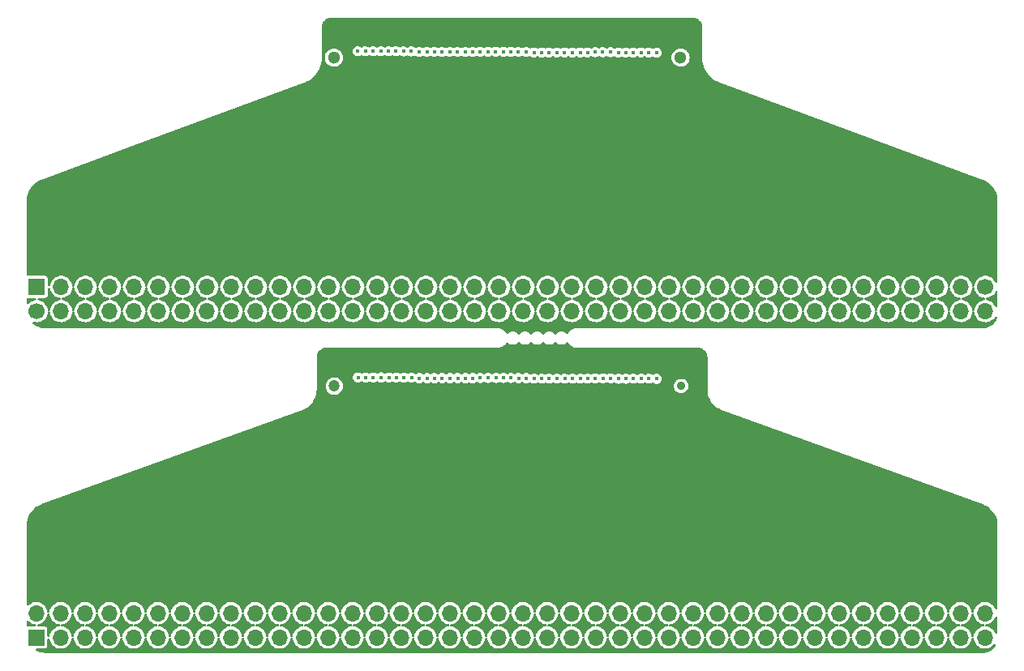
<source format=gbr>
%TF.GenerationSoftware,KiCad,Pcbnew,6.0.4-6f826c9f35~116~ubuntu20.04.1*%
%TF.CreationDate,2022-04-13T10:42:55+07:00*%
%TF.ProjectId,BTB2Header,42544232-4865-4616-9465-722e6b696361,rev?*%
%TF.SameCoordinates,Original*%
%TF.FileFunction,Copper,L4,Bot*%
%TF.FilePolarity,Positive*%
%FSLAX46Y46*%
G04 Gerber Fmt 4.6, Leading zero omitted, Abs format (unit mm)*
G04 Created by KiCad (PCBNEW 6.0.4-6f826c9f35~116~ubuntu20.04.1) date 2022-04-13 10:42:55*
%MOMM*%
%LPD*%
G01*
G04 APERTURE LIST*
%TA.AperFunction,ComponentPad*%
%ADD10C,1.300000*%
%TD*%
%TA.AperFunction,ComponentPad*%
%ADD11R,1.700000X1.700000*%
%TD*%
%TA.AperFunction,ComponentPad*%
%ADD12O,1.700000X1.700000*%
%TD*%
%TA.AperFunction,ComponentPad*%
%ADD13C,1.700000*%
%TD*%
%TA.AperFunction,ComponentPad*%
%ADD14C,0.900000*%
%TD*%
%TA.AperFunction,ComponentPad*%
%ADD15C,1.200000*%
%TD*%
%TA.AperFunction,ViaPad*%
%ADD16C,0.450000*%
%TD*%
G04 APERTURE END LIST*
D10*
%TO.P,CN1,*%
%TO.N,*%
X141625525Y-69343518D03*
X105425525Y-69343518D03*
%TD*%
D11*
%TO.P,J2,1,Pin_1*%
%TO.N,/Socket_1*%
X74351676Y-129923877D03*
D12*
%TO.P,J2,2,Pin_2*%
%TO.N,/Socket_2*%
X74351676Y-127383877D03*
%TO.P,J2,3,Pin_3*%
%TO.N,/Socket_3*%
X76891676Y-129923877D03*
%TO.P,J2,4,Pin_4*%
%TO.N,/Socket_4*%
X76891676Y-127383877D03*
%TO.P,J2,5,Pin_5*%
%TO.N,/Socket_5*%
X79431676Y-129923877D03*
%TO.P,J2,6,Pin_6*%
%TO.N,/Socket_6*%
X79431676Y-127383877D03*
%TO.P,J2,7,Pin_7*%
%TO.N,/Socket_7*%
X81971676Y-129923877D03*
%TO.P,J2,8,Pin_8*%
%TO.N,/Socket_8*%
X81971676Y-127383877D03*
%TO.P,J2,9,Pin_9*%
%TO.N,/Socket_9*%
X84511676Y-129923877D03*
%TO.P,J2,10,Pin_10*%
%TO.N,/Socket_10*%
X84511676Y-127383877D03*
%TO.P,J2,11,Pin_11*%
%TO.N,/Socket_11*%
X87051676Y-129923877D03*
%TO.P,J2,12,Pin_12*%
%TO.N,/Socket_12*%
X87051676Y-127383877D03*
%TO.P,J2,13,Pin_13*%
%TO.N,/Socket_13*%
X89591676Y-129923877D03*
%TO.P,J2,14,Pin_14*%
%TO.N,/Socket_14*%
X89591676Y-127383877D03*
%TO.P,J2,15,Pin_15*%
%TO.N,/Socket_15*%
X92131676Y-129923877D03*
%TO.P,J2,16,Pin_16*%
%TO.N,/Socket_16*%
X92131676Y-127383877D03*
%TO.P,J2,17,Pin_17*%
%TO.N,/Socket_17*%
X94671676Y-129923877D03*
%TO.P,J2,18,Pin_18*%
%TO.N,/Socket_18*%
X94671676Y-127383877D03*
%TO.P,J2,19,Pin_19*%
%TO.N,/Socket_19*%
X97211676Y-129923877D03*
%TO.P,J2,20,Pin_20*%
%TO.N,/Socket_20*%
X97211676Y-127383877D03*
%TO.P,J2,21,Pin_21*%
%TO.N,/Socket_21*%
X99751676Y-129923877D03*
%TO.P,J2,22,Pin_22*%
%TO.N,/Socket_22*%
X99751676Y-127383877D03*
%TO.P,J2,23,Pin_23*%
%TO.N,/Socket_23*%
X102291676Y-129923877D03*
%TO.P,J2,24,Pin_24*%
%TO.N,/Socket_24*%
X102291676Y-127383877D03*
%TO.P,J2,25,Pin_25*%
%TO.N,/Socket_25*%
X104831676Y-129923877D03*
%TO.P,J2,26,Pin_26*%
%TO.N,/Socket_26*%
X104831676Y-127383877D03*
%TO.P,J2,27,Pin_27*%
%TO.N,/Socket_27*%
X107371676Y-129923877D03*
%TO.P,J2,28,Pin_28*%
%TO.N,/Socket_28*%
X107371676Y-127383877D03*
%TO.P,J2,29,Pin_29*%
%TO.N,/Socket_29*%
X109911676Y-129923877D03*
%TO.P,J2,30,Pin_30*%
%TO.N,/Socket_30*%
X109911676Y-127383877D03*
%TO.P,J2,31,Pin_31*%
%TO.N,/Socket_31*%
X112451676Y-129923877D03*
%TO.P,J2,32,Pin_32*%
%TO.N,/Socket_32*%
X112451676Y-127383877D03*
%TO.P,J2,33,Pin_33*%
%TO.N,/Socket_33*%
X114991676Y-129923877D03*
%TO.P,J2,34,Pin_34*%
%TO.N,/Socket_34*%
X114991676Y-127383877D03*
%TO.P,J2,35,Pin_35*%
%TO.N,/Socket_35*%
X117531676Y-129923877D03*
%TO.P,J2,36,Pin_36*%
%TO.N,/Socket_36*%
X117531676Y-127383877D03*
%TO.P,J2,37,Pin_37*%
%TO.N,/Socket_37*%
X120071676Y-129923877D03*
%TO.P,J2,38,Pin_38*%
%TO.N,/Socket_38*%
X120071676Y-127383877D03*
%TO.P,J2,39,Pin_39*%
%TO.N,/Socket_39*%
X122611676Y-129923877D03*
%TO.P,J2,40,Pin_40*%
%TO.N,/Socket_40*%
X122611676Y-127383877D03*
%TO.P,J2,41,Pin_41*%
%TO.N,/Socket_41*%
X125151676Y-129923877D03*
%TO.P,J2,42,Pin_42*%
%TO.N,/Socket_42*%
X125151676Y-127383877D03*
%TO.P,J2,43,Pin_43*%
%TO.N,/Socket_43*%
X127691676Y-129923877D03*
%TO.P,J2,44,Pin_44*%
%TO.N,/Socket_44*%
X127691676Y-127383877D03*
%TO.P,J2,45,Pin_45*%
%TO.N,/Socket_45*%
X130231676Y-129923877D03*
%TO.P,J2,46,Pin_46*%
%TO.N,/Socket_46*%
X130231676Y-127383877D03*
%TO.P,J2,47,Pin_47*%
%TO.N,/Socket_47*%
X132771676Y-129923877D03*
%TO.P,J2,48,Pin_48*%
%TO.N,/Socket_48*%
X132771676Y-127383877D03*
%TO.P,J2,49,Pin_49*%
%TO.N,/Socket_49*%
X135311676Y-129923877D03*
%TO.P,J2,50,Pin_50*%
%TO.N,/Socket_50*%
X135311676Y-127383877D03*
%TO.P,J2,51,Pin_51*%
%TO.N,/Socket_51*%
X137851676Y-129923877D03*
%TO.P,J2,52,Pin_52*%
%TO.N,/Socket_52*%
X137851676Y-127383877D03*
%TO.P,J2,53,Pin_53*%
%TO.N,/Socket_53*%
X140391676Y-129923877D03*
%TO.P,J2,54,Pin_54*%
%TO.N,/Socket_54*%
X140391676Y-127383877D03*
%TO.P,J2,55,Pin_55*%
%TO.N,/Socket_55*%
X142931676Y-129923877D03*
%TO.P,J2,56,Pin_56*%
%TO.N,/Socket_56*%
X142931676Y-127383877D03*
%TO.P,J2,57,Pin_57*%
%TO.N,/Socket_57*%
X145471676Y-129923877D03*
%TO.P,J2,58,Pin_58*%
%TO.N,/Socket_58*%
X145471676Y-127383877D03*
%TO.P,J2,59,Pin_59*%
%TO.N,/Socket_59*%
X148011676Y-129923877D03*
%TO.P,J2,60,Pin_60*%
%TO.N,/Socket_60*%
X148011676Y-127383877D03*
%TO.P,J2,61,Pin_61*%
%TO.N,/Socket_61*%
X150551676Y-129923877D03*
%TO.P,J2,62,Pin_62*%
%TO.N,/Socket_62*%
X150551676Y-127383877D03*
%TO.P,J2,63,Pin_63*%
%TO.N,/Socket_63*%
X153091676Y-129923877D03*
%TO.P,J2,64,Pin_64*%
%TO.N,/Socket_64*%
X153091676Y-127383877D03*
%TO.P,J2,65,Pin_65*%
%TO.N,/Socket_65*%
X155631676Y-129923877D03*
%TO.P,J2,66,Pin_66*%
%TO.N,/Socket_66*%
X155631676Y-127383877D03*
%TO.P,J2,67,Pin_67*%
%TO.N,/Socket_67*%
X158171676Y-129923877D03*
%TO.P,J2,68,Pin_68*%
%TO.N,/Socket_68*%
X158171676Y-127383877D03*
%TO.P,J2,69,Pin_69*%
%TO.N,/Socket_69*%
X160711676Y-129923877D03*
%TO.P,J2,70,Pin_70*%
%TO.N,/Socket_70*%
X160711676Y-127383877D03*
%TO.P,J2,71,Pin_71*%
%TO.N,/Socket_71*%
X163251676Y-129923877D03*
%TO.P,J2,72,Pin_72*%
%TO.N,/Socket_72*%
X163251676Y-127383877D03*
%TO.P,J2,73,Pin_73*%
%TO.N,/Socket_73*%
X165791676Y-129923877D03*
%TO.P,J2,74,Pin_74*%
%TO.N,/Socket_74*%
X165791676Y-127383877D03*
%TO.P,J2,75,Pin_75*%
%TO.N,/Socket_75*%
X168331676Y-129923877D03*
%TO.P,J2,76,Pin_76*%
%TO.N,/Socket_76*%
X168331676Y-127383877D03*
%TO.P,J2,77,Pin_77*%
%TO.N,/Socket_77*%
X170871676Y-129923877D03*
%TO.P,J2,78,Pin_78*%
%TO.N,/Socket_78*%
X170871676Y-127383877D03*
%TO.P,J2,79,Pin_79*%
%TO.N,/Socket_79*%
X173411676Y-129923877D03*
%TO.P,J2,80,Pin_80*%
%TO.N,/Socket_80*%
X173411676Y-127383877D03*
%TD*%
D13*
%TO.P,J1,80,Pin_80*%
%TO.N,/Plug_80*%
X74392825Y-95831118D03*
D11*
%TO.P,J1,79,Pin_79*%
%TO.N,/Plug_79*%
X74392825Y-93291118D03*
D12*
%TO.P,J1,78,Pin_78*%
%TO.N,/Plug_78*%
X76932825Y-95831118D03*
%TO.P,J1,77,Pin_77*%
%TO.N,/Plug_77*%
X76932825Y-93291118D03*
%TO.P,J1,76,Pin_76*%
%TO.N,/Plug_76*%
X79472825Y-95831118D03*
%TO.P,J1,75,Pin_75*%
%TO.N,/Plug_75*%
X79472825Y-93291118D03*
%TO.P,J1,74,Pin_74*%
%TO.N,/Plug_74*%
X82012825Y-95831118D03*
%TO.P,J1,73,Pin_73*%
%TO.N,/Plug_73*%
X82012825Y-93291118D03*
%TO.P,J1,72,Pin_72*%
%TO.N,/Plug_72*%
X84552825Y-95831118D03*
%TO.P,J1,71,Pin_71*%
%TO.N,/Plug_71*%
X84552825Y-93291118D03*
%TO.P,J1,70,Pin_70*%
%TO.N,/Plug_70*%
X87092825Y-95831118D03*
%TO.P,J1,69,Pin_69*%
%TO.N,/Plug_69*%
X87092825Y-93291118D03*
%TO.P,J1,68,Pin_68*%
%TO.N,/Plug_68*%
X89632825Y-95831118D03*
%TO.P,J1,67,Pin_67*%
%TO.N,/Plug_67*%
X89632825Y-93291118D03*
%TO.P,J1,66,Pin_66*%
%TO.N,/Plug_66*%
X92172825Y-95831118D03*
%TO.P,J1,65,Pin_65*%
%TO.N,/Plug_65*%
X92172825Y-93291118D03*
%TO.P,J1,64,Pin_64*%
%TO.N,/Plug_64*%
X94712825Y-95831118D03*
%TO.P,J1,63,Pin_63*%
%TO.N,/Plug_63*%
X94712825Y-93291118D03*
%TO.P,J1,62,Pin_62*%
%TO.N,/Plug_62*%
X97252825Y-95831118D03*
%TO.P,J1,61,Pin_61*%
%TO.N,/Plug_61*%
X97252825Y-93291118D03*
%TO.P,J1,60,Pin_60*%
%TO.N,/Plug_60*%
X99792825Y-95831118D03*
%TO.P,J1,59,Pin_59*%
%TO.N,/Plug_59*%
X99792825Y-93291118D03*
%TO.P,J1,58,Pin_58*%
%TO.N,/Plug_58*%
X102332825Y-95831118D03*
%TO.P,J1,57,Pin_57*%
%TO.N,/Plug_57*%
X102332825Y-93291118D03*
%TO.P,J1,56,Pin_56*%
%TO.N,/Plug_56*%
X104872825Y-95831118D03*
%TO.P,J1,55,Pin_55*%
%TO.N,/Plug_55*%
X104872825Y-93291118D03*
%TO.P,J1,54,Pin_54*%
%TO.N,/Plug_54*%
X107412825Y-95831118D03*
%TO.P,J1,53,Pin_53*%
%TO.N,/Plug_53*%
X107412825Y-93291118D03*
%TO.P,J1,52,Pin_52*%
%TO.N,/Plug_52*%
X109952825Y-95831118D03*
%TO.P,J1,51,Pin_51*%
%TO.N,/Plug_51*%
X109952825Y-93291118D03*
%TO.P,J1,50,Pin_50*%
%TO.N,/Plug_50*%
X112492825Y-95831118D03*
%TO.P,J1,49,Pin_49*%
%TO.N,/Plug_49*%
X112492825Y-93291118D03*
%TO.P,J1,48,Pin_48*%
%TO.N,/Plug_48*%
X115032825Y-95831118D03*
%TO.P,J1,47,Pin_47*%
%TO.N,/Plug_47*%
X115032825Y-93291118D03*
%TO.P,J1,46,Pin_46*%
%TO.N,/Plug_46*%
X117572825Y-95831118D03*
%TO.P,J1,45,Pin_45*%
%TO.N,/Plug_45*%
X117572825Y-93291118D03*
%TO.P,J1,44,Pin_44*%
%TO.N,/Plug_44*%
X120112825Y-95831118D03*
%TO.P,J1,43,Pin_43*%
%TO.N,/Plug_43*%
X120112825Y-93291118D03*
%TO.P,J1,42,Pin_42*%
%TO.N,/Plug_42*%
X122652825Y-95831118D03*
%TO.P,J1,41,Pin_41*%
%TO.N,/Plug_41*%
X122652825Y-93291118D03*
%TO.P,J1,40,Pin_40*%
%TO.N,/Plug_40*%
X125192825Y-95831118D03*
%TO.P,J1,39,Pin_39*%
%TO.N,/Plug_39*%
X125192825Y-93291118D03*
%TO.P,J1,38,Pin_38*%
%TO.N,/Plug_38*%
X127732825Y-95831118D03*
%TO.P,J1,37,Pin_37*%
%TO.N,/Plug_37*%
X127732825Y-93291118D03*
%TO.P,J1,36,Pin_36*%
%TO.N,/Plug_36*%
X130272825Y-95831118D03*
%TO.P,J1,35,Pin_35*%
%TO.N,/Plug_35*%
X130272825Y-93291118D03*
%TO.P,J1,34,Pin_34*%
%TO.N,/Plug_34*%
X132812825Y-95831118D03*
%TO.P,J1,33,Pin_33*%
%TO.N,/Plug_33*%
X132812825Y-93291118D03*
%TO.P,J1,32,Pin_32*%
%TO.N,/Plug_32*%
X135352825Y-95831118D03*
%TO.P,J1,31,Pin_31*%
%TO.N,/Plug_31*%
X135352825Y-93291118D03*
%TO.P,J1,30,Pin_30*%
%TO.N,/Plug_30*%
X137892825Y-95831118D03*
%TO.P,J1,29,Pin_29*%
%TO.N,/Plug_29*%
X137892825Y-93291118D03*
%TO.P,J1,28,Pin_28*%
%TO.N,/Plug_28*%
X140432825Y-95831118D03*
%TO.P,J1,27,Pin_27*%
%TO.N,/Plug_27*%
X140432825Y-93291118D03*
%TO.P,J1,26,Pin_26*%
%TO.N,/Plug_26*%
X142972825Y-95831118D03*
%TO.P,J1,25,Pin_25*%
%TO.N,/Plug_25*%
X142972825Y-93291118D03*
%TO.P,J1,24,Pin_24*%
%TO.N,/Plug_24*%
X145512825Y-95831118D03*
%TO.P,J1,23,Pin_23*%
%TO.N,/Plug_23*%
X145512825Y-93291118D03*
%TO.P,J1,22,Pin_22*%
%TO.N,/Plug_22*%
X148052825Y-95831118D03*
%TO.P,J1,21,Pin_21*%
%TO.N,/Plug_21*%
X148052825Y-93291118D03*
%TO.P,J1,20,Pin_20*%
%TO.N,/Plug_20*%
X150592825Y-95831118D03*
%TO.P,J1,19,Pin_19*%
%TO.N,/Plug_19*%
X150592825Y-93291118D03*
%TO.P,J1,18,Pin_18*%
%TO.N,/Plug_18*%
X153132825Y-95831118D03*
%TO.P,J1,17,Pin_17*%
%TO.N,/Plug_17*%
X153132825Y-93291118D03*
%TO.P,J1,16,Pin_16*%
%TO.N,/Plug_16*%
X155672825Y-95831118D03*
%TO.P,J1,15,Pin_15*%
%TO.N,/Plug_15*%
X155672825Y-93291118D03*
%TO.P,J1,14,Pin_14*%
%TO.N,/Plug_14*%
X158212825Y-95831118D03*
%TO.P,J1,13,Pin_13*%
%TO.N,/Plug_13*%
X158212825Y-93291118D03*
%TO.P,J1,12,Pin_12*%
%TO.N,/Plug_12*%
X160752825Y-95831118D03*
%TO.P,J1,11,Pin_11*%
%TO.N,/Plug_11*%
X160752825Y-93291118D03*
%TO.P,J1,10,Pin_10*%
%TO.N,/Plug_10*%
X163292825Y-95831118D03*
%TO.P,J1,9,Pin_9*%
%TO.N,/Plug_9*%
X163292825Y-93291118D03*
%TO.P,J1,8,Pin_8*%
%TO.N,/Plug_8*%
X165832825Y-95831118D03*
%TO.P,J1,7,Pin_7*%
%TO.N,/Plug_7*%
X165832825Y-93291118D03*
%TO.P,J1,6,Pin_6*%
%TO.N,/Plug_6*%
X168372825Y-95831118D03*
%TO.P,J1,5,Pin_5*%
%TO.N,/Plug_5*%
X168372825Y-93291118D03*
%TO.P,J1,4,Pin_4*%
%TO.N,/Plug_4*%
X170912825Y-95831118D03*
%TO.P,J1,3,Pin_3*%
%TO.N,/Plug_3*%
X170912825Y-93291118D03*
%TO.P,J1,2,Pin_2*%
%TO.N,/Plug_2*%
X173452825Y-95831118D03*
D13*
%TO.P,J1,1,Pin_1*%
%TO.N,/Plug_1*%
X173452825Y-93291118D03*
%TD*%
D14*
%TO.P,CN2,*%
%TO.N,*%
X141671876Y-103655277D03*
D15*
X105461676Y-103655277D03*
%TD*%
D16*
%TO.N,/Plug_1*%
X139115200Y-68824700D03*
%TO.N,/Plug_3*%
X138302400Y-68794900D03*
%TO.N,/Plug_5*%
X137489600Y-68794900D03*
%TO.N,/Plug_7*%
X136676800Y-68794900D03*
%TO.N,/Plug_9*%
X135893800Y-68815900D03*
%TO.N,/Plug_11*%
X135131800Y-68815900D03*
%TO.N,/Plug_13*%
X134310200Y-68773900D03*
%TO.N,/Plug_15*%
X133497400Y-68773900D03*
%TO.N,/Plug_17*%
X132684600Y-68773900D03*
%TO.N,/Plug_19*%
X131901600Y-68794900D03*
%TO.N,/Plug_21*%
X131139600Y-68794900D03*
%TO.N,/Plug_23*%
X130326800Y-68794900D03*
%TO.N,/Plug_25*%
X129514000Y-68794900D03*
%TO.N,/Plug_27*%
X128701200Y-68794900D03*
%TO.N,/Plug_29*%
X127888400Y-68794900D03*
%TO.N,/Plug_31*%
X127126400Y-68794900D03*
%TO.N,/Plug_33*%
X126313600Y-68794900D03*
%TO.N,/Plug_35*%
X125500800Y-68744100D03*
%TO.N,/Plug_37*%
X124688000Y-68744100D03*
%TO.N,/Plug_39*%
X123896200Y-68723100D03*
%TO.N,/Plug_41*%
X123134200Y-68723100D03*
%TO.N,/Plug_43*%
X122321400Y-68723100D03*
%TO.N,/Plug_45*%
X121508600Y-68723100D03*
%TO.N,/Plug_47*%
X120695800Y-68723100D03*
%TO.N,/Plug_49*%
X119912800Y-68744100D03*
%TO.N,/Plug_51*%
X119150800Y-68744100D03*
%TO.N,/Plug_53*%
X118338000Y-68744100D03*
%TO.N,/Plug_55*%
X117525200Y-68744100D03*
%TO.N,/Plug_57*%
X116712400Y-68744100D03*
%TO.N,/Plug_59*%
X115899600Y-68744100D03*
%TO.N,/Plug_61*%
X115137600Y-68744100D03*
%TO.N,/Plug_63*%
X114324800Y-68744100D03*
%TO.N,/Plug_65*%
X113512000Y-68693300D03*
%TO.N,/Plug_67*%
X112699200Y-68693300D03*
%TO.N,/Plug_69*%
X111907400Y-68672300D03*
%TO.N,/Plug_71*%
X111145400Y-68672300D03*
%TO.N,/Plug_73*%
X110332600Y-68672300D03*
%TO.N,/Plug_75*%
X109519800Y-68672300D03*
%TO.N,/Plug_77*%
X108707000Y-68672300D03*
%TO.N,/Plug_79*%
X107919600Y-68672300D03*
%TO.N,/Socket_80*%
X139134800Y-102905900D03*
%TO.N,/Socket_78*%
X138322000Y-102876100D03*
%TO.N,/Socket_76*%
X137509200Y-102876100D03*
%TO.N,/Socket_74*%
X136696400Y-102876100D03*
%TO.N,/Socket_72*%
X135913400Y-102897100D03*
%TO.N,/Socket_70*%
X135151400Y-102897100D03*
%TO.N,/Socket_68*%
X134329800Y-102855100D03*
%TO.N,/Socket_66*%
X133517000Y-102855100D03*
%TO.N,/Socket_64*%
X132704200Y-102855100D03*
%TO.N,/Socket_62*%
X131921200Y-102876100D03*
%TO.N,/Socket_60*%
X131159200Y-102876100D03*
%TO.N,/Socket_58*%
X130346400Y-102876100D03*
%TO.N,/Socket_56*%
X129533600Y-102876100D03*
%TO.N,/Socket_54*%
X128720800Y-102876100D03*
%TO.N,/Socket_52*%
X127908000Y-102876100D03*
%TO.N,/Socket_50*%
X127146000Y-102876100D03*
%TO.N,/Socket_48*%
X126333200Y-102876100D03*
%TO.N,/Socket_46*%
X125520400Y-102825300D03*
%TO.N,/Socket_44*%
X124707600Y-102825300D03*
%TO.N,/Socket_42*%
X123915800Y-102804300D03*
%TO.N,/Socket_40*%
X123153800Y-102804300D03*
%TO.N,/Socket_38*%
X122341000Y-102804300D03*
%TO.N,/Socket_36*%
X121528200Y-102804300D03*
%TO.N,/Socket_34*%
X120715400Y-102804300D03*
%TO.N,/Socket_32*%
X119932400Y-102825300D03*
%TO.N,/Socket_30*%
X119170400Y-102825300D03*
%TO.N,/Socket_28*%
X118357600Y-102825300D03*
%TO.N,/Socket_26*%
X117544800Y-102825300D03*
%TO.N,/Socket_24*%
X116732000Y-102825300D03*
%TO.N,/Socket_22*%
X115919200Y-102825300D03*
%TO.N,/Socket_20*%
X115157200Y-102825300D03*
%TO.N,/Socket_18*%
X114344400Y-102825300D03*
%TO.N,/Socket_16*%
X113531600Y-102774500D03*
%TO.N,/Socket_14*%
X112718800Y-102774500D03*
%TO.N,/Socket_12*%
X111927000Y-102753500D03*
%TO.N,/Socket_10*%
X111165000Y-102753500D03*
%TO.N,/Socket_8*%
X110352200Y-102753500D03*
%TO.N,/Socket_6*%
X109539400Y-102753500D03*
%TO.N,/Socket_4*%
X108726600Y-102753500D03*
%TO.N,/Socket_2*%
X107939200Y-102753500D03*
%TD*%
%TA.AperFunction,NonConductor*%
G36*
X142887166Y-65168464D02*
G01*
X142887802Y-65168576D01*
X142891747Y-65169272D01*
X142891748Y-65169272D01*
X142902603Y-65171186D01*
X142913460Y-65169271D01*
X142924482Y-65169271D01*
X142924482Y-65170067D01*
X142936703Y-65169533D01*
X143064354Y-65180702D01*
X143065177Y-65180774D01*
X143086807Y-65184588D01*
X143233795Y-65223975D01*
X143254433Y-65231487D01*
X143392343Y-65295797D01*
X143411365Y-65306779D01*
X143536020Y-65394067D01*
X143552844Y-65408185D01*
X143660443Y-65515788D01*
X143674561Y-65532614D01*
X143761820Y-65657239D01*
X143761840Y-65657268D01*
X143772817Y-65676281D01*
X143790396Y-65713982D01*
X143837127Y-65814205D01*
X143844638Y-65834844D01*
X143884019Y-65981834D01*
X143887832Y-66003463D01*
X143899086Y-66132145D01*
X143898560Y-66144160D01*
X143899383Y-66144160D01*
X143899383Y-66155181D01*
X143897468Y-66166038D01*
X143900191Y-66181484D01*
X143902104Y-66203359D01*
X143902104Y-69309545D01*
X143900189Y-69331427D01*
X143897468Y-69346857D01*
X143898147Y-69350709D01*
X143914833Y-69652194D01*
X143965335Y-69953799D01*
X144048820Y-70247986D01*
X144164270Y-70531160D01*
X144165932Y-70534219D01*
X144165935Y-70534225D01*
X144308611Y-70796801D01*
X144310273Y-70799859D01*
X144485044Y-71050799D01*
X144686448Y-71280913D01*
X144912022Y-71487389D01*
X145159010Y-71667703D01*
X145424392Y-71819650D01*
X145701615Y-71939938D01*
X145704775Y-71941784D01*
X145715620Y-71943753D01*
X145715621Y-71943753D01*
X145720195Y-71944583D01*
X145741378Y-71950373D01*
X145741381Y-71950374D01*
X173188302Y-82096356D01*
X173208158Y-82105738D01*
X173221687Y-82113640D01*
X173232533Y-82115609D01*
X173242872Y-82119431D01*
X173242842Y-82119513D01*
X173254834Y-82123186D01*
X173472239Y-82218951D01*
X173485859Y-82225968D01*
X173713063Y-82361110D01*
X173725730Y-82369729D01*
X173934847Y-82531443D01*
X173946375Y-82541535D01*
X174134329Y-82727444D01*
X174144543Y-82738857D01*
X174308539Y-82946196D01*
X174317286Y-82958754D01*
X174356343Y-83022812D01*
X174454914Y-83184480D01*
X174462076Y-83198017D01*
X174517526Y-83320255D01*
X174571283Y-83438761D01*
X174576752Y-83453073D01*
X174655930Y-83705289D01*
X174659622Y-83720157D01*
X174685779Y-83861866D01*
X174701329Y-83946108D01*
X174707607Y-83980122D01*
X174709467Y-83995331D01*
X174723908Y-84232360D01*
X174723190Y-84244977D01*
X174723267Y-84244977D01*
X174723267Y-84256000D01*
X174721353Y-84266858D01*
X174723268Y-84277715D01*
X174723268Y-84277716D01*
X174724074Y-84282288D01*
X174725989Y-84304170D01*
X174725989Y-92731027D01*
X174705987Y-92799148D01*
X174652331Y-92845641D01*
X174582057Y-92855745D01*
X174517477Y-92826251D01*
X174486983Y-92786755D01*
X174440546Y-92692591D01*
X174440544Y-92692587D01*
X174437990Y-92687408D01*
X174311476Y-92517985D01*
X174156206Y-92374455D01*
X174004286Y-92278600D01*
X173982259Y-92264702D01*
X173982258Y-92264702D01*
X173977379Y-92261623D01*
X173780985Y-92183270D01*
X173775328Y-92182145D01*
X173775322Y-92182143D01*
X173579267Y-92143146D01*
X173579265Y-92143146D01*
X173573600Y-92142019D01*
X173567825Y-92141943D01*
X173567821Y-92141943D01*
X173461801Y-92140555D01*
X173362171Y-92139251D01*
X173356474Y-92140230D01*
X173356473Y-92140230D01*
X173159475Y-92174080D01*
X173159474Y-92174080D01*
X173153778Y-92175059D01*
X172955400Y-92248245D01*
X172950439Y-92251197D01*
X172950438Y-92251197D01*
X172904378Y-92278600D01*
X172773681Y-92356356D01*
X172614706Y-92495773D01*
X172483801Y-92661826D01*
X172481112Y-92666937D01*
X172481110Y-92666940D01*
X172431225Y-92761756D01*
X172385348Y-92848954D01*
X172322645Y-93050891D01*
X172321966Y-93056628D01*
X172307913Y-93175357D01*
X172280042Y-93240655D01*
X172221294Y-93280519D01*
X172150319Y-93282292D01*
X172089653Y-93245413D01*
X172058555Y-93181589D01*
X172057315Y-93172076D01*
X172052541Y-93120113D01*
X172048906Y-93080558D01*
X171991511Y-92877049D01*
X171980378Y-92854472D01*
X171900544Y-92692587D01*
X171897990Y-92687408D01*
X171771476Y-92517985D01*
X171616206Y-92374455D01*
X171464286Y-92278600D01*
X171442259Y-92264702D01*
X171442258Y-92264702D01*
X171437379Y-92261623D01*
X171240985Y-92183270D01*
X171235328Y-92182145D01*
X171235322Y-92182143D01*
X171039267Y-92143146D01*
X171039265Y-92143146D01*
X171033600Y-92142019D01*
X171027825Y-92141943D01*
X171027821Y-92141943D01*
X170921801Y-92140555D01*
X170822171Y-92139251D01*
X170816474Y-92140230D01*
X170816473Y-92140230D01*
X170619475Y-92174080D01*
X170619474Y-92174080D01*
X170613778Y-92175059D01*
X170415400Y-92248245D01*
X170410439Y-92251197D01*
X170410438Y-92251197D01*
X170364378Y-92278600D01*
X170233681Y-92356356D01*
X170074706Y-92495773D01*
X169943801Y-92661826D01*
X169941112Y-92666937D01*
X169941110Y-92666940D01*
X169891225Y-92761756D01*
X169845348Y-92848954D01*
X169782645Y-93050891D01*
X169781966Y-93056628D01*
X169767913Y-93175357D01*
X169740042Y-93240655D01*
X169681294Y-93280519D01*
X169610319Y-93282292D01*
X169549653Y-93245413D01*
X169518555Y-93181589D01*
X169517315Y-93172076D01*
X169512541Y-93120113D01*
X169508906Y-93080558D01*
X169451511Y-92877049D01*
X169440378Y-92854472D01*
X169360544Y-92692587D01*
X169357990Y-92687408D01*
X169231476Y-92517985D01*
X169076206Y-92374455D01*
X168924286Y-92278600D01*
X168902259Y-92264702D01*
X168902258Y-92264702D01*
X168897379Y-92261623D01*
X168700985Y-92183270D01*
X168695328Y-92182145D01*
X168695322Y-92182143D01*
X168499267Y-92143146D01*
X168499265Y-92143146D01*
X168493600Y-92142019D01*
X168487825Y-92141943D01*
X168487821Y-92141943D01*
X168381801Y-92140555D01*
X168282171Y-92139251D01*
X168276474Y-92140230D01*
X168276473Y-92140230D01*
X168079475Y-92174080D01*
X168079474Y-92174080D01*
X168073778Y-92175059D01*
X167875400Y-92248245D01*
X167870439Y-92251197D01*
X167870438Y-92251197D01*
X167824378Y-92278600D01*
X167693681Y-92356356D01*
X167534706Y-92495773D01*
X167403801Y-92661826D01*
X167401112Y-92666937D01*
X167401110Y-92666940D01*
X167351225Y-92761756D01*
X167305348Y-92848954D01*
X167242645Y-93050891D01*
X167241966Y-93056628D01*
X167227913Y-93175357D01*
X167200042Y-93240655D01*
X167141294Y-93280519D01*
X167070319Y-93282292D01*
X167009653Y-93245413D01*
X166978555Y-93181589D01*
X166977315Y-93172076D01*
X166972541Y-93120113D01*
X166968906Y-93080558D01*
X166911511Y-92877049D01*
X166900378Y-92854472D01*
X166820544Y-92692587D01*
X166817990Y-92687408D01*
X166691476Y-92517985D01*
X166536206Y-92374455D01*
X166384286Y-92278600D01*
X166362259Y-92264702D01*
X166362258Y-92264702D01*
X166357379Y-92261623D01*
X166160985Y-92183270D01*
X166155328Y-92182145D01*
X166155322Y-92182143D01*
X165959267Y-92143146D01*
X165959265Y-92143146D01*
X165953600Y-92142019D01*
X165947825Y-92141943D01*
X165947821Y-92141943D01*
X165841801Y-92140555D01*
X165742171Y-92139251D01*
X165736474Y-92140230D01*
X165736473Y-92140230D01*
X165539475Y-92174080D01*
X165539474Y-92174080D01*
X165533778Y-92175059D01*
X165335400Y-92248245D01*
X165330439Y-92251197D01*
X165330438Y-92251197D01*
X165284378Y-92278600D01*
X165153681Y-92356356D01*
X164994706Y-92495773D01*
X164863801Y-92661826D01*
X164861112Y-92666937D01*
X164861110Y-92666940D01*
X164811225Y-92761756D01*
X164765348Y-92848954D01*
X164702645Y-93050891D01*
X164701966Y-93056628D01*
X164687913Y-93175357D01*
X164660042Y-93240655D01*
X164601294Y-93280519D01*
X164530319Y-93282292D01*
X164469653Y-93245413D01*
X164438555Y-93181589D01*
X164437315Y-93172076D01*
X164432541Y-93120113D01*
X164428906Y-93080558D01*
X164371511Y-92877049D01*
X164360378Y-92854472D01*
X164280544Y-92692587D01*
X164277990Y-92687408D01*
X164151476Y-92517985D01*
X163996206Y-92374455D01*
X163844286Y-92278600D01*
X163822259Y-92264702D01*
X163822258Y-92264702D01*
X163817379Y-92261623D01*
X163620985Y-92183270D01*
X163615328Y-92182145D01*
X163615322Y-92182143D01*
X163419267Y-92143146D01*
X163419265Y-92143146D01*
X163413600Y-92142019D01*
X163407825Y-92141943D01*
X163407821Y-92141943D01*
X163301801Y-92140555D01*
X163202171Y-92139251D01*
X163196474Y-92140230D01*
X163196473Y-92140230D01*
X162999475Y-92174080D01*
X162999474Y-92174080D01*
X162993778Y-92175059D01*
X162795400Y-92248245D01*
X162790439Y-92251197D01*
X162790438Y-92251197D01*
X162744378Y-92278600D01*
X162613681Y-92356356D01*
X162454706Y-92495773D01*
X162323801Y-92661826D01*
X162321112Y-92666937D01*
X162321110Y-92666940D01*
X162271225Y-92761756D01*
X162225348Y-92848954D01*
X162162645Y-93050891D01*
X162161966Y-93056628D01*
X162147913Y-93175357D01*
X162120042Y-93240655D01*
X162061294Y-93280519D01*
X161990319Y-93282292D01*
X161929653Y-93245413D01*
X161898555Y-93181589D01*
X161897315Y-93172076D01*
X161892541Y-93120113D01*
X161888906Y-93080558D01*
X161831511Y-92877049D01*
X161820378Y-92854472D01*
X161740544Y-92692587D01*
X161737990Y-92687408D01*
X161611476Y-92517985D01*
X161456206Y-92374455D01*
X161304286Y-92278600D01*
X161282259Y-92264702D01*
X161282258Y-92264702D01*
X161277379Y-92261623D01*
X161080985Y-92183270D01*
X161075328Y-92182145D01*
X161075322Y-92182143D01*
X160879267Y-92143146D01*
X160879265Y-92143146D01*
X160873600Y-92142019D01*
X160867825Y-92141943D01*
X160867821Y-92141943D01*
X160761801Y-92140555D01*
X160662171Y-92139251D01*
X160656474Y-92140230D01*
X160656473Y-92140230D01*
X160459475Y-92174080D01*
X160459474Y-92174080D01*
X160453778Y-92175059D01*
X160255400Y-92248245D01*
X160250439Y-92251197D01*
X160250438Y-92251197D01*
X160204378Y-92278600D01*
X160073681Y-92356356D01*
X159914706Y-92495773D01*
X159783801Y-92661826D01*
X159781112Y-92666937D01*
X159781110Y-92666940D01*
X159731225Y-92761756D01*
X159685348Y-92848954D01*
X159622645Y-93050891D01*
X159621966Y-93056628D01*
X159607913Y-93175357D01*
X159580042Y-93240655D01*
X159521294Y-93280519D01*
X159450319Y-93282292D01*
X159389653Y-93245413D01*
X159358555Y-93181589D01*
X159357315Y-93172076D01*
X159352541Y-93120113D01*
X159348906Y-93080558D01*
X159291511Y-92877049D01*
X159280378Y-92854472D01*
X159200544Y-92692587D01*
X159197990Y-92687408D01*
X159071476Y-92517985D01*
X158916206Y-92374455D01*
X158764286Y-92278600D01*
X158742259Y-92264702D01*
X158742258Y-92264702D01*
X158737379Y-92261623D01*
X158540985Y-92183270D01*
X158535328Y-92182145D01*
X158535322Y-92182143D01*
X158339267Y-92143146D01*
X158339265Y-92143146D01*
X158333600Y-92142019D01*
X158327825Y-92141943D01*
X158327821Y-92141943D01*
X158221801Y-92140555D01*
X158122171Y-92139251D01*
X158116474Y-92140230D01*
X158116473Y-92140230D01*
X157919475Y-92174080D01*
X157919474Y-92174080D01*
X157913778Y-92175059D01*
X157715400Y-92248245D01*
X157710439Y-92251197D01*
X157710438Y-92251197D01*
X157664378Y-92278600D01*
X157533681Y-92356356D01*
X157374706Y-92495773D01*
X157243801Y-92661826D01*
X157241112Y-92666937D01*
X157241110Y-92666940D01*
X157191225Y-92761756D01*
X157145348Y-92848954D01*
X157082645Y-93050891D01*
X157081966Y-93056628D01*
X157067913Y-93175357D01*
X157040042Y-93240655D01*
X156981294Y-93280519D01*
X156910319Y-93282292D01*
X156849653Y-93245413D01*
X156818555Y-93181589D01*
X156817315Y-93172076D01*
X156812541Y-93120113D01*
X156808906Y-93080558D01*
X156751511Y-92877049D01*
X156740378Y-92854472D01*
X156660544Y-92692587D01*
X156657990Y-92687408D01*
X156531476Y-92517985D01*
X156376206Y-92374455D01*
X156224286Y-92278600D01*
X156202259Y-92264702D01*
X156202258Y-92264702D01*
X156197379Y-92261623D01*
X156000985Y-92183270D01*
X155995328Y-92182145D01*
X155995322Y-92182143D01*
X155799267Y-92143146D01*
X155799265Y-92143146D01*
X155793600Y-92142019D01*
X155787825Y-92141943D01*
X155787821Y-92141943D01*
X155681801Y-92140555D01*
X155582171Y-92139251D01*
X155576474Y-92140230D01*
X155576473Y-92140230D01*
X155379475Y-92174080D01*
X155379474Y-92174080D01*
X155373778Y-92175059D01*
X155175400Y-92248245D01*
X155170439Y-92251197D01*
X155170438Y-92251197D01*
X155124378Y-92278600D01*
X154993681Y-92356356D01*
X154834706Y-92495773D01*
X154703801Y-92661826D01*
X154701112Y-92666937D01*
X154701110Y-92666940D01*
X154651225Y-92761756D01*
X154605348Y-92848954D01*
X154542645Y-93050891D01*
X154541966Y-93056628D01*
X154527913Y-93175357D01*
X154500042Y-93240655D01*
X154441294Y-93280519D01*
X154370319Y-93282292D01*
X154309653Y-93245413D01*
X154278555Y-93181589D01*
X154277315Y-93172076D01*
X154272541Y-93120113D01*
X154268906Y-93080558D01*
X154211511Y-92877049D01*
X154200378Y-92854472D01*
X154120544Y-92692587D01*
X154117990Y-92687408D01*
X153991476Y-92517985D01*
X153836206Y-92374455D01*
X153684286Y-92278600D01*
X153662259Y-92264702D01*
X153662258Y-92264702D01*
X153657379Y-92261623D01*
X153460985Y-92183270D01*
X153455328Y-92182145D01*
X153455322Y-92182143D01*
X153259267Y-92143146D01*
X153259265Y-92143146D01*
X153253600Y-92142019D01*
X153247825Y-92141943D01*
X153247821Y-92141943D01*
X153141801Y-92140555D01*
X153042171Y-92139251D01*
X153036474Y-92140230D01*
X153036473Y-92140230D01*
X152839475Y-92174080D01*
X152839474Y-92174080D01*
X152833778Y-92175059D01*
X152635400Y-92248245D01*
X152630439Y-92251197D01*
X152630438Y-92251197D01*
X152584378Y-92278600D01*
X152453681Y-92356356D01*
X152294706Y-92495773D01*
X152163801Y-92661826D01*
X152161112Y-92666937D01*
X152161110Y-92666940D01*
X152111225Y-92761756D01*
X152065348Y-92848954D01*
X152002645Y-93050891D01*
X152001966Y-93056628D01*
X151987913Y-93175357D01*
X151960042Y-93240655D01*
X151901294Y-93280519D01*
X151830319Y-93282292D01*
X151769653Y-93245413D01*
X151738555Y-93181589D01*
X151737315Y-93172076D01*
X151732541Y-93120113D01*
X151728906Y-93080558D01*
X151671511Y-92877049D01*
X151660378Y-92854472D01*
X151580544Y-92692587D01*
X151577990Y-92687408D01*
X151451476Y-92517985D01*
X151296206Y-92374455D01*
X151144286Y-92278600D01*
X151122259Y-92264702D01*
X151122258Y-92264702D01*
X151117379Y-92261623D01*
X150920985Y-92183270D01*
X150915328Y-92182145D01*
X150915322Y-92182143D01*
X150719267Y-92143146D01*
X150719265Y-92143146D01*
X150713600Y-92142019D01*
X150707825Y-92141943D01*
X150707821Y-92141943D01*
X150601801Y-92140555D01*
X150502171Y-92139251D01*
X150496474Y-92140230D01*
X150496473Y-92140230D01*
X150299475Y-92174080D01*
X150299474Y-92174080D01*
X150293778Y-92175059D01*
X150095400Y-92248245D01*
X150090439Y-92251197D01*
X150090438Y-92251197D01*
X150044378Y-92278600D01*
X149913681Y-92356356D01*
X149754706Y-92495773D01*
X149623801Y-92661826D01*
X149621112Y-92666937D01*
X149621110Y-92666940D01*
X149571225Y-92761756D01*
X149525348Y-92848954D01*
X149462645Y-93050891D01*
X149461966Y-93056628D01*
X149447913Y-93175357D01*
X149420042Y-93240655D01*
X149361294Y-93280519D01*
X149290319Y-93282292D01*
X149229653Y-93245413D01*
X149198555Y-93181589D01*
X149197315Y-93172076D01*
X149192541Y-93120113D01*
X149188906Y-93080558D01*
X149131511Y-92877049D01*
X149120378Y-92854472D01*
X149040544Y-92692587D01*
X149037990Y-92687408D01*
X148911476Y-92517985D01*
X148756206Y-92374455D01*
X148604286Y-92278600D01*
X148582259Y-92264702D01*
X148582258Y-92264702D01*
X148577379Y-92261623D01*
X148380985Y-92183270D01*
X148375328Y-92182145D01*
X148375322Y-92182143D01*
X148179267Y-92143146D01*
X148179265Y-92143146D01*
X148173600Y-92142019D01*
X148167825Y-92141943D01*
X148167821Y-92141943D01*
X148061801Y-92140555D01*
X147962171Y-92139251D01*
X147956474Y-92140230D01*
X147956473Y-92140230D01*
X147759475Y-92174080D01*
X147759474Y-92174080D01*
X147753778Y-92175059D01*
X147555400Y-92248245D01*
X147550439Y-92251197D01*
X147550438Y-92251197D01*
X147504378Y-92278600D01*
X147373681Y-92356356D01*
X147214706Y-92495773D01*
X147083801Y-92661826D01*
X147081112Y-92666937D01*
X147081110Y-92666940D01*
X147031225Y-92761756D01*
X146985348Y-92848954D01*
X146922645Y-93050891D01*
X146921966Y-93056628D01*
X146907913Y-93175357D01*
X146880042Y-93240655D01*
X146821294Y-93280519D01*
X146750319Y-93282292D01*
X146689653Y-93245413D01*
X146658555Y-93181589D01*
X146657315Y-93172076D01*
X146652541Y-93120113D01*
X146648906Y-93080558D01*
X146591511Y-92877049D01*
X146580378Y-92854472D01*
X146500544Y-92692587D01*
X146497990Y-92687408D01*
X146371476Y-92517985D01*
X146216206Y-92374455D01*
X146064286Y-92278600D01*
X146042259Y-92264702D01*
X146042258Y-92264702D01*
X146037379Y-92261623D01*
X145840985Y-92183270D01*
X145835328Y-92182145D01*
X145835322Y-92182143D01*
X145639267Y-92143146D01*
X145639265Y-92143146D01*
X145633600Y-92142019D01*
X145627825Y-92141943D01*
X145627821Y-92141943D01*
X145521801Y-92140555D01*
X145422171Y-92139251D01*
X145416474Y-92140230D01*
X145416473Y-92140230D01*
X145219475Y-92174080D01*
X145219474Y-92174080D01*
X145213778Y-92175059D01*
X145015400Y-92248245D01*
X145010439Y-92251197D01*
X145010438Y-92251197D01*
X144964378Y-92278600D01*
X144833681Y-92356356D01*
X144674706Y-92495773D01*
X144543801Y-92661826D01*
X144541112Y-92666937D01*
X144541110Y-92666940D01*
X144491225Y-92761756D01*
X144445348Y-92848954D01*
X144382645Y-93050891D01*
X144381966Y-93056628D01*
X144367913Y-93175357D01*
X144340042Y-93240655D01*
X144281294Y-93280519D01*
X144210319Y-93282292D01*
X144149653Y-93245413D01*
X144118555Y-93181589D01*
X144117315Y-93172076D01*
X144112541Y-93120113D01*
X144108906Y-93080558D01*
X144051511Y-92877049D01*
X144040378Y-92854472D01*
X143960544Y-92692587D01*
X143957990Y-92687408D01*
X143831476Y-92517985D01*
X143676206Y-92374455D01*
X143524286Y-92278600D01*
X143502259Y-92264702D01*
X143502258Y-92264702D01*
X143497379Y-92261623D01*
X143300985Y-92183270D01*
X143295328Y-92182145D01*
X143295322Y-92182143D01*
X143099267Y-92143146D01*
X143099265Y-92143146D01*
X143093600Y-92142019D01*
X143087825Y-92141943D01*
X143087821Y-92141943D01*
X142981801Y-92140555D01*
X142882171Y-92139251D01*
X142876474Y-92140230D01*
X142876473Y-92140230D01*
X142679475Y-92174080D01*
X142679474Y-92174080D01*
X142673778Y-92175059D01*
X142475400Y-92248245D01*
X142470439Y-92251197D01*
X142470438Y-92251197D01*
X142424378Y-92278600D01*
X142293681Y-92356356D01*
X142134706Y-92495773D01*
X142003801Y-92661826D01*
X142001112Y-92666937D01*
X142001110Y-92666940D01*
X141951225Y-92761756D01*
X141905348Y-92848954D01*
X141842645Y-93050891D01*
X141841966Y-93056628D01*
X141827913Y-93175357D01*
X141800042Y-93240655D01*
X141741294Y-93280519D01*
X141670319Y-93282292D01*
X141609653Y-93245413D01*
X141578555Y-93181589D01*
X141577315Y-93172076D01*
X141572541Y-93120113D01*
X141568906Y-93080558D01*
X141511511Y-92877049D01*
X141500378Y-92854472D01*
X141420544Y-92692587D01*
X141417990Y-92687408D01*
X141291476Y-92517985D01*
X141136206Y-92374455D01*
X140984286Y-92278600D01*
X140962259Y-92264702D01*
X140962258Y-92264702D01*
X140957379Y-92261623D01*
X140760985Y-92183270D01*
X140755328Y-92182145D01*
X140755322Y-92182143D01*
X140559267Y-92143146D01*
X140559265Y-92143146D01*
X140553600Y-92142019D01*
X140547825Y-92141943D01*
X140547821Y-92141943D01*
X140441801Y-92140555D01*
X140342171Y-92139251D01*
X140336474Y-92140230D01*
X140336473Y-92140230D01*
X140139475Y-92174080D01*
X140139474Y-92174080D01*
X140133778Y-92175059D01*
X139935400Y-92248245D01*
X139930439Y-92251197D01*
X139930438Y-92251197D01*
X139884378Y-92278600D01*
X139753681Y-92356356D01*
X139594706Y-92495773D01*
X139463801Y-92661826D01*
X139461112Y-92666937D01*
X139461110Y-92666940D01*
X139411225Y-92761756D01*
X139365348Y-92848954D01*
X139302645Y-93050891D01*
X139301966Y-93056628D01*
X139287913Y-93175357D01*
X139260042Y-93240655D01*
X139201294Y-93280519D01*
X139130319Y-93282292D01*
X139069653Y-93245413D01*
X139038555Y-93181589D01*
X139037315Y-93172076D01*
X139032541Y-93120113D01*
X139028906Y-93080558D01*
X138971511Y-92877049D01*
X138960378Y-92854472D01*
X138880544Y-92692587D01*
X138877990Y-92687408D01*
X138751476Y-92517985D01*
X138596206Y-92374455D01*
X138444286Y-92278600D01*
X138422259Y-92264702D01*
X138422258Y-92264702D01*
X138417379Y-92261623D01*
X138220985Y-92183270D01*
X138215328Y-92182145D01*
X138215322Y-92182143D01*
X138019267Y-92143146D01*
X138019265Y-92143146D01*
X138013600Y-92142019D01*
X138007825Y-92141943D01*
X138007821Y-92141943D01*
X137901801Y-92140555D01*
X137802171Y-92139251D01*
X137796474Y-92140230D01*
X137796473Y-92140230D01*
X137599475Y-92174080D01*
X137599474Y-92174080D01*
X137593778Y-92175059D01*
X137395400Y-92248245D01*
X137390439Y-92251197D01*
X137390438Y-92251197D01*
X137344378Y-92278600D01*
X137213681Y-92356356D01*
X137054706Y-92495773D01*
X136923801Y-92661826D01*
X136921112Y-92666937D01*
X136921110Y-92666940D01*
X136871225Y-92761756D01*
X136825348Y-92848954D01*
X136762645Y-93050891D01*
X136761966Y-93056628D01*
X136747913Y-93175357D01*
X136720042Y-93240655D01*
X136661294Y-93280519D01*
X136590319Y-93282292D01*
X136529653Y-93245413D01*
X136498555Y-93181589D01*
X136497315Y-93172076D01*
X136492541Y-93120113D01*
X136488906Y-93080558D01*
X136431511Y-92877049D01*
X136420378Y-92854472D01*
X136340544Y-92692587D01*
X136337990Y-92687408D01*
X136211476Y-92517985D01*
X136056206Y-92374455D01*
X135904286Y-92278600D01*
X135882259Y-92264702D01*
X135882258Y-92264702D01*
X135877379Y-92261623D01*
X135680985Y-92183270D01*
X135675328Y-92182145D01*
X135675322Y-92182143D01*
X135479267Y-92143146D01*
X135479265Y-92143146D01*
X135473600Y-92142019D01*
X135467825Y-92141943D01*
X135467821Y-92141943D01*
X135361801Y-92140555D01*
X135262171Y-92139251D01*
X135256474Y-92140230D01*
X135256473Y-92140230D01*
X135059475Y-92174080D01*
X135059474Y-92174080D01*
X135053778Y-92175059D01*
X134855400Y-92248245D01*
X134850439Y-92251197D01*
X134850438Y-92251197D01*
X134804378Y-92278600D01*
X134673681Y-92356356D01*
X134514706Y-92495773D01*
X134383801Y-92661826D01*
X134381112Y-92666937D01*
X134381110Y-92666940D01*
X134331225Y-92761756D01*
X134285348Y-92848954D01*
X134222645Y-93050891D01*
X134221966Y-93056628D01*
X134207913Y-93175357D01*
X134180042Y-93240655D01*
X134121294Y-93280519D01*
X134050319Y-93282292D01*
X133989653Y-93245413D01*
X133958555Y-93181589D01*
X133957315Y-93172076D01*
X133952541Y-93120113D01*
X133948906Y-93080558D01*
X133891511Y-92877049D01*
X133880378Y-92854472D01*
X133800544Y-92692587D01*
X133797990Y-92687408D01*
X133671476Y-92517985D01*
X133516206Y-92374455D01*
X133364286Y-92278600D01*
X133342259Y-92264702D01*
X133342258Y-92264702D01*
X133337379Y-92261623D01*
X133140985Y-92183270D01*
X133135328Y-92182145D01*
X133135322Y-92182143D01*
X132939267Y-92143146D01*
X132939265Y-92143146D01*
X132933600Y-92142019D01*
X132927825Y-92141943D01*
X132927821Y-92141943D01*
X132821801Y-92140555D01*
X132722171Y-92139251D01*
X132716474Y-92140230D01*
X132716473Y-92140230D01*
X132519475Y-92174080D01*
X132519474Y-92174080D01*
X132513778Y-92175059D01*
X132315400Y-92248245D01*
X132310439Y-92251197D01*
X132310438Y-92251197D01*
X132264378Y-92278600D01*
X132133681Y-92356356D01*
X131974706Y-92495773D01*
X131843801Y-92661826D01*
X131841112Y-92666937D01*
X131841110Y-92666940D01*
X131791225Y-92761756D01*
X131745348Y-92848954D01*
X131682645Y-93050891D01*
X131681966Y-93056628D01*
X131667913Y-93175357D01*
X131640042Y-93240655D01*
X131581294Y-93280519D01*
X131510319Y-93282292D01*
X131449653Y-93245413D01*
X131418555Y-93181589D01*
X131417315Y-93172076D01*
X131412541Y-93120113D01*
X131408906Y-93080558D01*
X131351511Y-92877049D01*
X131340378Y-92854472D01*
X131260544Y-92692587D01*
X131257990Y-92687408D01*
X131131476Y-92517985D01*
X130976206Y-92374455D01*
X130824286Y-92278600D01*
X130802259Y-92264702D01*
X130802258Y-92264702D01*
X130797379Y-92261623D01*
X130600985Y-92183270D01*
X130595328Y-92182145D01*
X130595322Y-92182143D01*
X130399267Y-92143146D01*
X130399265Y-92143146D01*
X130393600Y-92142019D01*
X130387825Y-92141943D01*
X130387821Y-92141943D01*
X130281801Y-92140555D01*
X130182171Y-92139251D01*
X130176474Y-92140230D01*
X130176473Y-92140230D01*
X129979475Y-92174080D01*
X129979474Y-92174080D01*
X129973778Y-92175059D01*
X129775400Y-92248245D01*
X129770439Y-92251197D01*
X129770438Y-92251197D01*
X129724378Y-92278600D01*
X129593681Y-92356356D01*
X129434706Y-92495773D01*
X129303801Y-92661826D01*
X129301112Y-92666937D01*
X129301110Y-92666940D01*
X129251225Y-92761756D01*
X129205348Y-92848954D01*
X129142645Y-93050891D01*
X129141966Y-93056628D01*
X129127913Y-93175357D01*
X129100042Y-93240655D01*
X129041294Y-93280519D01*
X128970319Y-93282292D01*
X128909653Y-93245413D01*
X128878555Y-93181589D01*
X128877315Y-93172076D01*
X128872541Y-93120113D01*
X128868906Y-93080558D01*
X128811511Y-92877049D01*
X128800378Y-92854472D01*
X128720544Y-92692587D01*
X128717990Y-92687408D01*
X128591476Y-92517985D01*
X128436206Y-92374455D01*
X128284286Y-92278600D01*
X128262259Y-92264702D01*
X128262258Y-92264702D01*
X128257379Y-92261623D01*
X128060985Y-92183270D01*
X128055328Y-92182145D01*
X128055322Y-92182143D01*
X127859267Y-92143146D01*
X127859265Y-92143146D01*
X127853600Y-92142019D01*
X127847825Y-92141943D01*
X127847821Y-92141943D01*
X127741801Y-92140555D01*
X127642171Y-92139251D01*
X127636474Y-92140230D01*
X127636473Y-92140230D01*
X127439475Y-92174080D01*
X127439474Y-92174080D01*
X127433778Y-92175059D01*
X127235400Y-92248245D01*
X127230439Y-92251197D01*
X127230438Y-92251197D01*
X127184378Y-92278600D01*
X127053681Y-92356356D01*
X126894706Y-92495773D01*
X126763801Y-92661826D01*
X126761112Y-92666937D01*
X126761110Y-92666940D01*
X126711225Y-92761756D01*
X126665348Y-92848954D01*
X126602645Y-93050891D01*
X126601966Y-93056628D01*
X126587913Y-93175357D01*
X126560042Y-93240655D01*
X126501294Y-93280519D01*
X126430319Y-93282292D01*
X126369653Y-93245413D01*
X126338555Y-93181589D01*
X126337315Y-93172076D01*
X126332541Y-93120113D01*
X126328906Y-93080558D01*
X126271511Y-92877049D01*
X126260378Y-92854472D01*
X126180544Y-92692587D01*
X126177990Y-92687408D01*
X126051476Y-92517985D01*
X125896206Y-92374455D01*
X125744286Y-92278600D01*
X125722259Y-92264702D01*
X125722258Y-92264702D01*
X125717379Y-92261623D01*
X125520985Y-92183270D01*
X125515328Y-92182145D01*
X125515322Y-92182143D01*
X125319267Y-92143146D01*
X125319265Y-92143146D01*
X125313600Y-92142019D01*
X125307825Y-92141943D01*
X125307821Y-92141943D01*
X125201801Y-92140555D01*
X125102171Y-92139251D01*
X125096474Y-92140230D01*
X125096473Y-92140230D01*
X124899475Y-92174080D01*
X124899474Y-92174080D01*
X124893778Y-92175059D01*
X124695400Y-92248245D01*
X124690439Y-92251197D01*
X124690438Y-92251197D01*
X124644378Y-92278600D01*
X124513681Y-92356356D01*
X124354706Y-92495773D01*
X124223801Y-92661826D01*
X124221112Y-92666937D01*
X124221110Y-92666940D01*
X124171225Y-92761756D01*
X124125348Y-92848954D01*
X124062645Y-93050891D01*
X124061966Y-93056628D01*
X124047913Y-93175357D01*
X124020042Y-93240655D01*
X123961294Y-93280519D01*
X123890319Y-93282292D01*
X123829653Y-93245413D01*
X123798555Y-93181589D01*
X123797315Y-93172076D01*
X123792541Y-93120113D01*
X123788906Y-93080558D01*
X123731511Y-92877049D01*
X123720378Y-92854472D01*
X123640544Y-92692587D01*
X123637990Y-92687408D01*
X123511476Y-92517985D01*
X123356206Y-92374455D01*
X123204286Y-92278600D01*
X123182259Y-92264702D01*
X123182258Y-92264702D01*
X123177379Y-92261623D01*
X122980985Y-92183270D01*
X122975328Y-92182145D01*
X122975322Y-92182143D01*
X122779267Y-92143146D01*
X122779265Y-92143146D01*
X122773600Y-92142019D01*
X122767825Y-92141943D01*
X122767821Y-92141943D01*
X122661801Y-92140555D01*
X122562171Y-92139251D01*
X122556474Y-92140230D01*
X122556473Y-92140230D01*
X122359475Y-92174080D01*
X122359474Y-92174080D01*
X122353778Y-92175059D01*
X122155400Y-92248245D01*
X122150439Y-92251197D01*
X122150438Y-92251197D01*
X122104378Y-92278600D01*
X121973681Y-92356356D01*
X121814706Y-92495773D01*
X121683801Y-92661826D01*
X121681112Y-92666937D01*
X121681110Y-92666940D01*
X121631225Y-92761756D01*
X121585348Y-92848954D01*
X121522645Y-93050891D01*
X121521966Y-93056628D01*
X121507913Y-93175357D01*
X121480042Y-93240655D01*
X121421294Y-93280519D01*
X121350319Y-93282292D01*
X121289653Y-93245413D01*
X121258555Y-93181589D01*
X121257315Y-93172076D01*
X121252541Y-93120113D01*
X121248906Y-93080558D01*
X121191511Y-92877049D01*
X121180378Y-92854472D01*
X121100544Y-92692587D01*
X121097990Y-92687408D01*
X120971476Y-92517985D01*
X120816206Y-92374455D01*
X120664286Y-92278600D01*
X120642259Y-92264702D01*
X120642258Y-92264702D01*
X120637379Y-92261623D01*
X120440985Y-92183270D01*
X120435328Y-92182145D01*
X120435322Y-92182143D01*
X120239267Y-92143146D01*
X120239265Y-92143146D01*
X120233600Y-92142019D01*
X120227825Y-92141943D01*
X120227821Y-92141943D01*
X120121801Y-92140555D01*
X120022171Y-92139251D01*
X120016474Y-92140230D01*
X120016473Y-92140230D01*
X119819475Y-92174080D01*
X119819474Y-92174080D01*
X119813778Y-92175059D01*
X119615400Y-92248245D01*
X119610439Y-92251197D01*
X119610438Y-92251197D01*
X119564378Y-92278600D01*
X119433681Y-92356356D01*
X119274706Y-92495773D01*
X119143801Y-92661826D01*
X119141112Y-92666937D01*
X119141110Y-92666940D01*
X119091225Y-92761756D01*
X119045348Y-92848954D01*
X118982645Y-93050891D01*
X118981966Y-93056628D01*
X118967913Y-93175357D01*
X118940042Y-93240655D01*
X118881294Y-93280519D01*
X118810319Y-93282292D01*
X118749653Y-93245413D01*
X118718555Y-93181589D01*
X118717315Y-93172076D01*
X118712541Y-93120113D01*
X118708906Y-93080558D01*
X118651511Y-92877049D01*
X118640378Y-92854472D01*
X118560544Y-92692587D01*
X118557990Y-92687408D01*
X118431476Y-92517985D01*
X118276206Y-92374455D01*
X118124286Y-92278600D01*
X118102259Y-92264702D01*
X118102258Y-92264702D01*
X118097379Y-92261623D01*
X117900985Y-92183270D01*
X117895328Y-92182145D01*
X117895322Y-92182143D01*
X117699267Y-92143146D01*
X117699265Y-92143146D01*
X117693600Y-92142019D01*
X117687825Y-92141943D01*
X117687821Y-92141943D01*
X117581801Y-92140555D01*
X117482171Y-92139251D01*
X117476474Y-92140230D01*
X117476473Y-92140230D01*
X117279475Y-92174080D01*
X117279474Y-92174080D01*
X117273778Y-92175059D01*
X117075400Y-92248245D01*
X117070439Y-92251197D01*
X117070438Y-92251197D01*
X117024378Y-92278600D01*
X116893681Y-92356356D01*
X116734706Y-92495773D01*
X116603801Y-92661826D01*
X116601112Y-92666937D01*
X116601110Y-92666940D01*
X116551225Y-92761756D01*
X116505348Y-92848954D01*
X116442645Y-93050891D01*
X116441966Y-93056628D01*
X116427913Y-93175357D01*
X116400042Y-93240655D01*
X116341294Y-93280519D01*
X116270319Y-93282292D01*
X116209653Y-93245413D01*
X116178555Y-93181589D01*
X116177315Y-93172076D01*
X116172541Y-93120113D01*
X116168906Y-93080558D01*
X116111511Y-92877049D01*
X116100378Y-92854472D01*
X116020544Y-92692587D01*
X116017990Y-92687408D01*
X115891476Y-92517985D01*
X115736206Y-92374455D01*
X115584286Y-92278600D01*
X115562259Y-92264702D01*
X115562258Y-92264702D01*
X115557379Y-92261623D01*
X115360985Y-92183270D01*
X115355328Y-92182145D01*
X115355322Y-92182143D01*
X115159267Y-92143146D01*
X115159265Y-92143146D01*
X115153600Y-92142019D01*
X115147825Y-92141943D01*
X115147821Y-92141943D01*
X115041801Y-92140555D01*
X114942171Y-92139251D01*
X114936474Y-92140230D01*
X114936473Y-92140230D01*
X114739475Y-92174080D01*
X114739474Y-92174080D01*
X114733778Y-92175059D01*
X114535400Y-92248245D01*
X114530439Y-92251197D01*
X114530438Y-92251197D01*
X114484378Y-92278600D01*
X114353681Y-92356356D01*
X114194706Y-92495773D01*
X114063801Y-92661826D01*
X114061112Y-92666937D01*
X114061110Y-92666940D01*
X114011225Y-92761756D01*
X113965348Y-92848954D01*
X113902645Y-93050891D01*
X113901966Y-93056628D01*
X113887913Y-93175357D01*
X113860042Y-93240655D01*
X113801294Y-93280519D01*
X113730319Y-93282292D01*
X113669653Y-93245413D01*
X113638555Y-93181589D01*
X113637315Y-93172076D01*
X113632541Y-93120113D01*
X113628906Y-93080558D01*
X113571511Y-92877049D01*
X113560378Y-92854472D01*
X113480544Y-92692587D01*
X113477990Y-92687408D01*
X113351476Y-92517985D01*
X113196206Y-92374455D01*
X113044286Y-92278600D01*
X113022259Y-92264702D01*
X113022258Y-92264702D01*
X113017379Y-92261623D01*
X112820985Y-92183270D01*
X112815328Y-92182145D01*
X112815322Y-92182143D01*
X112619267Y-92143146D01*
X112619265Y-92143146D01*
X112613600Y-92142019D01*
X112607825Y-92141943D01*
X112607821Y-92141943D01*
X112501801Y-92140555D01*
X112402171Y-92139251D01*
X112396474Y-92140230D01*
X112396473Y-92140230D01*
X112199475Y-92174080D01*
X112199474Y-92174080D01*
X112193778Y-92175059D01*
X111995400Y-92248245D01*
X111990439Y-92251197D01*
X111990438Y-92251197D01*
X111944378Y-92278600D01*
X111813681Y-92356356D01*
X111654706Y-92495773D01*
X111523801Y-92661826D01*
X111521112Y-92666937D01*
X111521110Y-92666940D01*
X111471225Y-92761756D01*
X111425348Y-92848954D01*
X111362645Y-93050891D01*
X111361966Y-93056628D01*
X111347913Y-93175357D01*
X111320042Y-93240655D01*
X111261294Y-93280519D01*
X111190319Y-93282292D01*
X111129653Y-93245413D01*
X111098555Y-93181589D01*
X111097315Y-93172076D01*
X111092541Y-93120113D01*
X111088906Y-93080558D01*
X111031511Y-92877049D01*
X111020378Y-92854472D01*
X110940544Y-92692587D01*
X110937990Y-92687408D01*
X110811476Y-92517985D01*
X110656206Y-92374455D01*
X110504286Y-92278600D01*
X110482259Y-92264702D01*
X110482258Y-92264702D01*
X110477379Y-92261623D01*
X110280985Y-92183270D01*
X110275328Y-92182145D01*
X110275322Y-92182143D01*
X110079267Y-92143146D01*
X110079265Y-92143146D01*
X110073600Y-92142019D01*
X110067825Y-92141943D01*
X110067821Y-92141943D01*
X109961801Y-92140555D01*
X109862171Y-92139251D01*
X109856474Y-92140230D01*
X109856473Y-92140230D01*
X109659475Y-92174080D01*
X109659474Y-92174080D01*
X109653778Y-92175059D01*
X109455400Y-92248245D01*
X109450439Y-92251197D01*
X109450438Y-92251197D01*
X109404378Y-92278600D01*
X109273681Y-92356356D01*
X109114706Y-92495773D01*
X108983801Y-92661826D01*
X108981112Y-92666937D01*
X108981110Y-92666940D01*
X108931225Y-92761756D01*
X108885348Y-92848954D01*
X108822645Y-93050891D01*
X108821966Y-93056628D01*
X108807913Y-93175357D01*
X108780042Y-93240655D01*
X108721294Y-93280519D01*
X108650319Y-93282292D01*
X108589653Y-93245413D01*
X108558555Y-93181589D01*
X108557315Y-93172076D01*
X108552541Y-93120113D01*
X108548906Y-93080558D01*
X108491511Y-92877049D01*
X108480378Y-92854472D01*
X108400544Y-92692587D01*
X108397990Y-92687408D01*
X108271476Y-92517985D01*
X108116206Y-92374455D01*
X107964286Y-92278600D01*
X107942259Y-92264702D01*
X107942258Y-92264702D01*
X107937379Y-92261623D01*
X107740985Y-92183270D01*
X107735328Y-92182145D01*
X107735322Y-92182143D01*
X107539267Y-92143146D01*
X107539265Y-92143146D01*
X107533600Y-92142019D01*
X107527825Y-92141943D01*
X107527821Y-92141943D01*
X107421801Y-92140555D01*
X107322171Y-92139251D01*
X107316474Y-92140230D01*
X107316473Y-92140230D01*
X107119475Y-92174080D01*
X107119474Y-92174080D01*
X107113778Y-92175059D01*
X106915400Y-92248245D01*
X106910439Y-92251197D01*
X106910438Y-92251197D01*
X106864378Y-92278600D01*
X106733681Y-92356356D01*
X106574706Y-92495773D01*
X106443801Y-92661826D01*
X106441112Y-92666937D01*
X106441110Y-92666940D01*
X106391225Y-92761756D01*
X106345348Y-92848954D01*
X106282645Y-93050891D01*
X106281966Y-93056628D01*
X106267913Y-93175357D01*
X106240042Y-93240655D01*
X106181294Y-93280519D01*
X106110319Y-93282292D01*
X106049653Y-93245413D01*
X106018555Y-93181589D01*
X106017315Y-93172076D01*
X106012541Y-93120113D01*
X106008906Y-93080558D01*
X105951511Y-92877049D01*
X105940378Y-92854472D01*
X105860544Y-92692587D01*
X105857990Y-92687408D01*
X105731476Y-92517985D01*
X105576206Y-92374455D01*
X105424286Y-92278600D01*
X105402259Y-92264702D01*
X105402258Y-92264702D01*
X105397379Y-92261623D01*
X105200985Y-92183270D01*
X105195328Y-92182145D01*
X105195322Y-92182143D01*
X104999267Y-92143146D01*
X104999265Y-92143146D01*
X104993600Y-92142019D01*
X104987825Y-92141943D01*
X104987821Y-92141943D01*
X104881801Y-92140555D01*
X104782171Y-92139251D01*
X104776474Y-92140230D01*
X104776473Y-92140230D01*
X104579475Y-92174080D01*
X104579474Y-92174080D01*
X104573778Y-92175059D01*
X104375400Y-92248245D01*
X104370439Y-92251197D01*
X104370438Y-92251197D01*
X104324378Y-92278600D01*
X104193681Y-92356356D01*
X104034706Y-92495773D01*
X103903801Y-92661826D01*
X103901112Y-92666937D01*
X103901110Y-92666940D01*
X103851225Y-92761756D01*
X103805348Y-92848954D01*
X103742645Y-93050891D01*
X103741966Y-93056628D01*
X103727913Y-93175357D01*
X103700042Y-93240655D01*
X103641294Y-93280519D01*
X103570319Y-93282292D01*
X103509653Y-93245413D01*
X103478555Y-93181589D01*
X103477315Y-93172076D01*
X103472541Y-93120113D01*
X103468906Y-93080558D01*
X103411511Y-92877049D01*
X103400378Y-92854472D01*
X103320544Y-92692587D01*
X103317990Y-92687408D01*
X103191476Y-92517985D01*
X103036206Y-92374455D01*
X102884286Y-92278600D01*
X102862259Y-92264702D01*
X102862258Y-92264702D01*
X102857379Y-92261623D01*
X102660985Y-92183270D01*
X102655328Y-92182145D01*
X102655322Y-92182143D01*
X102459267Y-92143146D01*
X102459265Y-92143146D01*
X102453600Y-92142019D01*
X102447825Y-92141943D01*
X102447821Y-92141943D01*
X102341801Y-92140555D01*
X102242171Y-92139251D01*
X102236474Y-92140230D01*
X102236473Y-92140230D01*
X102039475Y-92174080D01*
X102039474Y-92174080D01*
X102033778Y-92175059D01*
X101835400Y-92248245D01*
X101830439Y-92251197D01*
X101830438Y-92251197D01*
X101784378Y-92278600D01*
X101653681Y-92356356D01*
X101494706Y-92495773D01*
X101363801Y-92661826D01*
X101361112Y-92666937D01*
X101361110Y-92666940D01*
X101311225Y-92761756D01*
X101265348Y-92848954D01*
X101202645Y-93050891D01*
X101201966Y-93056628D01*
X101187913Y-93175357D01*
X101160042Y-93240655D01*
X101101294Y-93280519D01*
X101030319Y-93282292D01*
X100969653Y-93245413D01*
X100938555Y-93181589D01*
X100937315Y-93172076D01*
X100932541Y-93120113D01*
X100928906Y-93080558D01*
X100871511Y-92877049D01*
X100860378Y-92854472D01*
X100780544Y-92692587D01*
X100777990Y-92687408D01*
X100651476Y-92517985D01*
X100496206Y-92374455D01*
X100344286Y-92278600D01*
X100322259Y-92264702D01*
X100322258Y-92264702D01*
X100317379Y-92261623D01*
X100120985Y-92183270D01*
X100115328Y-92182145D01*
X100115322Y-92182143D01*
X99919267Y-92143146D01*
X99919265Y-92143146D01*
X99913600Y-92142019D01*
X99907825Y-92141943D01*
X99907821Y-92141943D01*
X99801801Y-92140555D01*
X99702171Y-92139251D01*
X99696474Y-92140230D01*
X99696473Y-92140230D01*
X99499475Y-92174080D01*
X99499474Y-92174080D01*
X99493778Y-92175059D01*
X99295400Y-92248245D01*
X99290439Y-92251197D01*
X99290438Y-92251197D01*
X99244378Y-92278600D01*
X99113681Y-92356356D01*
X98954706Y-92495773D01*
X98823801Y-92661826D01*
X98821112Y-92666937D01*
X98821110Y-92666940D01*
X98771225Y-92761756D01*
X98725348Y-92848954D01*
X98662645Y-93050891D01*
X98661966Y-93056628D01*
X98647913Y-93175357D01*
X98620042Y-93240655D01*
X98561294Y-93280519D01*
X98490319Y-93282292D01*
X98429653Y-93245413D01*
X98398555Y-93181589D01*
X98397315Y-93172076D01*
X98392541Y-93120113D01*
X98388906Y-93080558D01*
X98331511Y-92877049D01*
X98320378Y-92854472D01*
X98240544Y-92692587D01*
X98237990Y-92687408D01*
X98111476Y-92517985D01*
X97956206Y-92374455D01*
X97804286Y-92278600D01*
X97782259Y-92264702D01*
X97782258Y-92264702D01*
X97777379Y-92261623D01*
X97580985Y-92183270D01*
X97575328Y-92182145D01*
X97575322Y-92182143D01*
X97379267Y-92143146D01*
X97379265Y-92143146D01*
X97373600Y-92142019D01*
X97367825Y-92141943D01*
X97367821Y-92141943D01*
X97261801Y-92140555D01*
X97162171Y-92139251D01*
X97156474Y-92140230D01*
X97156473Y-92140230D01*
X96959475Y-92174080D01*
X96959474Y-92174080D01*
X96953778Y-92175059D01*
X96755400Y-92248245D01*
X96750439Y-92251197D01*
X96750438Y-92251197D01*
X96704378Y-92278600D01*
X96573681Y-92356356D01*
X96414706Y-92495773D01*
X96283801Y-92661826D01*
X96281112Y-92666937D01*
X96281110Y-92666940D01*
X96231225Y-92761756D01*
X96185348Y-92848954D01*
X96122645Y-93050891D01*
X96121966Y-93056628D01*
X96107913Y-93175357D01*
X96080042Y-93240655D01*
X96021294Y-93280519D01*
X95950319Y-93282292D01*
X95889653Y-93245413D01*
X95858555Y-93181589D01*
X95857315Y-93172076D01*
X95852541Y-93120113D01*
X95848906Y-93080558D01*
X95791511Y-92877049D01*
X95780378Y-92854472D01*
X95700544Y-92692587D01*
X95697990Y-92687408D01*
X95571476Y-92517985D01*
X95416206Y-92374455D01*
X95264286Y-92278600D01*
X95242259Y-92264702D01*
X95242258Y-92264702D01*
X95237379Y-92261623D01*
X95040985Y-92183270D01*
X95035328Y-92182145D01*
X95035322Y-92182143D01*
X94839267Y-92143146D01*
X94839265Y-92143146D01*
X94833600Y-92142019D01*
X94827825Y-92141943D01*
X94827821Y-92141943D01*
X94721801Y-92140555D01*
X94622171Y-92139251D01*
X94616474Y-92140230D01*
X94616473Y-92140230D01*
X94419475Y-92174080D01*
X94419474Y-92174080D01*
X94413778Y-92175059D01*
X94215400Y-92248245D01*
X94210439Y-92251197D01*
X94210438Y-92251197D01*
X94164378Y-92278600D01*
X94033681Y-92356356D01*
X93874706Y-92495773D01*
X93743801Y-92661826D01*
X93741112Y-92666937D01*
X93741110Y-92666940D01*
X93691225Y-92761756D01*
X93645348Y-92848954D01*
X93582645Y-93050891D01*
X93581966Y-93056628D01*
X93567913Y-93175357D01*
X93540042Y-93240655D01*
X93481294Y-93280519D01*
X93410319Y-93282292D01*
X93349653Y-93245413D01*
X93318555Y-93181589D01*
X93317315Y-93172076D01*
X93312541Y-93120113D01*
X93308906Y-93080558D01*
X93251511Y-92877049D01*
X93240378Y-92854472D01*
X93160544Y-92692587D01*
X93157990Y-92687408D01*
X93031476Y-92517985D01*
X92876206Y-92374455D01*
X92724286Y-92278600D01*
X92702259Y-92264702D01*
X92702258Y-92264702D01*
X92697379Y-92261623D01*
X92500985Y-92183270D01*
X92495328Y-92182145D01*
X92495322Y-92182143D01*
X92299267Y-92143146D01*
X92299265Y-92143146D01*
X92293600Y-92142019D01*
X92287825Y-92141943D01*
X92287821Y-92141943D01*
X92181801Y-92140555D01*
X92082171Y-92139251D01*
X92076474Y-92140230D01*
X92076473Y-92140230D01*
X91879475Y-92174080D01*
X91879474Y-92174080D01*
X91873778Y-92175059D01*
X91675400Y-92248245D01*
X91670439Y-92251197D01*
X91670438Y-92251197D01*
X91624378Y-92278600D01*
X91493681Y-92356356D01*
X91334706Y-92495773D01*
X91203801Y-92661826D01*
X91201112Y-92666937D01*
X91201110Y-92666940D01*
X91151225Y-92761756D01*
X91105348Y-92848954D01*
X91042645Y-93050891D01*
X91041966Y-93056628D01*
X91027913Y-93175357D01*
X91000042Y-93240655D01*
X90941294Y-93280519D01*
X90870319Y-93282292D01*
X90809653Y-93245413D01*
X90778555Y-93181589D01*
X90777315Y-93172076D01*
X90772541Y-93120113D01*
X90768906Y-93080558D01*
X90711511Y-92877049D01*
X90700378Y-92854472D01*
X90620544Y-92692587D01*
X90617990Y-92687408D01*
X90491476Y-92517985D01*
X90336206Y-92374455D01*
X90184286Y-92278600D01*
X90162259Y-92264702D01*
X90162258Y-92264702D01*
X90157379Y-92261623D01*
X89960985Y-92183270D01*
X89955328Y-92182145D01*
X89955322Y-92182143D01*
X89759267Y-92143146D01*
X89759265Y-92143146D01*
X89753600Y-92142019D01*
X89747825Y-92141943D01*
X89747821Y-92141943D01*
X89641801Y-92140555D01*
X89542171Y-92139251D01*
X89536474Y-92140230D01*
X89536473Y-92140230D01*
X89339475Y-92174080D01*
X89339474Y-92174080D01*
X89333778Y-92175059D01*
X89135400Y-92248245D01*
X89130439Y-92251197D01*
X89130438Y-92251197D01*
X89084378Y-92278600D01*
X88953681Y-92356356D01*
X88794706Y-92495773D01*
X88663801Y-92661826D01*
X88661112Y-92666937D01*
X88661110Y-92666940D01*
X88611225Y-92761756D01*
X88565348Y-92848954D01*
X88502645Y-93050891D01*
X88501966Y-93056628D01*
X88487913Y-93175357D01*
X88460042Y-93240655D01*
X88401294Y-93280519D01*
X88330319Y-93282292D01*
X88269653Y-93245413D01*
X88238555Y-93181589D01*
X88237315Y-93172076D01*
X88232541Y-93120113D01*
X88228906Y-93080558D01*
X88171511Y-92877049D01*
X88160378Y-92854472D01*
X88080544Y-92692587D01*
X88077990Y-92687408D01*
X87951476Y-92517985D01*
X87796206Y-92374455D01*
X87644286Y-92278600D01*
X87622259Y-92264702D01*
X87622258Y-92264702D01*
X87617379Y-92261623D01*
X87420985Y-92183270D01*
X87415328Y-92182145D01*
X87415322Y-92182143D01*
X87219267Y-92143146D01*
X87219265Y-92143146D01*
X87213600Y-92142019D01*
X87207825Y-92141943D01*
X87207821Y-92141943D01*
X87101801Y-92140555D01*
X87002171Y-92139251D01*
X86996474Y-92140230D01*
X86996473Y-92140230D01*
X86799475Y-92174080D01*
X86799474Y-92174080D01*
X86793778Y-92175059D01*
X86595400Y-92248245D01*
X86590439Y-92251197D01*
X86590438Y-92251197D01*
X86544378Y-92278600D01*
X86413681Y-92356356D01*
X86254706Y-92495773D01*
X86123801Y-92661826D01*
X86121112Y-92666937D01*
X86121110Y-92666940D01*
X86071225Y-92761756D01*
X86025348Y-92848954D01*
X85962645Y-93050891D01*
X85961966Y-93056628D01*
X85947913Y-93175357D01*
X85920042Y-93240655D01*
X85861294Y-93280519D01*
X85790319Y-93282292D01*
X85729653Y-93245413D01*
X85698555Y-93181589D01*
X85697315Y-93172076D01*
X85692541Y-93120113D01*
X85688906Y-93080558D01*
X85631511Y-92877049D01*
X85620378Y-92854472D01*
X85540544Y-92692587D01*
X85537990Y-92687408D01*
X85411476Y-92517985D01*
X85256206Y-92374455D01*
X85104286Y-92278600D01*
X85082259Y-92264702D01*
X85082258Y-92264702D01*
X85077379Y-92261623D01*
X84880985Y-92183270D01*
X84875328Y-92182145D01*
X84875322Y-92182143D01*
X84679267Y-92143146D01*
X84679265Y-92143146D01*
X84673600Y-92142019D01*
X84667825Y-92141943D01*
X84667821Y-92141943D01*
X84561801Y-92140555D01*
X84462171Y-92139251D01*
X84456474Y-92140230D01*
X84456473Y-92140230D01*
X84259475Y-92174080D01*
X84259474Y-92174080D01*
X84253778Y-92175059D01*
X84055400Y-92248245D01*
X84050439Y-92251197D01*
X84050438Y-92251197D01*
X84004378Y-92278600D01*
X83873681Y-92356356D01*
X83714706Y-92495773D01*
X83583801Y-92661826D01*
X83581112Y-92666937D01*
X83581110Y-92666940D01*
X83531225Y-92761756D01*
X83485348Y-92848954D01*
X83422645Y-93050891D01*
X83421966Y-93056628D01*
X83407913Y-93175357D01*
X83380042Y-93240655D01*
X83321294Y-93280519D01*
X83250319Y-93282292D01*
X83189653Y-93245413D01*
X83158555Y-93181589D01*
X83157315Y-93172076D01*
X83152541Y-93120113D01*
X83148906Y-93080558D01*
X83091511Y-92877049D01*
X83080378Y-92854472D01*
X83000544Y-92692587D01*
X82997990Y-92687408D01*
X82871476Y-92517985D01*
X82716206Y-92374455D01*
X82564286Y-92278600D01*
X82542259Y-92264702D01*
X82542258Y-92264702D01*
X82537379Y-92261623D01*
X82340985Y-92183270D01*
X82335328Y-92182145D01*
X82335322Y-92182143D01*
X82139267Y-92143146D01*
X82139265Y-92143146D01*
X82133600Y-92142019D01*
X82127825Y-92141943D01*
X82127821Y-92141943D01*
X82021801Y-92140555D01*
X81922171Y-92139251D01*
X81916474Y-92140230D01*
X81916473Y-92140230D01*
X81719475Y-92174080D01*
X81719474Y-92174080D01*
X81713778Y-92175059D01*
X81515400Y-92248245D01*
X81510439Y-92251197D01*
X81510438Y-92251197D01*
X81464378Y-92278600D01*
X81333681Y-92356356D01*
X81174706Y-92495773D01*
X81043801Y-92661826D01*
X81041112Y-92666937D01*
X81041110Y-92666940D01*
X80991225Y-92761756D01*
X80945348Y-92848954D01*
X80882645Y-93050891D01*
X80881966Y-93056628D01*
X80867913Y-93175357D01*
X80840042Y-93240655D01*
X80781294Y-93280519D01*
X80710319Y-93282292D01*
X80649653Y-93245413D01*
X80618555Y-93181589D01*
X80617315Y-93172076D01*
X80612541Y-93120113D01*
X80608906Y-93080558D01*
X80551511Y-92877049D01*
X80540378Y-92854472D01*
X80460544Y-92692587D01*
X80457990Y-92687408D01*
X80331476Y-92517985D01*
X80176206Y-92374455D01*
X80024286Y-92278600D01*
X80002259Y-92264702D01*
X80002258Y-92264702D01*
X79997379Y-92261623D01*
X79800985Y-92183270D01*
X79795328Y-92182145D01*
X79795322Y-92182143D01*
X79599267Y-92143146D01*
X79599265Y-92143146D01*
X79593600Y-92142019D01*
X79587825Y-92141943D01*
X79587821Y-92141943D01*
X79481801Y-92140555D01*
X79382171Y-92139251D01*
X79376474Y-92140230D01*
X79376473Y-92140230D01*
X79179475Y-92174080D01*
X79179474Y-92174080D01*
X79173778Y-92175059D01*
X78975400Y-92248245D01*
X78970439Y-92251197D01*
X78970438Y-92251197D01*
X78924378Y-92278600D01*
X78793681Y-92356356D01*
X78634706Y-92495773D01*
X78503801Y-92661826D01*
X78501112Y-92666937D01*
X78501110Y-92666940D01*
X78451225Y-92761756D01*
X78405348Y-92848954D01*
X78342645Y-93050891D01*
X78341966Y-93056628D01*
X78327913Y-93175357D01*
X78300042Y-93240655D01*
X78241294Y-93280519D01*
X78170319Y-93282292D01*
X78109653Y-93245413D01*
X78078555Y-93181589D01*
X78077315Y-93172076D01*
X78072541Y-93120113D01*
X78068906Y-93080558D01*
X78011511Y-92877049D01*
X78000378Y-92854472D01*
X77920544Y-92692587D01*
X77917990Y-92687408D01*
X77791476Y-92517985D01*
X77636206Y-92374455D01*
X77484286Y-92278600D01*
X77462259Y-92264702D01*
X77462258Y-92264702D01*
X77457379Y-92261623D01*
X77260985Y-92183270D01*
X77255328Y-92182145D01*
X77255322Y-92182143D01*
X77059267Y-92143146D01*
X77059265Y-92143146D01*
X77053600Y-92142019D01*
X77047825Y-92141943D01*
X77047821Y-92141943D01*
X76941801Y-92140555D01*
X76842171Y-92139251D01*
X76836474Y-92140230D01*
X76836473Y-92140230D01*
X76639475Y-92174080D01*
X76639474Y-92174080D01*
X76633778Y-92175059D01*
X76435400Y-92248245D01*
X76430439Y-92251197D01*
X76430438Y-92251197D01*
X76384378Y-92278600D01*
X76253681Y-92356356D01*
X76094706Y-92495773D01*
X75963801Y-92661826D01*
X75961112Y-92666937D01*
X75961110Y-92666940D01*
X75911225Y-92761756D01*
X75865348Y-92848954D01*
X75802645Y-93050891D01*
X75801966Y-93056628D01*
X75794452Y-93120113D01*
X75766581Y-93185410D01*
X75707833Y-93225274D01*
X75636859Y-93227048D01*
X75576192Y-93190169D01*
X75545094Y-93126345D01*
X75543325Y-93105303D01*
X75543325Y-92396472D01*
X75540207Y-92370272D01*
X75494764Y-92267965D01*
X75486269Y-92259484D01*
X75423770Y-92197095D01*
X75415538Y-92188877D01*
X75404901Y-92184174D01*
X75404899Y-92184173D01*
X75321817Y-92147443D01*
X75321818Y-92147443D01*
X75313152Y-92143612D01*
X75287471Y-92140618D01*
X73498179Y-92140618D01*
X73494475Y-92141059D01*
X73494472Y-92141059D01*
X73471979Y-92143736D01*
X73471652Y-92140984D01*
X73415399Y-92140008D01*
X73356348Y-92100594D01*
X73327979Y-92035512D01*
X73326989Y-92019746D01*
X73326989Y-84304170D01*
X73328904Y-84282288D01*
X73329711Y-84277715D01*
X73329711Y-84277712D01*
X73331625Y-84266858D01*
X73329712Y-84256004D01*
X73329712Y-84244977D01*
X73329799Y-84244977D01*
X73329086Y-84232448D01*
X73343532Y-83995337D01*
X73345392Y-83980128D01*
X73345394Y-83980122D01*
X73393379Y-83720157D01*
X73397068Y-83705300D01*
X73476249Y-83453084D01*
X73481717Y-83438776D01*
X73481724Y-83438761D01*
X73590926Y-83198035D01*
X73598082Y-83184511D01*
X73735706Y-82958797D01*
X73744463Y-82946224D01*
X73908460Y-82738890D01*
X73918678Y-82727474D01*
X74106621Y-82541582D01*
X74118149Y-82531490D01*
X74188654Y-82476970D01*
X74327269Y-82369781D01*
X74339934Y-82361164D01*
X74567136Y-82226031D01*
X74580756Y-82219014D01*
X74580899Y-82218951D01*
X74798431Y-82123136D01*
X74810137Y-82119551D01*
X74810094Y-82119434D01*
X74820436Y-82115611D01*
X74831283Y-82113643D01*
X74844817Y-82105739D01*
X74864666Y-82096361D01*
X84615948Y-78491718D01*
X102311597Y-71950374D01*
X102332777Y-71944585D01*
X102348201Y-71941785D01*
X102351254Y-71940002D01*
X102360014Y-71936201D01*
X102360015Y-71936201D01*
X102625387Y-71821058D01*
X102625393Y-71821055D01*
X102628592Y-71819667D01*
X102893979Y-71667720D01*
X102896818Y-71665648D01*
X103138155Y-71489461D01*
X103140970Y-71487406D01*
X103366548Y-71280929D01*
X103567954Y-71050814D01*
X103742728Y-70799872D01*
X103861181Y-70581878D01*
X103887067Y-70534240D01*
X103887071Y-70534231D01*
X103888734Y-70531171D01*
X104004185Y-70247995D01*
X104087672Y-69953805D01*
X104138174Y-69652197D01*
X104153589Y-69373688D01*
X104154289Y-69361040D01*
X104154289Y-69361038D01*
X104154874Y-69350462D01*
X104155510Y-69346857D01*
X104152789Y-69331427D01*
X104152680Y-69330183D01*
X104470519Y-69330183D01*
X104486117Y-69515932D01*
X104487816Y-69521857D01*
X104526178Y-69655641D01*
X104537496Y-69695113D01*
X104622701Y-69860903D01*
X104738484Y-70006986D01*
X104880437Y-70127797D01*
X105043152Y-70218735D01*
X105220432Y-70276337D01*
X105405523Y-70298408D01*
X105411658Y-70297936D01*
X105411660Y-70297936D01*
X105585235Y-70284580D01*
X105585240Y-70284579D01*
X105591376Y-70284107D01*
X105597306Y-70282451D01*
X105597308Y-70282451D01*
X105709267Y-70251191D01*
X105770912Y-70233980D01*
X105937293Y-70149935D01*
X105961780Y-70130804D01*
X106079319Y-70038972D01*
X106079320Y-70038971D01*
X106084180Y-70035174D01*
X106205979Y-69894068D01*
X106298051Y-69731992D01*
X106356889Y-69555119D01*
X106380252Y-69370186D01*
X106380624Y-69343518D01*
X106362434Y-69158005D01*
X106360653Y-69152106D01*
X106360652Y-69152101D01*
X106310339Y-68985457D01*
X106308558Y-68979558D01*
X106230572Y-68832888D01*
X106223941Y-68820416D01*
X106223939Y-68820413D01*
X106221047Y-68814974D01*
X106217157Y-68810204D01*
X106217154Y-68810200D01*
X106107130Y-68675298D01*
X106107127Y-68675295D01*
X106104684Y-68672300D01*
X107389565Y-68672300D01*
X107407626Y-68809483D01*
X107460576Y-68937317D01*
X107485282Y-68969514D01*
X107539780Y-69040538D01*
X107539783Y-69040541D01*
X107544809Y-69047091D01*
X107551359Y-69052117D01*
X107551360Y-69052118D01*
X107617272Y-69102695D01*
X107654582Y-69131324D01*
X107662211Y-69134484D01*
X107774789Y-69181115D01*
X107774793Y-69181116D01*
X107782417Y-69184274D01*
X107790597Y-69185351D01*
X107790601Y-69185352D01*
X107911412Y-69201257D01*
X107919600Y-69202335D01*
X107927788Y-69201257D01*
X108048599Y-69185352D01*
X108048603Y-69185351D01*
X108056783Y-69184274D01*
X108064407Y-69181116D01*
X108064411Y-69181115D01*
X108176989Y-69134484D01*
X108184618Y-69131324D01*
X108236595Y-69091440D01*
X108302815Y-69065839D01*
X108372364Y-69080103D01*
X108390004Y-69091440D01*
X108441982Y-69131324D01*
X108449611Y-69134484D01*
X108562189Y-69181115D01*
X108562193Y-69181116D01*
X108569817Y-69184274D01*
X108577997Y-69185351D01*
X108578001Y-69185352D01*
X108698812Y-69201257D01*
X108707000Y-69202335D01*
X108715188Y-69201257D01*
X108835999Y-69185352D01*
X108836003Y-69185351D01*
X108844183Y-69184274D01*
X108851807Y-69181116D01*
X108851811Y-69181115D01*
X108964389Y-69134484D01*
X108972018Y-69131324D01*
X109009328Y-69102695D01*
X109036695Y-69081695D01*
X109102916Y-69056094D01*
X109172464Y-69070358D01*
X109190105Y-69081695D01*
X109217472Y-69102695D01*
X109254782Y-69131324D01*
X109262411Y-69134484D01*
X109374989Y-69181115D01*
X109374993Y-69181116D01*
X109382617Y-69184274D01*
X109390797Y-69185351D01*
X109390801Y-69185352D01*
X109511612Y-69201257D01*
X109519800Y-69202335D01*
X109527988Y-69201257D01*
X109648799Y-69185352D01*
X109648803Y-69185351D01*
X109656983Y-69184274D01*
X109664607Y-69181116D01*
X109664611Y-69181115D01*
X109777189Y-69134484D01*
X109784818Y-69131324D01*
X109822128Y-69102695D01*
X109849495Y-69081695D01*
X109915716Y-69056094D01*
X109985264Y-69070358D01*
X110002905Y-69081695D01*
X110030272Y-69102695D01*
X110067582Y-69131324D01*
X110075211Y-69134484D01*
X110187789Y-69181115D01*
X110187793Y-69181116D01*
X110195417Y-69184274D01*
X110203597Y-69185351D01*
X110203601Y-69185352D01*
X110324412Y-69201257D01*
X110332600Y-69202335D01*
X110340788Y-69201257D01*
X110461599Y-69185352D01*
X110461603Y-69185351D01*
X110469783Y-69184274D01*
X110477407Y-69181116D01*
X110477411Y-69181115D01*
X110589989Y-69134484D01*
X110597618Y-69131324D01*
X110634928Y-69102695D01*
X110662295Y-69081695D01*
X110728516Y-69056094D01*
X110798064Y-69070358D01*
X110815705Y-69081695D01*
X110843072Y-69102695D01*
X110880382Y-69131324D01*
X110888011Y-69134484D01*
X111000589Y-69181115D01*
X111000593Y-69181116D01*
X111008217Y-69184274D01*
X111016397Y-69185351D01*
X111016401Y-69185352D01*
X111137212Y-69201257D01*
X111145400Y-69202335D01*
X111153588Y-69201257D01*
X111274399Y-69185352D01*
X111274403Y-69185351D01*
X111282583Y-69184274D01*
X111290207Y-69181116D01*
X111290211Y-69181115D01*
X111402789Y-69134484D01*
X111410418Y-69131324D01*
X111449696Y-69101185D01*
X111515915Y-69075584D01*
X111585464Y-69089848D01*
X111603103Y-69101184D01*
X111642382Y-69131324D01*
X111650011Y-69134484D01*
X111762589Y-69181115D01*
X111762593Y-69181116D01*
X111770217Y-69184274D01*
X111778397Y-69185351D01*
X111778401Y-69185352D01*
X111899212Y-69201257D01*
X111907400Y-69202335D01*
X111915588Y-69201257D01*
X112036399Y-69185352D01*
X112036403Y-69185351D01*
X112044583Y-69184274D01*
X112052207Y-69181116D01*
X112052211Y-69181115D01*
X112164789Y-69134484D01*
X112172418Y-69131324D01*
X112212911Y-69100252D01*
X112279131Y-69074651D01*
X112348680Y-69088915D01*
X112366320Y-69100252D01*
X112427628Y-69147296D01*
X112427634Y-69147299D01*
X112434182Y-69152324D01*
X112441811Y-69155484D01*
X112554389Y-69202115D01*
X112554393Y-69202116D01*
X112562017Y-69205274D01*
X112570197Y-69206351D01*
X112570201Y-69206352D01*
X112691012Y-69222257D01*
X112699200Y-69223335D01*
X112707388Y-69222257D01*
X112828199Y-69206352D01*
X112828203Y-69206351D01*
X112836383Y-69205274D01*
X112844007Y-69202116D01*
X112844011Y-69202115D01*
X112956589Y-69155484D01*
X112964218Y-69152324D01*
X112973838Y-69144942D01*
X113028895Y-69102695D01*
X113095116Y-69077094D01*
X113164664Y-69091358D01*
X113182305Y-69102695D01*
X113237362Y-69144942D01*
X113246982Y-69152324D01*
X113254611Y-69155484D01*
X113367189Y-69202115D01*
X113367193Y-69202116D01*
X113374817Y-69205274D01*
X113382997Y-69206351D01*
X113383001Y-69206352D01*
X113503812Y-69222257D01*
X113512000Y-69223335D01*
X113520188Y-69222257D01*
X113640999Y-69206352D01*
X113641003Y-69206351D01*
X113649183Y-69205274D01*
X113656807Y-69202116D01*
X113656811Y-69202115D01*
X113769389Y-69155484D01*
X113777018Y-69152324D01*
X113804385Y-69131324D01*
X113808595Y-69128094D01*
X113874816Y-69102494D01*
X113944364Y-69116759D01*
X113962002Y-69128094D01*
X114016212Y-69169691D01*
X114046508Y-69192938D01*
X114059782Y-69203124D01*
X114067411Y-69206284D01*
X114179989Y-69252915D01*
X114179993Y-69252916D01*
X114187617Y-69256074D01*
X114195797Y-69257151D01*
X114195801Y-69257152D01*
X114316612Y-69273057D01*
X114324800Y-69274135D01*
X114332988Y-69273057D01*
X114453799Y-69257152D01*
X114453803Y-69257151D01*
X114461983Y-69256074D01*
X114469607Y-69252916D01*
X114469611Y-69252915D01*
X114582189Y-69206284D01*
X114589818Y-69203124D01*
X114603066Y-69192958D01*
X114654495Y-69153495D01*
X114720716Y-69127894D01*
X114790264Y-69142158D01*
X114807905Y-69153495D01*
X114859334Y-69192958D01*
X114872582Y-69203124D01*
X114880211Y-69206284D01*
X114992789Y-69252915D01*
X114992793Y-69252916D01*
X115000417Y-69256074D01*
X115008597Y-69257151D01*
X115008601Y-69257152D01*
X115129412Y-69273057D01*
X115137600Y-69274135D01*
X115145788Y-69273057D01*
X115266599Y-69257152D01*
X115266603Y-69257151D01*
X115274783Y-69256074D01*
X115282407Y-69252916D01*
X115282411Y-69252915D01*
X115394989Y-69206284D01*
X115402618Y-69203124D01*
X115441896Y-69172985D01*
X115508115Y-69147384D01*
X115577664Y-69161648D01*
X115595303Y-69172984D01*
X115634582Y-69203124D01*
X115642211Y-69206284D01*
X115754789Y-69252915D01*
X115754793Y-69252916D01*
X115762417Y-69256074D01*
X115770597Y-69257151D01*
X115770601Y-69257152D01*
X115891412Y-69273057D01*
X115899600Y-69274135D01*
X115907788Y-69273057D01*
X116028599Y-69257152D01*
X116028603Y-69257151D01*
X116036783Y-69256074D01*
X116044407Y-69252916D01*
X116044411Y-69252915D01*
X116156989Y-69206284D01*
X116164618Y-69203124D01*
X116177866Y-69192958D01*
X116229295Y-69153495D01*
X116295516Y-69127894D01*
X116365064Y-69142158D01*
X116382705Y-69153495D01*
X116434134Y-69192958D01*
X116447382Y-69203124D01*
X116455011Y-69206284D01*
X116567589Y-69252915D01*
X116567593Y-69252916D01*
X116575217Y-69256074D01*
X116583397Y-69257151D01*
X116583401Y-69257152D01*
X116704212Y-69273057D01*
X116712400Y-69274135D01*
X116720588Y-69273057D01*
X116841399Y-69257152D01*
X116841403Y-69257151D01*
X116849583Y-69256074D01*
X116857207Y-69252916D01*
X116857211Y-69252915D01*
X116969789Y-69206284D01*
X116977418Y-69203124D01*
X116990666Y-69192958D01*
X117042095Y-69153495D01*
X117108316Y-69127894D01*
X117177864Y-69142158D01*
X117195505Y-69153495D01*
X117246934Y-69192958D01*
X117260182Y-69203124D01*
X117267811Y-69206284D01*
X117380389Y-69252915D01*
X117380393Y-69252916D01*
X117388017Y-69256074D01*
X117396197Y-69257151D01*
X117396201Y-69257152D01*
X117517012Y-69273057D01*
X117525200Y-69274135D01*
X117533388Y-69273057D01*
X117654199Y-69257152D01*
X117654203Y-69257151D01*
X117662383Y-69256074D01*
X117670007Y-69252916D01*
X117670011Y-69252915D01*
X117782589Y-69206284D01*
X117790218Y-69203124D01*
X117803466Y-69192958D01*
X117854895Y-69153495D01*
X117921116Y-69127894D01*
X117990664Y-69142158D01*
X118008305Y-69153495D01*
X118059734Y-69192958D01*
X118072982Y-69203124D01*
X118080611Y-69206284D01*
X118193189Y-69252915D01*
X118193193Y-69252916D01*
X118200817Y-69256074D01*
X118208997Y-69257151D01*
X118209001Y-69257152D01*
X118329812Y-69273057D01*
X118338000Y-69274135D01*
X118346188Y-69273057D01*
X118466999Y-69257152D01*
X118467003Y-69257151D01*
X118475183Y-69256074D01*
X118482807Y-69252916D01*
X118482811Y-69252915D01*
X118595389Y-69206284D01*
X118603018Y-69203124D01*
X118616266Y-69192958D01*
X118667695Y-69153495D01*
X118733916Y-69127894D01*
X118803464Y-69142158D01*
X118821105Y-69153495D01*
X118872534Y-69192958D01*
X118885782Y-69203124D01*
X118893411Y-69206284D01*
X119005989Y-69252915D01*
X119005993Y-69252916D01*
X119013617Y-69256074D01*
X119021797Y-69257151D01*
X119021801Y-69257152D01*
X119142612Y-69273057D01*
X119150800Y-69274135D01*
X119158988Y-69273057D01*
X119279799Y-69257152D01*
X119279803Y-69257151D01*
X119287983Y-69256074D01*
X119295607Y-69252916D01*
X119295611Y-69252915D01*
X119408189Y-69206284D01*
X119415818Y-69203124D01*
X119455096Y-69172985D01*
X119521315Y-69147384D01*
X119590864Y-69161648D01*
X119608503Y-69172984D01*
X119647782Y-69203124D01*
X119655411Y-69206284D01*
X119767989Y-69252915D01*
X119767993Y-69252916D01*
X119775617Y-69256074D01*
X119783797Y-69257151D01*
X119783801Y-69257152D01*
X119904612Y-69273057D01*
X119912800Y-69274135D01*
X119920988Y-69273057D01*
X120041799Y-69257152D01*
X120041803Y-69257151D01*
X120049983Y-69256074D01*
X120057607Y-69252916D01*
X120057611Y-69252915D01*
X120170189Y-69206284D01*
X120177818Y-69203124D01*
X120191093Y-69192938D01*
X120241279Y-69154428D01*
X120307500Y-69128827D01*
X120377048Y-69143091D01*
X120394689Y-69154429D01*
X120424227Y-69177095D01*
X120424232Y-69177098D01*
X120430782Y-69182124D01*
X120438411Y-69185284D01*
X120550989Y-69231915D01*
X120550993Y-69231916D01*
X120558617Y-69235074D01*
X120566797Y-69236151D01*
X120566801Y-69236152D01*
X120687612Y-69252057D01*
X120695800Y-69253135D01*
X120703988Y-69252057D01*
X120824799Y-69236152D01*
X120824803Y-69236151D01*
X120832983Y-69235074D01*
X120840607Y-69231916D01*
X120840611Y-69231915D01*
X120953189Y-69185284D01*
X120960818Y-69182124D01*
X120984256Y-69164139D01*
X121025495Y-69132495D01*
X121091716Y-69106894D01*
X121161264Y-69121158D01*
X121178905Y-69132495D01*
X121220144Y-69164139D01*
X121243582Y-69182124D01*
X121251211Y-69185284D01*
X121363789Y-69231915D01*
X121363793Y-69231916D01*
X121371417Y-69235074D01*
X121379597Y-69236151D01*
X121379601Y-69236152D01*
X121500412Y-69252057D01*
X121508600Y-69253135D01*
X121516788Y-69252057D01*
X121637599Y-69236152D01*
X121637603Y-69236151D01*
X121645783Y-69235074D01*
X121653407Y-69231916D01*
X121653411Y-69231915D01*
X121765989Y-69185284D01*
X121773618Y-69182124D01*
X121797056Y-69164139D01*
X121838295Y-69132495D01*
X121904516Y-69106894D01*
X121974064Y-69121158D01*
X121991705Y-69132495D01*
X122032944Y-69164139D01*
X122056382Y-69182124D01*
X122064011Y-69185284D01*
X122176589Y-69231915D01*
X122176593Y-69231916D01*
X122184217Y-69235074D01*
X122192397Y-69236151D01*
X122192401Y-69236152D01*
X122313212Y-69252057D01*
X122321400Y-69253135D01*
X122329588Y-69252057D01*
X122450399Y-69236152D01*
X122450403Y-69236151D01*
X122458583Y-69235074D01*
X122466207Y-69231916D01*
X122466211Y-69231915D01*
X122578789Y-69185284D01*
X122586418Y-69182124D01*
X122609856Y-69164139D01*
X122651095Y-69132495D01*
X122717316Y-69106894D01*
X122786864Y-69121158D01*
X122804505Y-69132495D01*
X122845744Y-69164139D01*
X122869182Y-69182124D01*
X122876811Y-69185284D01*
X122989389Y-69231915D01*
X122989393Y-69231916D01*
X122997017Y-69235074D01*
X123005197Y-69236151D01*
X123005201Y-69236152D01*
X123126012Y-69252057D01*
X123134200Y-69253135D01*
X123142388Y-69252057D01*
X123263199Y-69236152D01*
X123263203Y-69236151D01*
X123271383Y-69235074D01*
X123279007Y-69231916D01*
X123279011Y-69231915D01*
X123391589Y-69185284D01*
X123399218Y-69182124D01*
X123438496Y-69151985D01*
X123504715Y-69126384D01*
X123574264Y-69140648D01*
X123591903Y-69151984D01*
X123631182Y-69182124D01*
X123638811Y-69185284D01*
X123751389Y-69231915D01*
X123751393Y-69231916D01*
X123759017Y-69235074D01*
X123767197Y-69236151D01*
X123767201Y-69236152D01*
X123888012Y-69252057D01*
X123896200Y-69253135D01*
X123904388Y-69252057D01*
X124025199Y-69236152D01*
X124025203Y-69236151D01*
X124033383Y-69235074D01*
X124041007Y-69231916D01*
X124041011Y-69231915D01*
X124153589Y-69185284D01*
X124161218Y-69182124D01*
X124201711Y-69151052D01*
X124267931Y-69125451D01*
X124337480Y-69139715D01*
X124355120Y-69151052D01*
X124416428Y-69198096D01*
X124416434Y-69198099D01*
X124422982Y-69203124D01*
X124430611Y-69206284D01*
X124543189Y-69252915D01*
X124543193Y-69252916D01*
X124550817Y-69256074D01*
X124558997Y-69257151D01*
X124559001Y-69257152D01*
X124679812Y-69273057D01*
X124688000Y-69274135D01*
X124696188Y-69273057D01*
X124816999Y-69257152D01*
X124817003Y-69257151D01*
X124825183Y-69256074D01*
X124832807Y-69252916D01*
X124832811Y-69252915D01*
X124945389Y-69206284D01*
X124953018Y-69203124D01*
X124966266Y-69192958D01*
X125017695Y-69153495D01*
X125083916Y-69127894D01*
X125153464Y-69142158D01*
X125171105Y-69153495D01*
X125222534Y-69192958D01*
X125235782Y-69203124D01*
X125243411Y-69206284D01*
X125355989Y-69252915D01*
X125355993Y-69252916D01*
X125363617Y-69256074D01*
X125371797Y-69257151D01*
X125371801Y-69257152D01*
X125492612Y-69273057D01*
X125500800Y-69274135D01*
X125508988Y-69273057D01*
X125629799Y-69257152D01*
X125629803Y-69257151D01*
X125637983Y-69256074D01*
X125645607Y-69252916D01*
X125645611Y-69252915D01*
X125758189Y-69206284D01*
X125765818Y-69203124D01*
X125794500Y-69181115D01*
X125797395Y-69178894D01*
X125863616Y-69153294D01*
X125933164Y-69167559D01*
X125950802Y-69178894D01*
X126048582Y-69253924D01*
X126056211Y-69257084D01*
X126168789Y-69303715D01*
X126168793Y-69303716D01*
X126176417Y-69306874D01*
X126184597Y-69307951D01*
X126184601Y-69307952D01*
X126305412Y-69323857D01*
X126313600Y-69324935D01*
X126321788Y-69323857D01*
X126442599Y-69307952D01*
X126442603Y-69307951D01*
X126450783Y-69306874D01*
X126458407Y-69303716D01*
X126458411Y-69303715D01*
X126570989Y-69257084D01*
X126578618Y-69253924D01*
X126601867Y-69236084D01*
X126643295Y-69204295D01*
X126709516Y-69178694D01*
X126779064Y-69192958D01*
X126796705Y-69204295D01*
X126838133Y-69236084D01*
X126861382Y-69253924D01*
X126869011Y-69257084D01*
X126981589Y-69303715D01*
X126981593Y-69303716D01*
X126989217Y-69306874D01*
X126997397Y-69307951D01*
X126997401Y-69307952D01*
X127118212Y-69323857D01*
X127126400Y-69324935D01*
X127134588Y-69323857D01*
X127255399Y-69307952D01*
X127255403Y-69307951D01*
X127263583Y-69306874D01*
X127271207Y-69303716D01*
X127271211Y-69303715D01*
X127383789Y-69257084D01*
X127391418Y-69253924D01*
X127430696Y-69223785D01*
X127496915Y-69198184D01*
X127566464Y-69212448D01*
X127584103Y-69223784D01*
X127623382Y-69253924D01*
X127631011Y-69257084D01*
X127743589Y-69303715D01*
X127743593Y-69303716D01*
X127751217Y-69306874D01*
X127759397Y-69307951D01*
X127759401Y-69307952D01*
X127880212Y-69323857D01*
X127888400Y-69324935D01*
X127896588Y-69323857D01*
X128017399Y-69307952D01*
X128017403Y-69307951D01*
X128025583Y-69306874D01*
X128033207Y-69303716D01*
X128033211Y-69303715D01*
X128145789Y-69257084D01*
X128153418Y-69253924D01*
X128176667Y-69236084D01*
X128218095Y-69204295D01*
X128284316Y-69178694D01*
X128353864Y-69192958D01*
X128371505Y-69204295D01*
X128412933Y-69236084D01*
X128436182Y-69253924D01*
X128443811Y-69257084D01*
X128556389Y-69303715D01*
X128556393Y-69303716D01*
X128564017Y-69306874D01*
X128572197Y-69307951D01*
X128572201Y-69307952D01*
X128693012Y-69323857D01*
X128701200Y-69324935D01*
X128709388Y-69323857D01*
X128830199Y-69307952D01*
X128830203Y-69307951D01*
X128838383Y-69306874D01*
X128846007Y-69303716D01*
X128846011Y-69303715D01*
X128958589Y-69257084D01*
X128966218Y-69253924D01*
X128989467Y-69236084D01*
X129030895Y-69204295D01*
X129097116Y-69178694D01*
X129166664Y-69192958D01*
X129184305Y-69204295D01*
X129225733Y-69236084D01*
X129248982Y-69253924D01*
X129256611Y-69257084D01*
X129369189Y-69303715D01*
X129369193Y-69303716D01*
X129376817Y-69306874D01*
X129384997Y-69307951D01*
X129385001Y-69307952D01*
X129505812Y-69323857D01*
X129514000Y-69324935D01*
X129522188Y-69323857D01*
X129642999Y-69307952D01*
X129643003Y-69307951D01*
X129651183Y-69306874D01*
X129658807Y-69303716D01*
X129658811Y-69303715D01*
X129771389Y-69257084D01*
X129779018Y-69253924D01*
X129802267Y-69236084D01*
X129843695Y-69204295D01*
X129909916Y-69178694D01*
X129979464Y-69192958D01*
X129997105Y-69204295D01*
X130038533Y-69236084D01*
X130061782Y-69253924D01*
X130069411Y-69257084D01*
X130181989Y-69303715D01*
X130181993Y-69303716D01*
X130189617Y-69306874D01*
X130197797Y-69307951D01*
X130197801Y-69307952D01*
X130318612Y-69323857D01*
X130326800Y-69324935D01*
X130334988Y-69323857D01*
X130455799Y-69307952D01*
X130455803Y-69307951D01*
X130463983Y-69306874D01*
X130471607Y-69303716D01*
X130471611Y-69303715D01*
X130584189Y-69257084D01*
X130591818Y-69253924D01*
X130615067Y-69236084D01*
X130656495Y-69204295D01*
X130722716Y-69178694D01*
X130792264Y-69192958D01*
X130809905Y-69204295D01*
X130851333Y-69236084D01*
X130874582Y-69253924D01*
X130882211Y-69257084D01*
X130994789Y-69303715D01*
X130994793Y-69303716D01*
X131002417Y-69306874D01*
X131010597Y-69307951D01*
X131010601Y-69307952D01*
X131131412Y-69323857D01*
X131139600Y-69324935D01*
X131147788Y-69323857D01*
X131268599Y-69307952D01*
X131268603Y-69307951D01*
X131276783Y-69306874D01*
X131284407Y-69303716D01*
X131284411Y-69303715D01*
X131396989Y-69257084D01*
X131404618Y-69253924D01*
X131443896Y-69223785D01*
X131510115Y-69198184D01*
X131579664Y-69212448D01*
X131597303Y-69223784D01*
X131636582Y-69253924D01*
X131644211Y-69257084D01*
X131756789Y-69303715D01*
X131756793Y-69303716D01*
X131764417Y-69306874D01*
X131772597Y-69307951D01*
X131772601Y-69307952D01*
X131893412Y-69323857D01*
X131901600Y-69324935D01*
X131909788Y-69323857D01*
X132030599Y-69307952D01*
X132030603Y-69307951D01*
X132038783Y-69306874D01*
X132046407Y-69303716D01*
X132046411Y-69303715D01*
X132158989Y-69257084D01*
X132166618Y-69253924D01*
X132191184Y-69235074D01*
X132230079Y-69205228D01*
X132296300Y-69179627D01*
X132365848Y-69193891D01*
X132383489Y-69205229D01*
X132413027Y-69227895D01*
X132413032Y-69227898D01*
X132419582Y-69232924D01*
X132427211Y-69236084D01*
X132539789Y-69282715D01*
X132539793Y-69282716D01*
X132547417Y-69285874D01*
X132555597Y-69286951D01*
X132555601Y-69286952D01*
X132676412Y-69302857D01*
X132684600Y-69303935D01*
X132692788Y-69302857D01*
X132813599Y-69286952D01*
X132813603Y-69286951D01*
X132821783Y-69285874D01*
X132829407Y-69282716D01*
X132829411Y-69282715D01*
X132941989Y-69236084D01*
X132949618Y-69232924D01*
X132961528Y-69223785D01*
X133014295Y-69183295D01*
X133080516Y-69157694D01*
X133150064Y-69171958D01*
X133167705Y-69183295D01*
X133220472Y-69223785D01*
X133232382Y-69232924D01*
X133240011Y-69236084D01*
X133352589Y-69282715D01*
X133352593Y-69282716D01*
X133360217Y-69285874D01*
X133368397Y-69286951D01*
X133368401Y-69286952D01*
X133489212Y-69302857D01*
X133497400Y-69303935D01*
X133505588Y-69302857D01*
X133626399Y-69286952D01*
X133626403Y-69286951D01*
X133634583Y-69285874D01*
X133642207Y-69282716D01*
X133642211Y-69282715D01*
X133754789Y-69236084D01*
X133762418Y-69232924D01*
X133774328Y-69223785D01*
X133827095Y-69183295D01*
X133893316Y-69157694D01*
X133962864Y-69171958D01*
X133980505Y-69183295D01*
X134033272Y-69223785D01*
X134045182Y-69232924D01*
X134052811Y-69236084D01*
X134165389Y-69282715D01*
X134165393Y-69282716D01*
X134173017Y-69285874D01*
X134181197Y-69286951D01*
X134181201Y-69286952D01*
X134302012Y-69302857D01*
X134310200Y-69303935D01*
X134318388Y-69302857D01*
X134439199Y-69286952D01*
X134439203Y-69286951D01*
X134447383Y-69285874D01*
X134455007Y-69282716D01*
X134455011Y-69282715D01*
X134567589Y-69236084D01*
X134575218Y-69232924D01*
X134609847Y-69206352D01*
X134616929Y-69200918D01*
X134683150Y-69175318D01*
X134752698Y-69189583D01*
X134770338Y-69200919D01*
X134843533Y-69257084D01*
X134866782Y-69274924D01*
X134874411Y-69278084D01*
X134986989Y-69324715D01*
X134986993Y-69324716D01*
X134994617Y-69327874D01*
X135002797Y-69328951D01*
X135002801Y-69328952D01*
X135123612Y-69344857D01*
X135131800Y-69345935D01*
X135139988Y-69344857D01*
X135260799Y-69328952D01*
X135260803Y-69328951D01*
X135268983Y-69327874D01*
X135276607Y-69324716D01*
X135276611Y-69324715D01*
X135389189Y-69278084D01*
X135396818Y-69274924D01*
X135436096Y-69244785D01*
X135502315Y-69219184D01*
X135571864Y-69233448D01*
X135589503Y-69244784D01*
X135628782Y-69274924D01*
X135636411Y-69278084D01*
X135748989Y-69324715D01*
X135748993Y-69324716D01*
X135756617Y-69327874D01*
X135764797Y-69328951D01*
X135764801Y-69328952D01*
X135885612Y-69344857D01*
X135893800Y-69345935D01*
X135901988Y-69344857D01*
X136022799Y-69328952D01*
X136022803Y-69328951D01*
X136030983Y-69327874D01*
X136038607Y-69324716D01*
X136038611Y-69324715D01*
X136151189Y-69278084D01*
X136158818Y-69274924D01*
X136183384Y-69256074D01*
X136222279Y-69226228D01*
X136288500Y-69200627D01*
X136358048Y-69214891D01*
X136375689Y-69226229D01*
X136405227Y-69248895D01*
X136405232Y-69248898D01*
X136411782Y-69253924D01*
X136419411Y-69257084D01*
X136531989Y-69303715D01*
X136531993Y-69303716D01*
X136539617Y-69306874D01*
X136547797Y-69307951D01*
X136547801Y-69307952D01*
X136668612Y-69323857D01*
X136676800Y-69324935D01*
X136684988Y-69323857D01*
X136805799Y-69307952D01*
X136805803Y-69307951D01*
X136813983Y-69306874D01*
X136821607Y-69303716D01*
X136821611Y-69303715D01*
X136934189Y-69257084D01*
X136941818Y-69253924D01*
X136965067Y-69236084D01*
X137006495Y-69204295D01*
X137072716Y-69178694D01*
X137142264Y-69192958D01*
X137159905Y-69204295D01*
X137201333Y-69236084D01*
X137224582Y-69253924D01*
X137232211Y-69257084D01*
X137344789Y-69303715D01*
X137344793Y-69303716D01*
X137352417Y-69306874D01*
X137360597Y-69307951D01*
X137360601Y-69307952D01*
X137481412Y-69323857D01*
X137489600Y-69324935D01*
X137497788Y-69323857D01*
X137618599Y-69307952D01*
X137618603Y-69307951D01*
X137626783Y-69306874D01*
X137634407Y-69303716D01*
X137634411Y-69303715D01*
X137746989Y-69257084D01*
X137754618Y-69253924D01*
X137777867Y-69236084D01*
X137819295Y-69204295D01*
X137885516Y-69178694D01*
X137955064Y-69192958D01*
X137972705Y-69204295D01*
X138014133Y-69236084D01*
X138037382Y-69253924D01*
X138045011Y-69257084D01*
X138157589Y-69303715D01*
X138157593Y-69303716D01*
X138165217Y-69306874D01*
X138173397Y-69307951D01*
X138173401Y-69307952D01*
X138294212Y-69323857D01*
X138302400Y-69324935D01*
X138310588Y-69323857D01*
X138431399Y-69307952D01*
X138431403Y-69307951D01*
X138439583Y-69306874D01*
X138447207Y-69303716D01*
X138447211Y-69303715D01*
X138559789Y-69257084D01*
X138567418Y-69253924D01*
X138612677Y-69219195D01*
X138678897Y-69193594D01*
X138748446Y-69207858D01*
X138766086Y-69219195D01*
X138843628Y-69278696D01*
X138843634Y-69278699D01*
X138850182Y-69283724D01*
X138857811Y-69286884D01*
X138970389Y-69333515D01*
X138970393Y-69333516D01*
X138978017Y-69336674D01*
X138986197Y-69337751D01*
X138986201Y-69337752D01*
X139107012Y-69353657D01*
X139115200Y-69354735D01*
X139123388Y-69353657D01*
X139244199Y-69337752D01*
X139244203Y-69337751D01*
X139252383Y-69336674D01*
X139260007Y-69333516D01*
X139260011Y-69333515D01*
X139268055Y-69330183D01*
X140670519Y-69330183D01*
X140686117Y-69515932D01*
X140687816Y-69521857D01*
X140726178Y-69655641D01*
X140737496Y-69695113D01*
X140822701Y-69860903D01*
X140938484Y-70006986D01*
X141080437Y-70127797D01*
X141243152Y-70218735D01*
X141420432Y-70276337D01*
X141605523Y-70298408D01*
X141611658Y-70297936D01*
X141611660Y-70297936D01*
X141785235Y-70284580D01*
X141785240Y-70284579D01*
X141791376Y-70284107D01*
X141797306Y-70282451D01*
X141797308Y-70282451D01*
X141909267Y-70251191D01*
X141970912Y-70233980D01*
X142137293Y-70149935D01*
X142161780Y-70130804D01*
X142279319Y-70038972D01*
X142279320Y-70038971D01*
X142284180Y-70035174D01*
X142405979Y-69894068D01*
X142498051Y-69731992D01*
X142556889Y-69555119D01*
X142580252Y-69370186D01*
X142580624Y-69343518D01*
X142562434Y-69158005D01*
X142560653Y-69152106D01*
X142560652Y-69152101D01*
X142510339Y-68985457D01*
X142508558Y-68979558D01*
X142430572Y-68832888D01*
X142423941Y-68820416D01*
X142423939Y-68820413D01*
X142421047Y-68814974D01*
X142417157Y-68810204D01*
X142417154Y-68810200D01*
X142307130Y-68675298D01*
X142307127Y-68675295D01*
X142303235Y-68670523D01*
X142297581Y-68665845D01*
X142231423Y-68611114D01*
X142159610Y-68551705D01*
X141995641Y-68463047D01*
X141875982Y-68426007D01*
X141823461Y-68409749D01*
X141823458Y-68409748D01*
X141817574Y-68407927D01*
X141811449Y-68407283D01*
X141811448Y-68407283D01*
X141638321Y-68389086D01*
X141638320Y-68389086D01*
X141632193Y-68388442D01*
X141554074Y-68395551D01*
X141452696Y-68404777D01*
X141452693Y-68404778D01*
X141446557Y-68405336D01*
X141440647Y-68407075D01*
X141440644Y-68407076D01*
X141273654Y-68456225D01*
X141267739Y-68457966D01*
X141102548Y-68544325D01*
X141097748Y-68548185D01*
X141097747Y-68548185D01*
X141073957Y-68567313D01*
X140957277Y-68661126D01*
X140837460Y-68803919D01*
X140834496Y-68809311D01*
X140834493Y-68809315D01*
X140821534Y-68832888D01*
X140747660Y-68967264D01*
X140745799Y-68973131D01*
X140745798Y-68973133D01*
X140696641Y-69128095D01*
X140691297Y-69144942D01*
X140670519Y-69330183D01*
X139268055Y-69330183D01*
X139372589Y-69286884D01*
X139380218Y-69283724D01*
X139391686Y-69274924D01*
X139483440Y-69204518D01*
X139483441Y-69204517D01*
X139489991Y-69199491D01*
X139495017Y-69192941D01*
X139495020Y-69192938D01*
X139541399Y-69132495D01*
X139574224Y-69089717D01*
X139627174Y-68961883D01*
X139645235Y-68824700D01*
X139627174Y-68687517D01*
X139574224Y-68559683D01*
X139532108Y-68504796D01*
X139495020Y-68456462D01*
X139495017Y-68456459D01*
X139489991Y-68449909D01*
X139451156Y-68420109D01*
X139386768Y-68370702D01*
X139380218Y-68365676D01*
X139357826Y-68356401D01*
X139260011Y-68315885D01*
X139260007Y-68315884D01*
X139252383Y-68312726D01*
X139244203Y-68311649D01*
X139244199Y-68311648D01*
X139123388Y-68295743D01*
X139115200Y-68294665D01*
X138978017Y-68312726D01*
X138850183Y-68365676D01*
X138804920Y-68400407D01*
X138738704Y-68426007D01*
X138669155Y-68411743D01*
X138651514Y-68400406D01*
X138573968Y-68340902D01*
X138567418Y-68335876D01*
X138544905Y-68326551D01*
X138447211Y-68286085D01*
X138447207Y-68286084D01*
X138439583Y-68282926D01*
X138431403Y-68281849D01*
X138431399Y-68281848D01*
X138310588Y-68265943D01*
X138302400Y-68264865D01*
X138165217Y-68282926D01*
X138037383Y-68335876D01*
X137972703Y-68385507D01*
X137906486Y-68411107D01*
X137836937Y-68396843D01*
X137819296Y-68385506D01*
X137761168Y-68340902D01*
X137754618Y-68335876D01*
X137732105Y-68326551D01*
X137634411Y-68286085D01*
X137634407Y-68286084D01*
X137626783Y-68282926D01*
X137618603Y-68281849D01*
X137618599Y-68281848D01*
X137497788Y-68265943D01*
X137489600Y-68264865D01*
X137352417Y-68282926D01*
X137224583Y-68335876D01*
X137159903Y-68385507D01*
X137093686Y-68411107D01*
X137024137Y-68396843D01*
X137006496Y-68385506D01*
X136948368Y-68340902D01*
X136941818Y-68335876D01*
X136919305Y-68326551D01*
X136821611Y-68286085D01*
X136821607Y-68286084D01*
X136813983Y-68282926D01*
X136805803Y-68281849D01*
X136805799Y-68281848D01*
X136684988Y-68265943D01*
X136676800Y-68264865D01*
X136539617Y-68282926D01*
X136411783Y-68335876D01*
X136348319Y-68384574D01*
X136282101Y-68410173D01*
X136212552Y-68395908D01*
X136194913Y-68384572D01*
X136165372Y-68361904D01*
X136165366Y-68361901D01*
X136158818Y-68356876D01*
X136138135Y-68348309D01*
X136038611Y-68307085D01*
X136038607Y-68307084D01*
X136030983Y-68303926D01*
X136022803Y-68302849D01*
X136022799Y-68302848D01*
X135901988Y-68286943D01*
X135893800Y-68285865D01*
X135756617Y-68303926D01*
X135628783Y-68356876D01*
X135589503Y-68387017D01*
X135523285Y-68412616D01*
X135453736Y-68398351D01*
X135436097Y-68387016D01*
X135420317Y-68374908D01*
X135396818Y-68356876D01*
X135376135Y-68348309D01*
X135276611Y-68307085D01*
X135276607Y-68307084D01*
X135268983Y-68303926D01*
X135260803Y-68302849D01*
X135260799Y-68302848D01*
X135139988Y-68286943D01*
X135131800Y-68285865D01*
X134994617Y-68303926D01*
X134866783Y-68356876D01*
X134835886Y-68380584D01*
X134825072Y-68388882D01*
X134758852Y-68414483D01*
X134689303Y-68400218D01*
X134671663Y-68388882D01*
X134666048Y-68384573D01*
X134575218Y-68314876D01*
X134561771Y-68309306D01*
X134455011Y-68265085D01*
X134455007Y-68265084D01*
X134447383Y-68261926D01*
X134439203Y-68260849D01*
X134439199Y-68260848D01*
X134318388Y-68244943D01*
X134310200Y-68243865D01*
X134173017Y-68261926D01*
X134045183Y-68314876D01*
X133980503Y-68364507D01*
X133914286Y-68390107D01*
X133844737Y-68375843D01*
X133827096Y-68364506D01*
X133823707Y-68361905D01*
X133762418Y-68314876D01*
X133748971Y-68309306D01*
X133642211Y-68265085D01*
X133642207Y-68265084D01*
X133634583Y-68261926D01*
X133626403Y-68260849D01*
X133626399Y-68260848D01*
X133505588Y-68244943D01*
X133497400Y-68243865D01*
X133360217Y-68261926D01*
X133232383Y-68314876D01*
X133167703Y-68364507D01*
X133101486Y-68390107D01*
X133031937Y-68375843D01*
X133014296Y-68364506D01*
X133010907Y-68361905D01*
X132949618Y-68314876D01*
X132936171Y-68309306D01*
X132829411Y-68265085D01*
X132829407Y-68265084D01*
X132821783Y-68261926D01*
X132813603Y-68260849D01*
X132813599Y-68260848D01*
X132692788Y-68244943D01*
X132684600Y-68243865D01*
X132547417Y-68261926D01*
X132419583Y-68314876D01*
X132356119Y-68363574D01*
X132289901Y-68389173D01*
X132220352Y-68374908D01*
X132202713Y-68363572D01*
X132173172Y-68340904D01*
X132173166Y-68340901D01*
X132166618Y-68335876D01*
X132144105Y-68326551D01*
X132046411Y-68286085D01*
X132046407Y-68286084D01*
X132038783Y-68282926D01*
X132030603Y-68281849D01*
X132030599Y-68281848D01*
X131909788Y-68265943D01*
X131901600Y-68264865D01*
X131764417Y-68282926D01*
X131636583Y-68335876D01*
X131597303Y-68366017D01*
X131531085Y-68391616D01*
X131461536Y-68377351D01*
X131443897Y-68366016D01*
X131427867Y-68353716D01*
X131404618Y-68335876D01*
X131382105Y-68326551D01*
X131284411Y-68286085D01*
X131284407Y-68286084D01*
X131276783Y-68282926D01*
X131268603Y-68281849D01*
X131268599Y-68281848D01*
X131147788Y-68265943D01*
X131139600Y-68264865D01*
X131002417Y-68282926D01*
X130874583Y-68335876D01*
X130809903Y-68385507D01*
X130743686Y-68411107D01*
X130674137Y-68396843D01*
X130656496Y-68385506D01*
X130598368Y-68340902D01*
X130591818Y-68335876D01*
X130569305Y-68326551D01*
X130471611Y-68286085D01*
X130471607Y-68286084D01*
X130463983Y-68282926D01*
X130455803Y-68281849D01*
X130455799Y-68281848D01*
X130334988Y-68265943D01*
X130326800Y-68264865D01*
X130189617Y-68282926D01*
X130061783Y-68335876D01*
X129997103Y-68385507D01*
X129930886Y-68411107D01*
X129861337Y-68396843D01*
X129843696Y-68385506D01*
X129785568Y-68340902D01*
X129779018Y-68335876D01*
X129756505Y-68326551D01*
X129658811Y-68286085D01*
X129658807Y-68286084D01*
X129651183Y-68282926D01*
X129643003Y-68281849D01*
X129642999Y-68281848D01*
X129522188Y-68265943D01*
X129514000Y-68264865D01*
X129376817Y-68282926D01*
X129248983Y-68335876D01*
X129184303Y-68385507D01*
X129118086Y-68411107D01*
X129048537Y-68396843D01*
X129030896Y-68385506D01*
X128972768Y-68340902D01*
X128966218Y-68335876D01*
X128943705Y-68326551D01*
X128846011Y-68286085D01*
X128846007Y-68286084D01*
X128838383Y-68282926D01*
X128830203Y-68281849D01*
X128830199Y-68281848D01*
X128709388Y-68265943D01*
X128701200Y-68264865D01*
X128564017Y-68282926D01*
X128436183Y-68335876D01*
X128371503Y-68385507D01*
X128305286Y-68411107D01*
X128235737Y-68396843D01*
X128218096Y-68385506D01*
X128159968Y-68340902D01*
X128153418Y-68335876D01*
X128130905Y-68326551D01*
X128033211Y-68286085D01*
X128033207Y-68286084D01*
X128025583Y-68282926D01*
X128017403Y-68281849D01*
X128017399Y-68281848D01*
X127896588Y-68265943D01*
X127888400Y-68264865D01*
X127751217Y-68282926D01*
X127623383Y-68335876D01*
X127584103Y-68366017D01*
X127517885Y-68391616D01*
X127448336Y-68377351D01*
X127430697Y-68366016D01*
X127414667Y-68353716D01*
X127391418Y-68335876D01*
X127368905Y-68326551D01*
X127271211Y-68286085D01*
X127271207Y-68286084D01*
X127263583Y-68282926D01*
X127255403Y-68281849D01*
X127255399Y-68281848D01*
X127134588Y-68265943D01*
X127126400Y-68264865D01*
X126989217Y-68282926D01*
X126861383Y-68335876D01*
X126796703Y-68385507D01*
X126730486Y-68411107D01*
X126660937Y-68396843D01*
X126643296Y-68385506D01*
X126585168Y-68340902D01*
X126578618Y-68335876D01*
X126556105Y-68326551D01*
X126458411Y-68286085D01*
X126458407Y-68286084D01*
X126450783Y-68282926D01*
X126442603Y-68281849D01*
X126442599Y-68281848D01*
X126321788Y-68265943D01*
X126313600Y-68264865D01*
X126176417Y-68282926D01*
X126048583Y-68335876D01*
X126017533Y-68359702D01*
X126017006Y-68360106D01*
X125950786Y-68385707D01*
X125881237Y-68371442D01*
X125863601Y-68360108D01*
X125765818Y-68285076D01*
X125758025Y-68281848D01*
X125645611Y-68235285D01*
X125645607Y-68235284D01*
X125637983Y-68232126D01*
X125629803Y-68231049D01*
X125629799Y-68231048D01*
X125508988Y-68215143D01*
X125500800Y-68214065D01*
X125363617Y-68232126D01*
X125235783Y-68285076D01*
X125171103Y-68334707D01*
X125104886Y-68360307D01*
X125035337Y-68346043D01*
X125017696Y-68334706D01*
X124993513Y-68316149D01*
X124966268Y-68295243D01*
X124959568Y-68290102D01*
X124953018Y-68285076D01*
X124945225Y-68281848D01*
X124832811Y-68235285D01*
X124832807Y-68235284D01*
X124825183Y-68232126D01*
X124817003Y-68231049D01*
X124816999Y-68231048D01*
X124696188Y-68215143D01*
X124688000Y-68214065D01*
X124550817Y-68232126D01*
X124422983Y-68285076D01*
X124394298Y-68307087D01*
X124382488Y-68316149D01*
X124316268Y-68341750D01*
X124246719Y-68327485D01*
X124229084Y-68316152D01*
X124161218Y-68264076D01*
X124138705Y-68254751D01*
X124041011Y-68214285D01*
X124041007Y-68214284D01*
X124033383Y-68211126D01*
X124025203Y-68210049D01*
X124025199Y-68210048D01*
X123904388Y-68194143D01*
X123896200Y-68193065D01*
X123759017Y-68211126D01*
X123631183Y-68264076D01*
X123591903Y-68294217D01*
X123525685Y-68319816D01*
X123456136Y-68305551D01*
X123438497Y-68294216D01*
X123427900Y-68286085D01*
X123399218Y-68264076D01*
X123376705Y-68254751D01*
X123279011Y-68214285D01*
X123279007Y-68214284D01*
X123271383Y-68211126D01*
X123263203Y-68210049D01*
X123263199Y-68210048D01*
X123142388Y-68194143D01*
X123134200Y-68193065D01*
X122997017Y-68211126D01*
X122869183Y-68264076D01*
X122804503Y-68313707D01*
X122738286Y-68339307D01*
X122668737Y-68325043D01*
X122651096Y-68313706D01*
X122592968Y-68269102D01*
X122586418Y-68264076D01*
X122563905Y-68254751D01*
X122466211Y-68214285D01*
X122466207Y-68214284D01*
X122458583Y-68211126D01*
X122450403Y-68210049D01*
X122450399Y-68210048D01*
X122329588Y-68194143D01*
X122321400Y-68193065D01*
X122184217Y-68211126D01*
X122056383Y-68264076D01*
X121991703Y-68313707D01*
X121925486Y-68339307D01*
X121855937Y-68325043D01*
X121838296Y-68313706D01*
X121780168Y-68269102D01*
X121773618Y-68264076D01*
X121751105Y-68254751D01*
X121653411Y-68214285D01*
X121653407Y-68214284D01*
X121645783Y-68211126D01*
X121637603Y-68210049D01*
X121637599Y-68210048D01*
X121516788Y-68194143D01*
X121508600Y-68193065D01*
X121371417Y-68211126D01*
X121243583Y-68264076D01*
X121178903Y-68313707D01*
X121112686Y-68339307D01*
X121043137Y-68325043D01*
X121025496Y-68313706D01*
X120967368Y-68269102D01*
X120960818Y-68264076D01*
X120938305Y-68254751D01*
X120840611Y-68214285D01*
X120840607Y-68214284D01*
X120832983Y-68211126D01*
X120824803Y-68210049D01*
X120824799Y-68210048D01*
X120703988Y-68194143D01*
X120695800Y-68193065D01*
X120558617Y-68211126D01*
X120430783Y-68264076D01*
X120367319Y-68312774D01*
X120301101Y-68338373D01*
X120231552Y-68324108D01*
X120213913Y-68312772D01*
X120184372Y-68290104D01*
X120184366Y-68290101D01*
X120177818Y-68285076D01*
X120170025Y-68281848D01*
X120057611Y-68235285D01*
X120057607Y-68235284D01*
X120049983Y-68232126D01*
X120041803Y-68231049D01*
X120041799Y-68231048D01*
X119920988Y-68215143D01*
X119912800Y-68214065D01*
X119775617Y-68232126D01*
X119647783Y-68285076D01*
X119608503Y-68315217D01*
X119542285Y-68340816D01*
X119472736Y-68326551D01*
X119455097Y-68315216D01*
X119440383Y-68303926D01*
X119415818Y-68285076D01*
X119408025Y-68281848D01*
X119295611Y-68235285D01*
X119295607Y-68235284D01*
X119287983Y-68232126D01*
X119279803Y-68231049D01*
X119279799Y-68231048D01*
X119158988Y-68215143D01*
X119150800Y-68214065D01*
X119013617Y-68232126D01*
X118885783Y-68285076D01*
X118821103Y-68334707D01*
X118754886Y-68360307D01*
X118685337Y-68346043D01*
X118667696Y-68334706D01*
X118643513Y-68316149D01*
X118616268Y-68295243D01*
X118609568Y-68290102D01*
X118603018Y-68285076D01*
X118595225Y-68281848D01*
X118482811Y-68235285D01*
X118482807Y-68235284D01*
X118475183Y-68232126D01*
X118467003Y-68231049D01*
X118466999Y-68231048D01*
X118346188Y-68215143D01*
X118338000Y-68214065D01*
X118200817Y-68232126D01*
X118072983Y-68285076D01*
X118008303Y-68334707D01*
X117942086Y-68360307D01*
X117872537Y-68346043D01*
X117854896Y-68334706D01*
X117830713Y-68316149D01*
X117803468Y-68295243D01*
X117796768Y-68290102D01*
X117790218Y-68285076D01*
X117782425Y-68281848D01*
X117670011Y-68235285D01*
X117670007Y-68235284D01*
X117662383Y-68232126D01*
X117654203Y-68231049D01*
X117654199Y-68231048D01*
X117533388Y-68215143D01*
X117525200Y-68214065D01*
X117388017Y-68232126D01*
X117260183Y-68285076D01*
X117195503Y-68334707D01*
X117129286Y-68360307D01*
X117059737Y-68346043D01*
X117042096Y-68334706D01*
X117017913Y-68316149D01*
X116990668Y-68295243D01*
X116983968Y-68290102D01*
X116977418Y-68285076D01*
X116969625Y-68281848D01*
X116857211Y-68235285D01*
X116857207Y-68235284D01*
X116849583Y-68232126D01*
X116841403Y-68231049D01*
X116841399Y-68231048D01*
X116720588Y-68215143D01*
X116712400Y-68214065D01*
X116575217Y-68232126D01*
X116447383Y-68285076D01*
X116382703Y-68334707D01*
X116316486Y-68360307D01*
X116246937Y-68346043D01*
X116229296Y-68334706D01*
X116205113Y-68316149D01*
X116177868Y-68295243D01*
X116171168Y-68290102D01*
X116164618Y-68285076D01*
X116156825Y-68281848D01*
X116044411Y-68235285D01*
X116044407Y-68235284D01*
X116036783Y-68232126D01*
X116028603Y-68231049D01*
X116028599Y-68231048D01*
X115907788Y-68215143D01*
X115899600Y-68214065D01*
X115762417Y-68232126D01*
X115634583Y-68285076D01*
X115595303Y-68315217D01*
X115529085Y-68340816D01*
X115459536Y-68326551D01*
X115441897Y-68315216D01*
X115427183Y-68303926D01*
X115402618Y-68285076D01*
X115394825Y-68281848D01*
X115282411Y-68235285D01*
X115282407Y-68235284D01*
X115274783Y-68232126D01*
X115266603Y-68231049D01*
X115266599Y-68231048D01*
X115145788Y-68215143D01*
X115137600Y-68214065D01*
X115000417Y-68232126D01*
X114872583Y-68285076D01*
X114807903Y-68334707D01*
X114741686Y-68360307D01*
X114672137Y-68346043D01*
X114654496Y-68334706D01*
X114630313Y-68316149D01*
X114603068Y-68295243D01*
X114596368Y-68290102D01*
X114589818Y-68285076D01*
X114582025Y-68281848D01*
X114469611Y-68235285D01*
X114469607Y-68235284D01*
X114461983Y-68232126D01*
X114453803Y-68231049D01*
X114453799Y-68231048D01*
X114332988Y-68215143D01*
X114324800Y-68214065D01*
X114187617Y-68232126D01*
X114059783Y-68285076D01*
X114031098Y-68307087D01*
X114028206Y-68309306D01*
X113961986Y-68334907D01*
X113892437Y-68320642D01*
X113874801Y-68309308D01*
X113777018Y-68234276D01*
X113730826Y-68215143D01*
X113656811Y-68184485D01*
X113656807Y-68184484D01*
X113649183Y-68181326D01*
X113641003Y-68180249D01*
X113640999Y-68180248D01*
X113520188Y-68164343D01*
X113512000Y-68163265D01*
X113374817Y-68181326D01*
X113246983Y-68234276D01*
X113182303Y-68283907D01*
X113116086Y-68309507D01*
X113046537Y-68295243D01*
X113028896Y-68283906D01*
X113004713Y-68265349D01*
X112978119Y-68244943D01*
X112970768Y-68239302D01*
X112964218Y-68234276D01*
X112918026Y-68215143D01*
X112844011Y-68184485D01*
X112844007Y-68184484D01*
X112836383Y-68181326D01*
X112828203Y-68180249D01*
X112828199Y-68180248D01*
X112707388Y-68164343D01*
X112699200Y-68163265D01*
X112562017Y-68181326D01*
X112434183Y-68234276D01*
X112420282Y-68244943D01*
X112393688Y-68265349D01*
X112327468Y-68290950D01*
X112257919Y-68276685D01*
X112240284Y-68265352D01*
X112172418Y-68213276D01*
X112126226Y-68194143D01*
X112052211Y-68163485D01*
X112052207Y-68163484D01*
X112044583Y-68160326D01*
X112036403Y-68159249D01*
X112036399Y-68159248D01*
X111915588Y-68143343D01*
X111907400Y-68142265D01*
X111770217Y-68160326D01*
X111642383Y-68213276D01*
X111603103Y-68243417D01*
X111536885Y-68269016D01*
X111467336Y-68254751D01*
X111449697Y-68243416D01*
X111433667Y-68231116D01*
X111410418Y-68213276D01*
X111364226Y-68194143D01*
X111290211Y-68163485D01*
X111290207Y-68163484D01*
X111282583Y-68160326D01*
X111274403Y-68159249D01*
X111274399Y-68159248D01*
X111153588Y-68143343D01*
X111145400Y-68142265D01*
X111008217Y-68160326D01*
X110880383Y-68213276D01*
X110815703Y-68262907D01*
X110749486Y-68288507D01*
X110679937Y-68274243D01*
X110662296Y-68262906D01*
X110604168Y-68218302D01*
X110597618Y-68213276D01*
X110551426Y-68194143D01*
X110477411Y-68163485D01*
X110477407Y-68163484D01*
X110469783Y-68160326D01*
X110461603Y-68159249D01*
X110461599Y-68159248D01*
X110340788Y-68143343D01*
X110332600Y-68142265D01*
X110195417Y-68160326D01*
X110067583Y-68213276D01*
X110002903Y-68262907D01*
X109936686Y-68288507D01*
X109867137Y-68274243D01*
X109849496Y-68262906D01*
X109791368Y-68218302D01*
X109784818Y-68213276D01*
X109738626Y-68194143D01*
X109664611Y-68163485D01*
X109664607Y-68163484D01*
X109656983Y-68160326D01*
X109648803Y-68159249D01*
X109648799Y-68159248D01*
X109527988Y-68143343D01*
X109519800Y-68142265D01*
X109382617Y-68160326D01*
X109254783Y-68213276D01*
X109190103Y-68262907D01*
X109123886Y-68288507D01*
X109054337Y-68274243D01*
X109036696Y-68262906D01*
X108978568Y-68218302D01*
X108972018Y-68213276D01*
X108925826Y-68194143D01*
X108851811Y-68163485D01*
X108851807Y-68163484D01*
X108844183Y-68160326D01*
X108836003Y-68159249D01*
X108835999Y-68159248D01*
X108715188Y-68143343D01*
X108707000Y-68142265D01*
X108569817Y-68160326D01*
X108441983Y-68213276D01*
X108390002Y-68253162D01*
X108323786Y-68278762D01*
X108254237Y-68264498D01*
X108236596Y-68253161D01*
X108225887Y-68244943D01*
X108184618Y-68213276D01*
X108138426Y-68194143D01*
X108064411Y-68163485D01*
X108064407Y-68163484D01*
X108056783Y-68160326D01*
X108048603Y-68159249D01*
X108048599Y-68159248D01*
X107927788Y-68143343D01*
X107919600Y-68142265D01*
X107782417Y-68160326D01*
X107654583Y-68213276D01*
X107544809Y-68297509D01*
X107460576Y-68407283D01*
X107407626Y-68535117D01*
X107389565Y-68672300D01*
X106104684Y-68672300D01*
X106103235Y-68670523D01*
X106097581Y-68665845D01*
X106031423Y-68611114D01*
X105959610Y-68551705D01*
X105795641Y-68463047D01*
X105675982Y-68426007D01*
X105623461Y-68409749D01*
X105623458Y-68409748D01*
X105617574Y-68407927D01*
X105611449Y-68407283D01*
X105611448Y-68407283D01*
X105438321Y-68389086D01*
X105438320Y-68389086D01*
X105432193Y-68388442D01*
X105354074Y-68395551D01*
X105252696Y-68404777D01*
X105252693Y-68404778D01*
X105246557Y-68405336D01*
X105240647Y-68407075D01*
X105240644Y-68407076D01*
X105073654Y-68456225D01*
X105067739Y-68457966D01*
X104902548Y-68544325D01*
X104897748Y-68548185D01*
X104897747Y-68548185D01*
X104873957Y-68567313D01*
X104757277Y-68661126D01*
X104637460Y-68803919D01*
X104634496Y-68809311D01*
X104634493Y-68809315D01*
X104621534Y-68832888D01*
X104547660Y-68967264D01*
X104545799Y-68973131D01*
X104545798Y-68973133D01*
X104496641Y-69128095D01*
X104491297Y-69144942D01*
X104470519Y-69330183D01*
X104152680Y-69330183D01*
X104150874Y-69309545D01*
X104150874Y-66203359D01*
X104152787Y-66181484D01*
X104155510Y-66166038D01*
X104153595Y-66155181D01*
X104153595Y-66144162D01*
X104154389Y-66144162D01*
X104153856Y-66131942D01*
X104165093Y-66003452D01*
X104168906Y-65981823D01*
X104208289Y-65834819D01*
X104215798Y-65814186D01*
X104280110Y-65676258D01*
X104291089Y-65657239D01*
X104378377Y-65532570D01*
X104392495Y-65515744D01*
X104500100Y-65408132D01*
X104516925Y-65394014D01*
X104641587Y-65306720D01*
X104660607Y-65295738D01*
X104729567Y-65263579D01*
X104798527Y-65231421D01*
X104819163Y-65223909D01*
X104965897Y-65184588D01*
X104966166Y-65184516D01*
X104987795Y-65180702D01*
X105038009Y-65176308D01*
X105115995Y-65169483D01*
X105128500Y-65170029D01*
X105128500Y-65169272D01*
X105139522Y-65169272D01*
X105150380Y-65171186D01*
X105165810Y-65168465D01*
X105187692Y-65166550D01*
X142865286Y-65166550D01*
X142887166Y-65168464D01*
G37*
%TD.AperFunction*%
%TA.AperFunction,NonConductor*%
G36*
X73472498Y-94438624D02*
G01*
X73498179Y-94441618D01*
X74207813Y-94441618D01*
X74275934Y-94461620D01*
X74322427Y-94515276D01*
X74332531Y-94585550D01*
X74303037Y-94650130D01*
X74243311Y-94688514D01*
X74229151Y-94691798D01*
X74099475Y-94714080D01*
X74099474Y-94714080D01*
X74093778Y-94715059D01*
X73895400Y-94788245D01*
X73890439Y-94791197D01*
X73890438Y-94791197D01*
X73872914Y-94801623D01*
X73713681Y-94896356D01*
X73554706Y-95035773D01*
X73551135Y-95040303D01*
X73547151Y-95044501D01*
X73546056Y-95043462D01*
X73494059Y-95080396D01*
X73423139Y-95083690D01*
X73361696Y-95048119D01*
X73329238Y-94984977D01*
X73326989Y-94961277D01*
X73326989Y-94562435D01*
X73346991Y-94494314D01*
X73400647Y-94447821D01*
X73470563Y-94437768D01*
X73472498Y-94438624D01*
G37*
%TD.AperFunction*%
%TA.AperFunction,NonConductor*%
G36*
X174676574Y-93755274D02*
G01*
X174718509Y-93812562D01*
X174725989Y-93855328D01*
X174725989Y-95271027D01*
X174705987Y-95339148D01*
X174652331Y-95385641D01*
X174582057Y-95395745D01*
X174517477Y-95366251D01*
X174486983Y-95326755D01*
X174440546Y-95232591D01*
X174440544Y-95232587D01*
X174437990Y-95227408D01*
X174311476Y-95057985D01*
X174156206Y-94914455D01*
X173977379Y-94801623D01*
X173780985Y-94723270D01*
X173775328Y-94722145D01*
X173775322Y-94722143D01*
X173578059Y-94682906D01*
X173515149Y-94649999D01*
X173480017Y-94588304D01*
X173483817Y-94517409D01*
X173525342Y-94459823D01*
X173584559Y-94434631D01*
X173716840Y-94415451D01*
X173716844Y-94415450D01*
X173722555Y-94414622D01*
X173801812Y-94387718D01*
X173917308Y-94348513D01*
X173917313Y-94348511D01*
X173922780Y-94346655D01*
X173927823Y-94343831D01*
X174102220Y-94246164D01*
X174102224Y-94246161D01*
X174107267Y-94243337D01*
X174269837Y-94108130D01*
X174405044Y-93945560D01*
X174490055Y-93793762D01*
X174540791Y-93744100D01*
X174610323Y-93729753D01*
X174676574Y-93755274D01*
G37*
%TD.AperFunction*%
%TA.AperFunction,NonConductor*%
G36*
X98558254Y-93309205D02*
G01*
X98617934Y-93347660D01*
X98647350Y-93412276D01*
X98648340Y-93421813D01*
X98651621Y-93471867D01*
X98653042Y-93477463D01*
X98653043Y-93477468D01*
X98675609Y-93566318D01*
X98703670Y-93676808D01*
X98792194Y-93868832D01*
X98914230Y-94041509D01*
X98918364Y-94045536D01*
X99058552Y-94182101D01*
X99065690Y-94189055D01*
X99070486Y-94192260D01*
X99070489Y-94192262D01*
X99213761Y-94287993D01*
X99241502Y-94306529D01*
X99246810Y-94308810D01*
X99246811Y-94308810D01*
X99430475Y-94387718D01*
X99430478Y-94387719D01*
X99435778Y-94389996D01*
X99441407Y-94391270D01*
X99441408Y-94391270D01*
X99636375Y-94435387D01*
X99636378Y-94435387D01*
X99642011Y-94436662D01*
X99647783Y-94436889D01*
X99653512Y-94437643D01*
X99653152Y-94440375D01*
X99709429Y-94459334D01*
X99753775Y-94514777D01*
X99761107Y-94585394D01*
X99729096Y-94648765D01*
X99667906Y-94684769D01*
X99658530Y-94686750D01*
X99629151Y-94691798D01*
X99499475Y-94714080D01*
X99499474Y-94714080D01*
X99493778Y-94715059D01*
X99295400Y-94788245D01*
X99290439Y-94791197D01*
X99290438Y-94791197D01*
X99272914Y-94801623D01*
X99113681Y-94896356D01*
X98954706Y-95035773D01*
X98823801Y-95201826D01*
X98821112Y-95206937D01*
X98821110Y-95206940D01*
X98771225Y-95301756D01*
X98725348Y-95388954D01*
X98662645Y-95590891D01*
X98661966Y-95596628D01*
X98647913Y-95715357D01*
X98620042Y-95780655D01*
X98561294Y-95820519D01*
X98490319Y-95822292D01*
X98429653Y-95785413D01*
X98398555Y-95721589D01*
X98397315Y-95712076D01*
X98394244Y-95678647D01*
X98388906Y-95620558D01*
X98331511Y-95417049D01*
X98320378Y-95394472D01*
X98240544Y-95232587D01*
X98237990Y-95227408D01*
X98111476Y-95057985D01*
X97956206Y-94914455D01*
X97777379Y-94801623D01*
X97580985Y-94723270D01*
X97575328Y-94722145D01*
X97575322Y-94722143D01*
X97378059Y-94682906D01*
X97315149Y-94649999D01*
X97280017Y-94588304D01*
X97283817Y-94517409D01*
X97325342Y-94459823D01*
X97384559Y-94434631D01*
X97516840Y-94415451D01*
X97516844Y-94415450D01*
X97522555Y-94414622D01*
X97601812Y-94387718D01*
X97717308Y-94348513D01*
X97717313Y-94348511D01*
X97722780Y-94346655D01*
X97727823Y-94343831D01*
X97902220Y-94246164D01*
X97902224Y-94246161D01*
X97907267Y-94243337D01*
X98069837Y-94108130D01*
X98205044Y-93945560D01*
X98207868Y-93940517D01*
X98207871Y-93940513D01*
X98305538Y-93766116D01*
X98305539Y-93766114D01*
X98308362Y-93761073D01*
X98310218Y-93755606D01*
X98310220Y-93755601D01*
X98374472Y-93566318D01*
X98376329Y-93560848D01*
X98389231Y-93471867D01*
X98397915Y-93411978D01*
X98427485Y-93347433D01*
X98487257Y-93309121D01*
X98558254Y-93309205D01*
G37*
%TD.AperFunction*%
%TA.AperFunction,NonConductor*%
G36*
X96018254Y-93309205D02*
G01*
X96077934Y-93347660D01*
X96107350Y-93412276D01*
X96108340Y-93421813D01*
X96111621Y-93471867D01*
X96113042Y-93477463D01*
X96113043Y-93477468D01*
X96135609Y-93566318D01*
X96163670Y-93676808D01*
X96252194Y-93868832D01*
X96374230Y-94041509D01*
X96378364Y-94045536D01*
X96518552Y-94182101D01*
X96525690Y-94189055D01*
X96530486Y-94192260D01*
X96530489Y-94192262D01*
X96673761Y-94287993D01*
X96701502Y-94306529D01*
X96706810Y-94308810D01*
X96706811Y-94308810D01*
X96890475Y-94387718D01*
X96890478Y-94387719D01*
X96895778Y-94389996D01*
X96901407Y-94391270D01*
X96901408Y-94391270D01*
X97096375Y-94435387D01*
X97096378Y-94435387D01*
X97102011Y-94436662D01*
X97107783Y-94436889D01*
X97113512Y-94437643D01*
X97113152Y-94440375D01*
X97169429Y-94459334D01*
X97213775Y-94514777D01*
X97221107Y-94585394D01*
X97189096Y-94648765D01*
X97127906Y-94684769D01*
X97118530Y-94686750D01*
X97089151Y-94691798D01*
X96959475Y-94714080D01*
X96959474Y-94714080D01*
X96953778Y-94715059D01*
X96755400Y-94788245D01*
X96750439Y-94791197D01*
X96750438Y-94791197D01*
X96732914Y-94801623D01*
X96573681Y-94896356D01*
X96414706Y-95035773D01*
X96283801Y-95201826D01*
X96281112Y-95206937D01*
X96281110Y-95206940D01*
X96231225Y-95301756D01*
X96185348Y-95388954D01*
X96122645Y-95590891D01*
X96121966Y-95596628D01*
X96107913Y-95715357D01*
X96080042Y-95780655D01*
X96021294Y-95820519D01*
X95950319Y-95822292D01*
X95889653Y-95785413D01*
X95858555Y-95721589D01*
X95857315Y-95712076D01*
X95854244Y-95678647D01*
X95848906Y-95620558D01*
X95791511Y-95417049D01*
X95780378Y-95394472D01*
X95700544Y-95232587D01*
X95697990Y-95227408D01*
X95571476Y-95057985D01*
X95416206Y-94914455D01*
X95237379Y-94801623D01*
X95040985Y-94723270D01*
X95035328Y-94722145D01*
X95035322Y-94722143D01*
X94838059Y-94682906D01*
X94775149Y-94649999D01*
X94740017Y-94588304D01*
X94743817Y-94517409D01*
X94785342Y-94459823D01*
X94844559Y-94434631D01*
X94976840Y-94415451D01*
X94976844Y-94415450D01*
X94982555Y-94414622D01*
X95061812Y-94387718D01*
X95177308Y-94348513D01*
X95177313Y-94348511D01*
X95182780Y-94346655D01*
X95187823Y-94343831D01*
X95362220Y-94246164D01*
X95362224Y-94246161D01*
X95367267Y-94243337D01*
X95529837Y-94108130D01*
X95665044Y-93945560D01*
X95667868Y-93940517D01*
X95667871Y-93940513D01*
X95765538Y-93766116D01*
X95765539Y-93766114D01*
X95768362Y-93761073D01*
X95770218Y-93755606D01*
X95770220Y-93755601D01*
X95834472Y-93566318D01*
X95836329Y-93560848D01*
X95849231Y-93471867D01*
X95857915Y-93411978D01*
X95887485Y-93347433D01*
X95947257Y-93309121D01*
X96018254Y-93309205D01*
G37*
%TD.AperFunction*%
%TA.AperFunction,NonConductor*%
G36*
X126498254Y-93309205D02*
G01*
X126557934Y-93347660D01*
X126587350Y-93412276D01*
X126588340Y-93421813D01*
X126591621Y-93471867D01*
X126593042Y-93477463D01*
X126593043Y-93477468D01*
X126615609Y-93566318D01*
X126643670Y-93676808D01*
X126732194Y-93868832D01*
X126854230Y-94041509D01*
X126858364Y-94045536D01*
X126998552Y-94182101D01*
X127005690Y-94189055D01*
X127010486Y-94192260D01*
X127010489Y-94192262D01*
X127153761Y-94287993D01*
X127181502Y-94306529D01*
X127186810Y-94308810D01*
X127186811Y-94308810D01*
X127370475Y-94387718D01*
X127370478Y-94387719D01*
X127375778Y-94389996D01*
X127381407Y-94391270D01*
X127381408Y-94391270D01*
X127576375Y-94435387D01*
X127576378Y-94435387D01*
X127582011Y-94436662D01*
X127587783Y-94436889D01*
X127593512Y-94437643D01*
X127593152Y-94440375D01*
X127649429Y-94459334D01*
X127693775Y-94514777D01*
X127701107Y-94585394D01*
X127669096Y-94648765D01*
X127607906Y-94684769D01*
X127598530Y-94686750D01*
X127569151Y-94691798D01*
X127439475Y-94714080D01*
X127439474Y-94714080D01*
X127433778Y-94715059D01*
X127235400Y-94788245D01*
X127230439Y-94791197D01*
X127230438Y-94791197D01*
X127212914Y-94801623D01*
X127053681Y-94896356D01*
X126894706Y-95035773D01*
X126763801Y-95201826D01*
X126761112Y-95206937D01*
X126761110Y-95206940D01*
X126711225Y-95301756D01*
X126665348Y-95388954D01*
X126602645Y-95590891D01*
X126601966Y-95596628D01*
X126587913Y-95715357D01*
X126560042Y-95780655D01*
X126501294Y-95820519D01*
X126430319Y-95822292D01*
X126369653Y-95785413D01*
X126338555Y-95721589D01*
X126337315Y-95712076D01*
X126334244Y-95678647D01*
X126328906Y-95620558D01*
X126271511Y-95417049D01*
X126260378Y-95394472D01*
X126180544Y-95232587D01*
X126177990Y-95227408D01*
X126051476Y-95057985D01*
X125896206Y-94914455D01*
X125717379Y-94801623D01*
X125520985Y-94723270D01*
X125515328Y-94722145D01*
X125515322Y-94722143D01*
X125318059Y-94682906D01*
X125255149Y-94649999D01*
X125220017Y-94588304D01*
X125223817Y-94517409D01*
X125265342Y-94459823D01*
X125324559Y-94434631D01*
X125456840Y-94415451D01*
X125456844Y-94415450D01*
X125462555Y-94414622D01*
X125541812Y-94387718D01*
X125657308Y-94348513D01*
X125657313Y-94348511D01*
X125662780Y-94346655D01*
X125667823Y-94343831D01*
X125842220Y-94246164D01*
X125842224Y-94246161D01*
X125847267Y-94243337D01*
X126009837Y-94108130D01*
X126145044Y-93945560D01*
X126147868Y-93940517D01*
X126147871Y-93940513D01*
X126245538Y-93766116D01*
X126245539Y-93766114D01*
X126248362Y-93761073D01*
X126250218Y-93755606D01*
X126250220Y-93755601D01*
X126314472Y-93566318D01*
X126316329Y-93560848D01*
X126329231Y-93471867D01*
X126337915Y-93411978D01*
X126367485Y-93347433D01*
X126427257Y-93309121D01*
X126498254Y-93309205D01*
G37*
%TD.AperFunction*%
%TA.AperFunction,NonConductor*%
G36*
X154438254Y-93309205D02*
G01*
X154497934Y-93347660D01*
X154527350Y-93412276D01*
X154528340Y-93421813D01*
X154531621Y-93471867D01*
X154533042Y-93477463D01*
X154533043Y-93477468D01*
X154555609Y-93566318D01*
X154583670Y-93676808D01*
X154672194Y-93868832D01*
X154794230Y-94041509D01*
X154798364Y-94045536D01*
X154938552Y-94182101D01*
X154945690Y-94189055D01*
X154950486Y-94192260D01*
X154950489Y-94192262D01*
X155093761Y-94287993D01*
X155121502Y-94306529D01*
X155126810Y-94308810D01*
X155126811Y-94308810D01*
X155310475Y-94387718D01*
X155310478Y-94387719D01*
X155315778Y-94389996D01*
X155321407Y-94391270D01*
X155321408Y-94391270D01*
X155516375Y-94435387D01*
X155516378Y-94435387D01*
X155522011Y-94436662D01*
X155527783Y-94436889D01*
X155533512Y-94437643D01*
X155533152Y-94440375D01*
X155589429Y-94459334D01*
X155633775Y-94514777D01*
X155641107Y-94585394D01*
X155609096Y-94648765D01*
X155547906Y-94684769D01*
X155538530Y-94686750D01*
X155509151Y-94691798D01*
X155379475Y-94714080D01*
X155379474Y-94714080D01*
X155373778Y-94715059D01*
X155175400Y-94788245D01*
X155170439Y-94791197D01*
X155170438Y-94791197D01*
X155152914Y-94801623D01*
X154993681Y-94896356D01*
X154834706Y-95035773D01*
X154703801Y-95201826D01*
X154701112Y-95206937D01*
X154701110Y-95206940D01*
X154651225Y-95301756D01*
X154605348Y-95388954D01*
X154542645Y-95590891D01*
X154541966Y-95596628D01*
X154527913Y-95715357D01*
X154500042Y-95780655D01*
X154441294Y-95820519D01*
X154370319Y-95822292D01*
X154309653Y-95785413D01*
X154278555Y-95721589D01*
X154277315Y-95712076D01*
X154274244Y-95678647D01*
X154268906Y-95620558D01*
X154211511Y-95417049D01*
X154200378Y-95394472D01*
X154120544Y-95232587D01*
X154117990Y-95227408D01*
X153991476Y-95057985D01*
X153836206Y-94914455D01*
X153657379Y-94801623D01*
X153460985Y-94723270D01*
X153455328Y-94722145D01*
X153455322Y-94722143D01*
X153258059Y-94682906D01*
X153195149Y-94649999D01*
X153160017Y-94588304D01*
X153163817Y-94517409D01*
X153205342Y-94459823D01*
X153264559Y-94434631D01*
X153396840Y-94415451D01*
X153396844Y-94415450D01*
X153402555Y-94414622D01*
X153481812Y-94387718D01*
X153597308Y-94348513D01*
X153597313Y-94348511D01*
X153602780Y-94346655D01*
X153607823Y-94343831D01*
X153782220Y-94246164D01*
X153782224Y-94246161D01*
X153787267Y-94243337D01*
X153949837Y-94108130D01*
X154085044Y-93945560D01*
X154087868Y-93940517D01*
X154087871Y-93940513D01*
X154185538Y-93766116D01*
X154185539Y-93766114D01*
X154188362Y-93761073D01*
X154190218Y-93755606D01*
X154190220Y-93755601D01*
X154254472Y-93566318D01*
X154256329Y-93560848D01*
X154269231Y-93471867D01*
X154277915Y-93411978D01*
X154307485Y-93347433D01*
X154367257Y-93309121D01*
X154438254Y-93309205D01*
G37*
%TD.AperFunction*%
%TA.AperFunction,NonConductor*%
G36*
X80778254Y-93309205D02*
G01*
X80837934Y-93347660D01*
X80867350Y-93412276D01*
X80868340Y-93421813D01*
X80871621Y-93471867D01*
X80873042Y-93477463D01*
X80873043Y-93477468D01*
X80895609Y-93566318D01*
X80923670Y-93676808D01*
X81012194Y-93868832D01*
X81134230Y-94041509D01*
X81138364Y-94045536D01*
X81278552Y-94182101D01*
X81285690Y-94189055D01*
X81290486Y-94192260D01*
X81290489Y-94192262D01*
X81433761Y-94287993D01*
X81461502Y-94306529D01*
X81466810Y-94308810D01*
X81466811Y-94308810D01*
X81650475Y-94387718D01*
X81650478Y-94387719D01*
X81655778Y-94389996D01*
X81661407Y-94391270D01*
X81661408Y-94391270D01*
X81856375Y-94435387D01*
X81856378Y-94435387D01*
X81862011Y-94436662D01*
X81867783Y-94436889D01*
X81873512Y-94437643D01*
X81873152Y-94440375D01*
X81929429Y-94459334D01*
X81973775Y-94514777D01*
X81981107Y-94585394D01*
X81949096Y-94648765D01*
X81887906Y-94684769D01*
X81878530Y-94686750D01*
X81849151Y-94691798D01*
X81719475Y-94714080D01*
X81719474Y-94714080D01*
X81713778Y-94715059D01*
X81515400Y-94788245D01*
X81510439Y-94791197D01*
X81510438Y-94791197D01*
X81492914Y-94801623D01*
X81333681Y-94896356D01*
X81174706Y-95035773D01*
X81043801Y-95201826D01*
X81041112Y-95206937D01*
X81041110Y-95206940D01*
X80991225Y-95301756D01*
X80945348Y-95388954D01*
X80882645Y-95590891D01*
X80881966Y-95596628D01*
X80867913Y-95715357D01*
X80840042Y-95780655D01*
X80781294Y-95820519D01*
X80710319Y-95822292D01*
X80649653Y-95785413D01*
X80618555Y-95721589D01*
X80617315Y-95712076D01*
X80614244Y-95678647D01*
X80608906Y-95620558D01*
X80551511Y-95417049D01*
X80540378Y-95394472D01*
X80460544Y-95232587D01*
X80457990Y-95227408D01*
X80331476Y-95057985D01*
X80176206Y-94914455D01*
X79997379Y-94801623D01*
X79800985Y-94723270D01*
X79795328Y-94722145D01*
X79795322Y-94722143D01*
X79598059Y-94682906D01*
X79535149Y-94649999D01*
X79500017Y-94588304D01*
X79503817Y-94517409D01*
X79545342Y-94459823D01*
X79604559Y-94434631D01*
X79736840Y-94415451D01*
X79736844Y-94415450D01*
X79742555Y-94414622D01*
X79821812Y-94387718D01*
X79937308Y-94348513D01*
X79937313Y-94348511D01*
X79942780Y-94346655D01*
X79947823Y-94343831D01*
X80122220Y-94246164D01*
X80122224Y-94246161D01*
X80127267Y-94243337D01*
X80289837Y-94108130D01*
X80425044Y-93945560D01*
X80427868Y-93940517D01*
X80427871Y-93940513D01*
X80525538Y-93766116D01*
X80525539Y-93766114D01*
X80528362Y-93761073D01*
X80530218Y-93755606D01*
X80530220Y-93755601D01*
X80594472Y-93566318D01*
X80596329Y-93560848D01*
X80609231Y-93471867D01*
X80617915Y-93411978D01*
X80647485Y-93347433D01*
X80707257Y-93309121D01*
X80778254Y-93309205D01*
G37*
%TD.AperFunction*%
%TA.AperFunction,NonConductor*%
G36*
X151898254Y-93309205D02*
G01*
X151957934Y-93347660D01*
X151987350Y-93412276D01*
X151988340Y-93421813D01*
X151991621Y-93471867D01*
X151993042Y-93477463D01*
X151993043Y-93477468D01*
X152015609Y-93566318D01*
X152043670Y-93676808D01*
X152132194Y-93868832D01*
X152254230Y-94041509D01*
X152258364Y-94045536D01*
X152398552Y-94182101D01*
X152405690Y-94189055D01*
X152410486Y-94192260D01*
X152410489Y-94192262D01*
X152553761Y-94287993D01*
X152581502Y-94306529D01*
X152586810Y-94308810D01*
X152586811Y-94308810D01*
X152770475Y-94387718D01*
X152770478Y-94387719D01*
X152775778Y-94389996D01*
X152781407Y-94391270D01*
X152781408Y-94391270D01*
X152976375Y-94435387D01*
X152976378Y-94435387D01*
X152982011Y-94436662D01*
X152987783Y-94436889D01*
X152993512Y-94437643D01*
X152993152Y-94440375D01*
X153049429Y-94459334D01*
X153093775Y-94514777D01*
X153101107Y-94585394D01*
X153069096Y-94648765D01*
X153007906Y-94684769D01*
X152998530Y-94686750D01*
X152969151Y-94691798D01*
X152839475Y-94714080D01*
X152839474Y-94714080D01*
X152833778Y-94715059D01*
X152635400Y-94788245D01*
X152630439Y-94791197D01*
X152630438Y-94791197D01*
X152612914Y-94801623D01*
X152453681Y-94896356D01*
X152294706Y-95035773D01*
X152163801Y-95201826D01*
X152161112Y-95206937D01*
X152161110Y-95206940D01*
X152111225Y-95301756D01*
X152065348Y-95388954D01*
X152002645Y-95590891D01*
X152001966Y-95596628D01*
X151987913Y-95715357D01*
X151960042Y-95780655D01*
X151901294Y-95820519D01*
X151830319Y-95822292D01*
X151769653Y-95785413D01*
X151738555Y-95721589D01*
X151737315Y-95712076D01*
X151734244Y-95678647D01*
X151728906Y-95620558D01*
X151671511Y-95417049D01*
X151660378Y-95394472D01*
X151580544Y-95232587D01*
X151577990Y-95227408D01*
X151451476Y-95057985D01*
X151296206Y-94914455D01*
X151117379Y-94801623D01*
X150920985Y-94723270D01*
X150915328Y-94722145D01*
X150915322Y-94722143D01*
X150718059Y-94682906D01*
X150655149Y-94649999D01*
X150620017Y-94588304D01*
X150623817Y-94517409D01*
X150665342Y-94459823D01*
X150724559Y-94434631D01*
X150856840Y-94415451D01*
X150856844Y-94415450D01*
X150862555Y-94414622D01*
X150941812Y-94387718D01*
X151057308Y-94348513D01*
X151057313Y-94348511D01*
X151062780Y-94346655D01*
X151067823Y-94343831D01*
X151242220Y-94246164D01*
X151242224Y-94246161D01*
X151247267Y-94243337D01*
X151409837Y-94108130D01*
X151545044Y-93945560D01*
X151547868Y-93940517D01*
X151547871Y-93940513D01*
X151645538Y-93766116D01*
X151645539Y-93766114D01*
X151648362Y-93761073D01*
X151650218Y-93755606D01*
X151650220Y-93755601D01*
X151714472Y-93566318D01*
X151716329Y-93560848D01*
X151729231Y-93471867D01*
X151737915Y-93411978D01*
X151767485Y-93347433D01*
X151827257Y-93309121D01*
X151898254Y-93309205D01*
G37*
%TD.AperFunction*%
%TA.AperFunction,NonConductor*%
G36*
X121418254Y-93309205D02*
G01*
X121477934Y-93347660D01*
X121507350Y-93412276D01*
X121508340Y-93421813D01*
X121511621Y-93471867D01*
X121513042Y-93477463D01*
X121513043Y-93477468D01*
X121535609Y-93566318D01*
X121563670Y-93676808D01*
X121652194Y-93868832D01*
X121774230Y-94041509D01*
X121778364Y-94045536D01*
X121918552Y-94182101D01*
X121925690Y-94189055D01*
X121930486Y-94192260D01*
X121930489Y-94192262D01*
X122073761Y-94287993D01*
X122101502Y-94306529D01*
X122106810Y-94308810D01*
X122106811Y-94308810D01*
X122290475Y-94387718D01*
X122290478Y-94387719D01*
X122295778Y-94389996D01*
X122301407Y-94391270D01*
X122301408Y-94391270D01*
X122496375Y-94435387D01*
X122496378Y-94435387D01*
X122502011Y-94436662D01*
X122507783Y-94436889D01*
X122513512Y-94437643D01*
X122513152Y-94440375D01*
X122569429Y-94459334D01*
X122613775Y-94514777D01*
X122621107Y-94585394D01*
X122589096Y-94648765D01*
X122527906Y-94684769D01*
X122518530Y-94686750D01*
X122489151Y-94691798D01*
X122359475Y-94714080D01*
X122359474Y-94714080D01*
X122353778Y-94715059D01*
X122155400Y-94788245D01*
X122150439Y-94791197D01*
X122150438Y-94791197D01*
X122132914Y-94801623D01*
X121973681Y-94896356D01*
X121814706Y-95035773D01*
X121683801Y-95201826D01*
X121681112Y-95206937D01*
X121681110Y-95206940D01*
X121631225Y-95301756D01*
X121585348Y-95388954D01*
X121522645Y-95590891D01*
X121521966Y-95596628D01*
X121507913Y-95715357D01*
X121480042Y-95780655D01*
X121421294Y-95820519D01*
X121350319Y-95822292D01*
X121289653Y-95785413D01*
X121258555Y-95721589D01*
X121257315Y-95712076D01*
X121254244Y-95678647D01*
X121248906Y-95620558D01*
X121191511Y-95417049D01*
X121180378Y-95394472D01*
X121100544Y-95232587D01*
X121097990Y-95227408D01*
X120971476Y-95057985D01*
X120816206Y-94914455D01*
X120637379Y-94801623D01*
X120440985Y-94723270D01*
X120435328Y-94722145D01*
X120435322Y-94722143D01*
X120238059Y-94682906D01*
X120175149Y-94649999D01*
X120140017Y-94588304D01*
X120143817Y-94517409D01*
X120185342Y-94459823D01*
X120244559Y-94434631D01*
X120376840Y-94415451D01*
X120376844Y-94415450D01*
X120382555Y-94414622D01*
X120461812Y-94387718D01*
X120577308Y-94348513D01*
X120577313Y-94348511D01*
X120582780Y-94346655D01*
X120587823Y-94343831D01*
X120762220Y-94246164D01*
X120762224Y-94246161D01*
X120767267Y-94243337D01*
X120929837Y-94108130D01*
X121065044Y-93945560D01*
X121067868Y-93940517D01*
X121067871Y-93940513D01*
X121165538Y-93766116D01*
X121165539Y-93766114D01*
X121168362Y-93761073D01*
X121170218Y-93755606D01*
X121170220Y-93755601D01*
X121234472Y-93566318D01*
X121236329Y-93560848D01*
X121249231Y-93471867D01*
X121257915Y-93411978D01*
X121287485Y-93347433D01*
X121347257Y-93309121D01*
X121418254Y-93309205D01*
G37*
%TD.AperFunction*%
%TA.AperFunction,NonConductor*%
G36*
X75751837Y-93406567D02*
G01*
X75790221Y-93466293D01*
X75791483Y-93471902D01*
X75791621Y-93471867D01*
X75843670Y-93676808D01*
X75932194Y-93868832D01*
X76054230Y-94041509D01*
X76058364Y-94045536D01*
X76198552Y-94182101D01*
X76205690Y-94189055D01*
X76210486Y-94192260D01*
X76210489Y-94192262D01*
X76353761Y-94287993D01*
X76381502Y-94306529D01*
X76386810Y-94308810D01*
X76386811Y-94308810D01*
X76570475Y-94387718D01*
X76570478Y-94387719D01*
X76575778Y-94389996D01*
X76581407Y-94391270D01*
X76581408Y-94391270D01*
X76776375Y-94435387D01*
X76776378Y-94435387D01*
X76782011Y-94436662D01*
X76787783Y-94436889D01*
X76793512Y-94437643D01*
X76793152Y-94440375D01*
X76849429Y-94459334D01*
X76893775Y-94514777D01*
X76901107Y-94585394D01*
X76869096Y-94648765D01*
X76807906Y-94684769D01*
X76798530Y-94686750D01*
X76769151Y-94691798D01*
X76639475Y-94714080D01*
X76639474Y-94714080D01*
X76633778Y-94715059D01*
X76435400Y-94788245D01*
X76430439Y-94791197D01*
X76430438Y-94791197D01*
X76412914Y-94801623D01*
X76253681Y-94896356D01*
X76094706Y-95035773D01*
X75963801Y-95201826D01*
X75961112Y-95206937D01*
X75961110Y-95206940D01*
X75911225Y-95301756D01*
X75865348Y-95388954D01*
X75802645Y-95590891D01*
X75801966Y-95596628D01*
X75787913Y-95715357D01*
X75760042Y-95780655D01*
X75701294Y-95820519D01*
X75630319Y-95822292D01*
X75569653Y-95785413D01*
X75538555Y-95721589D01*
X75537315Y-95712076D01*
X75534244Y-95678647D01*
X75528906Y-95620558D01*
X75471511Y-95417049D01*
X75460378Y-95394472D01*
X75380544Y-95232587D01*
X75377990Y-95227408D01*
X75251476Y-95057985D01*
X75096206Y-94914455D01*
X74917379Y-94801623D01*
X74720985Y-94723270D01*
X74715328Y-94722145D01*
X74715322Y-94722143D01*
X74559741Y-94691197D01*
X74496831Y-94658290D01*
X74461699Y-94596595D01*
X74465499Y-94525700D01*
X74507024Y-94468114D01*
X74573091Y-94442120D01*
X74584322Y-94441618D01*
X75287471Y-94441618D01*
X75291175Y-94441177D01*
X75291178Y-94441177D01*
X75298571Y-94440297D01*
X75313671Y-94438500D01*
X75322382Y-94434631D01*
X75405343Y-94397781D01*
X75415978Y-94393057D01*
X75495066Y-94313831D01*
X75540331Y-94211445D01*
X75543325Y-94185764D01*
X75543325Y-93501791D01*
X75563327Y-93433670D01*
X75616983Y-93387177D01*
X75687257Y-93377073D01*
X75751837Y-93406567D01*
G37*
%TD.AperFunction*%
%TA.AperFunction,NonConductor*%
G36*
X78238254Y-93309205D02*
G01*
X78297934Y-93347660D01*
X78327350Y-93412276D01*
X78328340Y-93421813D01*
X78331621Y-93471867D01*
X78333042Y-93477463D01*
X78333043Y-93477468D01*
X78355609Y-93566318D01*
X78383670Y-93676808D01*
X78472194Y-93868832D01*
X78594230Y-94041509D01*
X78598364Y-94045536D01*
X78738552Y-94182101D01*
X78745690Y-94189055D01*
X78750486Y-94192260D01*
X78750489Y-94192262D01*
X78893761Y-94287993D01*
X78921502Y-94306529D01*
X78926810Y-94308810D01*
X78926811Y-94308810D01*
X79110475Y-94387718D01*
X79110478Y-94387719D01*
X79115778Y-94389996D01*
X79121407Y-94391270D01*
X79121408Y-94391270D01*
X79316375Y-94435387D01*
X79316378Y-94435387D01*
X79322011Y-94436662D01*
X79327783Y-94436889D01*
X79333512Y-94437643D01*
X79333152Y-94440375D01*
X79389429Y-94459334D01*
X79433775Y-94514777D01*
X79441107Y-94585394D01*
X79409096Y-94648765D01*
X79347906Y-94684769D01*
X79338530Y-94686750D01*
X79309151Y-94691798D01*
X79179475Y-94714080D01*
X79179474Y-94714080D01*
X79173778Y-94715059D01*
X78975400Y-94788245D01*
X78970439Y-94791197D01*
X78970438Y-94791197D01*
X78952914Y-94801623D01*
X78793681Y-94896356D01*
X78634706Y-95035773D01*
X78503801Y-95201826D01*
X78501112Y-95206937D01*
X78501110Y-95206940D01*
X78451225Y-95301756D01*
X78405348Y-95388954D01*
X78342645Y-95590891D01*
X78341966Y-95596628D01*
X78327913Y-95715357D01*
X78300042Y-95780655D01*
X78241294Y-95820519D01*
X78170319Y-95822292D01*
X78109653Y-95785413D01*
X78078555Y-95721589D01*
X78077315Y-95712076D01*
X78074244Y-95678647D01*
X78068906Y-95620558D01*
X78011511Y-95417049D01*
X78000378Y-95394472D01*
X77920544Y-95232587D01*
X77917990Y-95227408D01*
X77791476Y-95057985D01*
X77636206Y-94914455D01*
X77457379Y-94801623D01*
X77260985Y-94723270D01*
X77255328Y-94722145D01*
X77255322Y-94722143D01*
X77058059Y-94682906D01*
X76995149Y-94649999D01*
X76960017Y-94588304D01*
X76963817Y-94517409D01*
X77005342Y-94459823D01*
X77064559Y-94434631D01*
X77196840Y-94415451D01*
X77196844Y-94415450D01*
X77202555Y-94414622D01*
X77281812Y-94387718D01*
X77397308Y-94348513D01*
X77397313Y-94348511D01*
X77402780Y-94346655D01*
X77407823Y-94343831D01*
X77582220Y-94246164D01*
X77582224Y-94246161D01*
X77587267Y-94243337D01*
X77749837Y-94108130D01*
X77885044Y-93945560D01*
X77887868Y-93940517D01*
X77887871Y-93940513D01*
X77985538Y-93766116D01*
X77985539Y-93766114D01*
X77988362Y-93761073D01*
X77990218Y-93755606D01*
X77990220Y-93755601D01*
X78054472Y-93566318D01*
X78056329Y-93560848D01*
X78069231Y-93471867D01*
X78077915Y-93411978D01*
X78107485Y-93347433D01*
X78167257Y-93309121D01*
X78238254Y-93309205D01*
G37*
%TD.AperFunction*%
%TA.AperFunction,NonConductor*%
G36*
X123958254Y-93309205D02*
G01*
X124017934Y-93347660D01*
X124047350Y-93412276D01*
X124048340Y-93421813D01*
X124051621Y-93471867D01*
X124053042Y-93477463D01*
X124053043Y-93477468D01*
X124075609Y-93566318D01*
X124103670Y-93676808D01*
X124192194Y-93868832D01*
X124314230Y-94041509D01*
X124318364Y-94045536D01*
X124458552Y-94182101D01*
X124465690Y-94189055D01*
X124470486Y-94192260D01*
X124470489Y-94192262D01*
X124613761Y-94287993D01*
X124641502Y-94306529D01*
X124646810Y-94308810D01*
X124646811Y-94308810D01*
X124830475Y-94387718D01*
X124830478Y-94387719D01*
X124835778Y-94389996D01*
X124841407Y-94391270D01*
X124841408Y-94391270D01*
X125036375Y-94435387D01*
X125036378Y-94435387D01*
X125042011Y-94436662D01*
X125047783Y-94436889D01*
X125053512Y-94437643D01*
X125053152Y-94440375D01*
X125109429Y-94459334D01*
X125153775Y-94514777D01*
X125161107Y-94585394D01*
X125129096Y-94648765D01*
X125067906Y-94684769D01*
X125058530Y-94686750D01*
X125029151Y-94691798D01*
X124899475Y-94714080D01*
X124899474Y-94714080D01*
X124893778Y-94715059D01*
X124695400Y-94788245D01*
X124690439Y-94791197D01*
X124690438Y-94791197D01*
X124672914Y-94801623D01*
X124513681Y-94896356D01*
X124354706Y-95035773D01*
X124223801Y-95201826D01*
X124221112Y-95206937D01*
X124221110Y-95206940D01*
X124171225Y-95301756D01*
X124125348Y-95388954D01*
X124062645Y-95590891D01*
X124061966Y-95596628D01*
X124047913Y-95715357D01*
X124020042Y-95780655D01*
X123961294Y-95820519D01*
X123890319Y-95822292D01*
X123829653Y-95785413D01*
X123798555Y-95721589D01*
X123797315Y-95712076D01*
X123794244Y-95678647D01*
X123788906Y-95620558D01*
X123731511Y-95417049D01*
X123720378Y-95394472D01*
X123640544Y-95232587D01*
X123637990Y-95227408D01*
X123511476Y-95057985D01*
X123356206Y-94914455D01*
X123177379Y-94801623D01*
X122980985Y-94723270D01*
X122975328Y-94722145D01*
X122975322Y-94722143D01*
X122778059Y-94682906D01*
X122715149Y-94649999D01*
X122680017Y-94588304D01*
X122683817Y-94517409D01*
X122725342Y-94459823D01*
X122784559Y-94434631D01*
X122916840Y-94415451D01*
X122916844Y-94415450D01*
X122922555Y-94414622D01*
X123001812Y-94387718D01*
X123117308Y-94348513D01*
X123117313Y-94348511D01*
X123122780Y-94346655D01*
X123127823Y-94343831D01*
X123302220Y-94246164D01*
X123302224Y-94246161D01*
X123307267Y-94243337D01*
X123469837Y-94108130D01*
X123605044Y-93945560D01*
X123607868Y-93940517D01*
X123607871Y-93940513D01*
X123705538Y-93766116D01*
X123705539Y-93766114D01*
X123708362Y-93761073D01*
X123710218Y-93755606D01*
X123710220Y-93755601D01*
X123774472Y-93566318D01*
X123776329Y-93560848D01*
X123789231Y-93471867D01*
X123797915Y-93411978D01*
X123827485Y-93347433D01*
X123887257Y-93309121D01*
X123958254Y-93309205D01*
G37*
%TD.AperFunction*%
%TA.AperFunction,NonConductor*%
G36*
X88398254Y-93309205D02*
G01*
X88457934Y-93347660D01*
X88487350Y-93412276D01*
X88488340Y-93421813D01*
X88491621Y-93471867D01*
X88493042Y-93477463D01*
X88493043Y-93477468D01*
X88515609Y-93566318D01*
X88543670Y-93676808D01*
X88632194Y-93868832D01*
X88754230Y-94041509D01*
X88758364Y-94045536D01*
X88898552Y-94182101D01*
X88905690Y-94189055D01*
X88910486Y-94192260D01*
X88910489Y-94192262D01*
X89053761Y-94287993D01*
X89081502Y-94306529D01*
X89086810Y-94308810D01*
X89086811Y-94308810D01*
X89270475Y-94387718D01*
X89270478Y-94387719D01*
X89275778Y-94389996D01*
X89281407Y-94391270D01*
X89281408Y-94391270D01*
X89476375Y-94435387D01*
X89476378Y-94435387D01*
X89482011Y-94436662D01*
X89487783Y-94436889D01*
X89493512Y-94437643D01*
X89493152Y-94440375D01*
X89549429Y-94459334D01*
X89593775Y-94514777D01*
X89601107Y-94585394D01*
X89569096Y-94648765D01*
X89507906Y-94684769D01*
X89498530Y-94686750D01*
X89469151Y-94691798D01*
X89339475Y-94714080D01*
X89339474Y-94714080D01*
X89333778Y-94715059D01*
X89135400Y-94788245D01*
X89130439Y-94791197D01*
X89130438Y-94791197D01*
X89112914Y-94801623D01*
X88953681Y-94896356D01*
X88794706Y-95035773D01*
X88663801Y-95201826D01*
X88661112Y-95206937D01*
X88661110Y-95206940D01*
X88611225Y-95301756D01*
X88565348Y-95388954D01*
X88502645Y-95590891D01*
X88501966Y-95596628D01*
X88487913Y-95715357D01*
X88460042Y-95780655D01*
X88401294Y-95820519D01*
X88330319Y-95822292D01*
X88269653Y-95785413D01*
X88238555Y-95721589D01*
X88237315Y-95712076D01*
X88234244Y-95678647D01*
X88228906Y-95620558D01*
X88171511Y-95417049D01*
X88160378Y-95394472D01*
X88080544Y-95232587D01*
X88077990Y-95227408D01*
X87951476Y-95057985D01*
X87796206Y-94914455D01*
X87617379Y-94801623D01*
X87420985Y-94723270D01*
X87415328Y-94722145D01*
X87415322Y-94722143D01*
X87218059Y-94682906D01*
X87155149Y-94649999D01*
X87120017Y-94588304D01*
X87123817Y-94517409D01*
X87165342Y-94459823D01*
X87224559Y-94434631D01*
X87356840Y-94415451D01*
X87356844Y-94415450D01*
X87362555Y-94414622D01*
X87441812Y-94387718D01*
X87557308Y-94348513D01*
X87557313Y-94348511D01*
X87562780Y-94346655D01*
X87567823Y-94343831D01*
X87742220Y-94246164D01*
X87742224Y-94246161D01*
X87747267Y-94243337D01*
X87909837Y-94108130D01*
X88045044Y-93945560D01*
X88047868Y-93940517D01*
X88047871Y-93940513D01*
X88145538Y-93766116D01*
X88145539Y-93766114D01*
X88148362Y-93761073D01*
X88150218Y-93755606D01*
X88150220Y-93755601D01*
X88214472Y-93566318D01*
X88216329Y-93560848D01*
X88229231Y-93471867D01*
X88237915Y-93411978D01*
X88267485Y-93347433D01*
X88327257Y-93309121D01*
X88398254Y-93309205D01*
G37*
%TD.AperFunction*%
%TA.AperFunction,NonConductor*%
G36*
X146818254Y-93309205D02*
G01*
X146877934Y-93347660D01*
X146907350Y-93412276D01*
X146908340Y-93421813D01*
X146911621Y-93471867D01*
X146913042Y-93477463D01*
X146913043Y-93477468D01*
X146935609Y-93566318D01*
X146963670Y-93676808D01*
X147052194Y-93868832D01*
X147174230Y-94041509D01*
X147178364Y-94045536D01*
X147318552Y-94182101D01*
X147325690Y-94189055D01*
X147330486Y-94192260D01*
X147330489Y-94192262D01*
X147473761Y-94287993D01*
X147501502Y-94306529D01*
X147506810Y-94308810D01*
X147506811Y-94308810D01*
X147690475Y-94387718D01*
X147690478Y-94387719D01*
X147695778Y-94389996D01*
X147701407Y-94391270D01*
X147701408Y-94391270D01*
X147896375Y-94435387D01*
X147896378Y-94435387D01*
X147902011Y-94436662D01*
X147907783Y-94436889D01*
X147913512Y-94437643D01*
X147913152Y-94440375D01*
X147969429Y-94459334D01*
X148013775Y-94514777D01*
X148021107Y-94585394D01*
X147989096Y-94648765D01*
X147927906Y-94684769D01*
X147918530Y-94686750D01*
X147889151Y-94691798D01*
X147759475Y-94714080D01*
X147759474Y-94714080D01*
X147753778Y-94715059D01*
X147555400Y-94788245D01*
X147550439Y-94791197D01*
X147550438Y-94791197D01*
X147532914Y-94801623D01*
X147373681Y-94896356D01*
X147214706Y-95035773D01*
X147083801Y-95201826D01*
X147081112Y-95206937D01*
X147081110Y-95206940D01*
X147031225Y-95301756D01*
X146985348Y-95388954D01*
X146922645Y-95590891D01*
X146921966Y-95596628D01*
X146907913Y-95715357D01*
X146880042Y-95780655D01*
X146821294Y-95820519D01*
X146750319Y-95822292D01*
X146689653Y-95785413D01*
X146658555Y-95721589D01*
X146657315Y-95712076D01*
X146654244Y-95678647D01*
X146648906Y-95620558D01*
X146591511Y-95417049D01*
X146580378Y-95394472D01*
X146500544Y-95232587D01*
X146497990Y-95227408D01*
X146371476Y-95057985D01*
X146216206Y-94914455D01*
X146037379Y-94801623D01*
X145840985Y-94723270D01*
X145835328Y-94722145D01*
X145835322Y-94722143D01*
X145638059Y-94682906D01*
X145575149Y-94649999D01*
X145540017Y-94588304D01*
X145543817Y-94517409D01*
X145585342Y-94459823D01*
X145644559Y-94434631D01*
X145776840Y-94415451D01*
X145776844Y-94415450D01*
X145782555Y-94414622D01*
X145861812Y-94387718D01*
X145977308Y-94348513D01*
X145977313Y-94348511D01*
X145982780Y-94346655D01*
X145987823Y-94343831D01*
X146162220Y-94246164D01*
X146162224Y-94246161D01*
X146167267Y-94243337D01*
X146329837Y-94108130D01*
X146465044Y-93945560D01*
X146467868Y-93940517D01*
X146467871Y-93940513D01*
X146565538Y-93766116D01*
X146565539Y-93766114D01*
X146568362Y-93761073D01*
X146570218Y-93755606D01*
X146570220Y-93755601D01*
X146634472Y-93566318D01*
X146636329Y-93560848D01*
X146649231Y-93471867D01*
X146657915Y-93411978D01*
X146687485Y-93347433D01*
X146747257Y-93309121D01*
X146818254Y-93309205D01*
G37*
%TD.AperFunction*%
%TA.AperFunction,NonConductor*%
G36*
X172218254Y-93309205D02*
G01*
X172277934Y-93347660D01*
X172307350Y-93412276D01*
X172308340Y-93421813D01*
X172311621Y-93471867D01*
X172313042Y-93477463D01*
X172313043Y-93477468D01*
X172335609Y-93566318D01*
X172363670Y-93676808D01*
X172452194Y-93868832D01*
X172574230Y-94041509D01*
X172578364Y-94045536D01*
X172718552Y-94182101D01*
X172725690Y-94189055D01*
X172730486Y-94192260D01*
X172730489Y-94192262D01*
X172873761Y-94287993D01*
X172901502Y-94306529D01*
X172906810Y-94308810D01*
X172906811Y-94308810D01*
X173090475Y-94387718D01*
X173090478Y-94387719D01*
X173095778Y-94389996D01*
X173101407Y-94391270D01*
X173101408Y-94391270D01*
X173296375Y-94435387D01*
X173296378Y-94435387D01*
X173302011Y-94436662D01*
X173307783Y-94436889D01*
X173313512Y-94437643D01*
X173313152Y-94440375D01*
X173369429Y-94459334D01*
X173413775Y-94514777D01*
X173421107Y-94585394D01*
X173389096Y-94648765D01*
X173327906Y-94684769D01*
X173318530Y-94686750D01*
X173289151Y-94691798D01*
X173159475Y-94714080D01*
X173159474Y-94714080D01*
X173153778Y-94715059D01*
X172955400Y-94788245D01*
X172950439Y-94791197D01*
X172950438Y-94791197D01*
X172932914Y-94801623D01*
X172773681Y-94896356D01*
X172614706Y-95035773D01*
X172483801Y-95201826D01*
X172481112Y-95206937D01*
X172481110Y-95206940D01*
X172431225Y-95301756D01*
X172385348Y-95388954D01*
X172322645Y-95590891D01*
X172321966Y-95596628D01*
X172307913Y-95715357D01*
X172280042Y-95780655D01*
X172221294Y-95820519D01*
X172150319Y-95822292D01*
X172089653Y-95785413D01*
X172058555Y-95721589D01*
X172057315Y-95712076D01*
X172054244Y-95678647D01*
X172048906Y-95620558D01*
X171991511Y-95417049D01*
X171980378Y-95394472D01*
X171900544Y-95232587D01*
X171897990Y-95227408D01*
X171771476Y-95057985D01*
X171616206Y-94914455D01*
X171437379Y-94801623D01*
X171240985Y-94723270D01*
X171235328Y-94722145D01*
X171235322Y-94722143D01*
X171038059Y-94682906D01*
X170975149Y-94649999D01*
X170940017Y-94588304D01*
X170943817Y-94517409D01*
X170985342Y-94459823D01*
X171044559Y-94434631D01*
X171176840Y-94415451D01*
X171176844Y-94415450D01*
X171182555Y-94414622D01*
X171261812Y-94387718D01*
X171377308Y-94348513D01*
X171377313Y-94348511D01*
X171382780Y-94346655D01*
X171387823Y-94343831D01*
X171562220Y-94246164D01*
X171562224Y-94246161D01*
X171567267Y-94243337D01*
X171729837Y-94108130D01*
X171865044Y-93945560D01*
X171867868Y-93940517D01*
X171867871Y-93940513D01*
X171965538Y-93766116D01*
X171965539Y-93766114D01*
X171968362Y-93761073D01*
X171970218Y-93755606D01*
X171970220Y-93755601D01*
X172034472Y-93566318D01*
X172036329Y-93560848D01*
X172049231Y-93471867D01*
X172057915Y-93411978D01*
X172087485Y-93347433D01*
X172147257Y-93309121D01*
X172218254Y-93309205D01*
G37*
%TD.AperFunction*%
%TA.AperFunction,NonConductor*%
G36*
X90938254Y-93309205D02*
G01*
X90997934Y-93347660D01*
X91027350Y-93412276D01*
X91028340Y-93421813D01*
X91031621Y-93471867D01*
X91033042Y-93477463D01*
X91033043Y-93477468D01*
X91055609Y-93566318D01*
X91083670Y-93676808D01*
X91172194Y-93868832D01*
X91294230Y-94041509D01*
X91298364Y-94045536D01*
X91438552Y-94182101D01*
X91445690Y-94189055D01*
X91450486Y-94192260D01*
X91450489Y-94192262D01*
X91593761Y-94287993D01*
X91621502Y-94306529D01*
X91626810Y-94308810D01*
X91626811Y-94308810D01*
X91810475Y-94387718D01*
X91810478Y-94387719D01*
X91815778Y-94389996D01*
X91821407Y-94391270D01*
X91821408Y-94391270D01*
X92016375Y-94435387D01*
X92016378Y-94435387D01*
X92022011Y-94436662D01*
X92027783Y-94436889D01*
X92033512Y-94437643D01*
X92033152Y-94440375D01*
X92089429Y-94459334D01*
X92133775Y-94514777D01*
X92141107Y-94585394D01*
X92109096Y-94648765D01*
X92047906Y-94684769D01*
X92038530Y-94686750D01*
X92009151Y-94691798D01*
X91879475Y-94714080D01*
X91879474Y-94714080D01*
X91873778Y-94715059D01*
X91675400Y-94788245D01*
X91670439Y-94791197D01*
X91670438Y-94791197D01*
X91652914Y-94801623D01*
X91493681Y-94896356D01*
X91334706Y-95035773D01*
X91203801Y-95201826D01*
X91201112Y-95206937D01*
X91201110Y-95206940D01*
X91151225Y-95301756D01*
X91105348Y-95388954D01*
X91042645Y-95590891D01*
X91041966Y-95596628D01*
X91027913Y-95715357D01*
X91000042Y-95780655D01*
X90941294Y-95820519D01*
X90870319Y-95822292D01*
X90809653Y-95785413D01*
X90778555Y-95721589D01*
X90777315Y-95712076D01*
X90774244Y-95678647D01*
X90768906Y-95620558D01*
X90711511Y-95417049D01*
X90700378Y-95394472D01*
X90620544Y-95232587D01*
X90617990Y-95227408D01*
X90491476Y-95057985D01*
X90336206Y-94914455D01*
X90157379Y-94801623D01*
X89960985Y-94723270D01*
X89955328Y-94722145D01*
X89955322Y-94722143D01*
X89758059Y-94682906D01*
X89695149Y-94649999D01*
X89660017Y-94588304D01*
X89663817Y-94517409D01*
X89705342Y-94459823D01*
X89764559Y-94434631D01*
X89896840Y-94415451D01*
X89896844Y-94415450D01*
X89902555Y-94414622D01*
X89981812Y-94387718D01*
X90097308Y-94348513D01*
X90097313Y-94348511D01*
X90102780Y-94346655D01*
X90107823Y-94343831D01*
X90282220Y-94246164D01*
X90282224Y-94246161D01*
X90287267Y-94243337D01*
X90449837Y-94108130D01*
X90585044Y-93945560D01*
X90587868Y-93940517D01*
X90587871Y-93940513D01*
X90685538Y-93766116D01*
X90685539Y-93766114D01*
X90688362Y-93761073D01*
X90690218Y-93755606D01*
X90690220Y-93755601D01*
X90754472Y-93566318D01*
X90756329Y-93560848D01*
X90769231Y-93471867D01*
X90777915Y-93411978D01*
X90807485Y-93347433D01*
X90867257Y-93309121D01*
X90938254Y-93309205D01*
G37*
%TD.AperFunction*%
%TA.AperFunction,NonConductor*%
G36*
X118878254Y-93309205D02*
G01*
X118937934Y-93347660D01*
X118967350Y-93412276D01*
X118968340Y-93421813D01*
X118971621Y-93471867D01*
X118973042Y-93477463D01*
X118973043Y-93477468D01*
X118995609Y-93566318D01*
X119023670Y-93676808D01*
X119112194Y-93868832D01*
X119234230Y-94041509D01*
X119238364Y-94045536D01*
X119378552Y-94182101D01*
X119385690Y-94189055D01*
X119390486Y-94192260D01*
X119390489Y-94192262D01*
X119533761Y-94287993D01*
X119561502Y-94306529D01*
X119566810Y-94308810D01*
X119566811Y-94308810D01*
X119750475Y-94387718D01*
X119750478Y-94387719D01*
X119755778Y-94389996D01*
X119761407Y-94391270D01*
X119761408Y-94391270D01*
X119956375Y-94435387D01*
X119956378Y-94435387D01*
X119962011Y-94436662D01*
X119967783Y-94436889D01*
X119973512Y-94437643D01*
X119973152Y-94440375D01*
X120029429Y-94459334D01*
X120073775Y-94514777D01*
X120081107Y-94585394D01*
X120049096Y-94648765D01*
X119987906Y-94684769D01*
X119978530Y-94686750D01*
X119949151Y-94691798D01*
X119819475Y-94714080D01*
X119819474Y-94714080D01*
X119813778Y-94715059D01*
X119615400Y-94788245D01*
X119610439Y-94791197D01*
X119610438Y-94791197D01*
X119592914Y-94801623D01*
X119433681Y-94896356D01*
X119274706Y-95035773D01*
X119143801Y-95201826D01*
X119141112Y-95206937D01*
X119141110Y-95206940D01*
X119091225Y-95301756D01*
X119045348Y-95388954D01*
X118982645Y-95590891D01*
X118981966Y-95596628D01*
X118967913Y-95715357D01*
X118940042Y-95780655D01*
X118881294Y-95820519D01*
X118810319Y-95822292D01*
X118749653Y-95785413D01*
X118718555Y-95721589D01*
X118717315Y-95712076D01*
X118714244Y-95678647D01*
X118708906Y-95620558D01*
X118651511Y-95417049D01*
X118640378Y-95394472D01*
X118560544Y-95232587D01*
X118557990Y-95227408D01*
X118431476Y-95057985D01*
X118276206Y-94914455D01*
X118097379Y-94801623D01*
X117900985Y-94723270D01*
X117895328Y-94722145D01*
X117895322Y-94722143D01*
X117698059Y-94682906D01*
X117635149Y-94649999D01*
X117600017Y-94588304D01*
X117603817Y-94517409D01*
X117645342Y-94459823D01*
X117704559Y-94434631D01*
X117836840Y-94415451D01*
X117836844Y-94415450D01*
X117842555Y-94414622D01*
X117921812Y-94387718D01*
X118037308Y-94348513D01*
X118037313Y-94348511D01*
X118042780Y-94346655D01*
X118047823Y-94343831D01*
X118222220Y-94246164D01*
X118222224Y-94246161D01*
X118227267Y-94243337D01*
X118389837Y-94108130D01*
X118525044Y-93945560D01*
X118527868Y-93940517D01*
X118527871Y-93940513D01*
X118625538Y-93766116D01*
X118625539Y-93766114D01*
X118628362Y-93761073D01*
X118630218Y-93755606D01*
X118630220Y-93755601D01*
X118694472Y-93566318D01*
X118696329Y-93560848D01*
X118709231Y-93471867D01*
X118717915Y-93411978D01*
X118747485Y-93347433D01*
X118807257Y-93309121D01*
X118878254Y-93309205D01*
G37*
%TD.AperFunction*%
%TA.AperFunction,NonConductor*%
G36*
X93478254Y-93309205D02*
G01*
X93537934Y-93347660D01*
X93567350Y-93412276D01*
X93568340Y-93421813D01*
X93571621Y-93471867D01*
X93573042Y-93477463D01*
X93573043Y-93477468D01*
X93595609Y-93566318D01*
X93623670Y-93676808D01*
X93712194Y-93868832D01*
X93834230Y-94041509D01*
X93838364Y-94045536D01*
X93978552Y-94182101D01*
X93985690Y-94189055D01*
X93990486Y-94192260D01*
X93990489Y-94192262D01*
X94133761Y-94287993D01*
X94161502Y-94306529D01*
X94166810Y-94308810D01*
X94166811Y-94308810D01*
X94350475Y-94387718D01*
X94350478Y-94387719D01*
X94355778Y-94389996D01*
X94361407Y-94391270D01*
X94361408Y-94391270D01*
X94556375Y-94435387D01*
X94556378Y-94435387D01*
X94562011Y-94436662D01*
X94567783Y-94436889D01*
X94573512Y-94437643D01*
X94573152Y-94440375D01*
X94629429Y-94459334D01*
X94673775Y-94514777D01*
X94681107Y-94585394D01*
X94649096Y-94648765D01*
X94587906Y-94684769D01*
X94578530Y-94686750D01*
X94549151Y-94691798D01*
X94419475Y-94714080D01*
X94419474Y-94714080D01*
X94413778Y-94715059D01*
X94215400Y-94788245D01*
X94210439Y-94791197D01*
X94210438Y-94791197D01*
X94192914Y-94801623D01*
X94033681Y-94896356D01*
X93874706Y-95035773D01*
X93743801Y-95201826D01*
X93741112Y-95206937D01*
X93741110Y-95206940D01*
X93691225Y-95301756D01*
X93645348Y-95388954D01*
X93582645Y-95590891D01*
X93581966Y-95596628D01*
X93567913Y-95715357D01*
X93540042Y-95780655D01*
X93481294Y-95820519D01*
X93410319Y-95822292D01*
X93349653Y-95785413D01*
X93318555Y-95721589D01*
X93317315Y-95712076D01*
X93314244Y-95678647D01*
X93308906Y-95620558D01*
X93251511Y-95417049D01*
X93240378Y-95394472D01*
X93160544Y-95232587D01*
X93157990Y-95227408D01*
X93031476Y-95057985D01*
X92876206Y-94914455D01*
X92697379Y-94801623D01*
X92500985Y-94723270D01*
X92495328Y-94722145D01*
X92495322Y-94722143D01*
X92298059Y-94682906D01*
X92235149Y-94649999D01*
X92200017Y-94588304D01*
X92203817Y-94517409D01*
X92245342Y-94459823D01*
X92304559Y-94434631D01*
X92436840Y-94415451D01*
X92436844Y-94415450D01*
X92442555Y-94414622D01*
X92521812Y-94387718D01*
X92637308Y-94348513D01*
X92637313Y-94348511D01*
X92642780Y-94346655D01*
X92647823Y-94343831D01*
X92822220Y-94246164D01*
X92822224Y-94246161D01*
X92827267Y-94243337D01*
X92989837Y-94108130D01*
X93125044Y-93945560D01*
X93127868Y-93940517D01*
X93127871Y-93940513D01*
X93225538Y-93766116D01*
X93225539Y-93766114D01*
X93228362Y-93761073D01*
X93230218Y-93755606D01*
X93230220Y-93755601D01*
X93294472Y-93566318D01*
X93296329Y-93560848D01*
X93309231Y-93471867D01*
X93317915Y-93411978D01*
X93347485Y-93347433D01*
X93407257Y-93309121D01*
X93478254Y-93309205D01*
G37*
%TD.AperFunction*%
%TA.AperFunction,NonConductor*%
G36*
X139198254Y-93309205D02*
G01*
X139257934Y-93347660D01*
X139287350Y-93412276D01*
X139288340Y-93421813D01*
X139291621Y-93471867D01*
X139293042Y-93477463D01*
X139293043Y-93477468D01*
X139315609Y-93566318D01*
X139343670Y-93676808D01*
X139432194Y-93868832D01*
X139554230Y-94041509D01*
X139558364Y-94045536D01*
X139698552Y-94182101D01*
X139705690Y-94189055D01*
X139710486Y-94192260D01*
X139710489Y-94192262D01*
X139853761Y-94287993D01*
X139881502Y-94306529D01*
X139886810Y-94308810D01*
X139886811Y-94308810D01*
X140070475Y-94387718D01*
X140070478Y-94387719D01*
X140075778Y-94389996D01*
X140081407Y-94391270D01*
X140081408Y-94391270D01*
X140276375Y-94435387D01*
X140276378Y-94435387D01*
X140282011Y-94436662D01*
X140287783Y-94436889D01*
X140293512Y-94437643D01*
X140293152Y-94440375D01*
X140349429Y-94459334D01*
X140393775Y-94514777D01*
X140401107Y-94585394D01*
X140369096Y-94648765D01*
X140307906Y-94684769D01*
X140298530Y-94686750D01*
X140269151Y-94691798D01*
X140139475Y-94714080D01*
X140139474Y-94714080D01*
X140133778Y-94715059D01*
X139935400Y-94788245D01*
X139930439Y-94791197D01*
X139930438Y-94791197D01*
X139912914Y-94801623D01*
X139753681Y-94896356D01*
X139594706Y-95035773D01*
X139463801Y-95201826D01*
X139461112Y-95206937D01*
X139461110Y-95206940D01*
X139411225Y-95301756D01*
X139365348Y-95388954D01*
X139302645Y-95590891D01*
X139301966Y-95596628D01*
X139287913Y-95715357D01*
X139260042Y-95780655D01*
X139201294Y-95820519D01*
X139130319Y-95822292D01*
X139069653Y-95785413D01*
X139038555Y-95721589D01*
X139037315Y-95712076D01*
X139034244Y-95678647D01*
X139028906Y-95620558D01*
X138971511Y-95417049D01*
X138960378Y-95394472D01*
X138880544Y-95232587D01*
X138877990Y-95227408D01*
X138751476Y-95057985D01*
X138596206Y-94914455D01*
X138417379Y-94801623D01*
X138220985Y-94723270D01*
X138215328Y-94722145D01*
X138215322Y-94722143D01*
X138018059Y-94682906D01*
X137955149Y-94649999D01*
X137920017Y-94588304D01*
X137923817Y-94517409D01*
X137965342Y-94459823D01*
X138024559Y-94434631D01*
X138156840Y-94415451D01*
X138156844Y-94415450D01*
X138162555Y-94414622D01*
X138241812Y-94387718D01*
X138357308Y-94348513D01*
X138357313Y-94348511D01*
X138362780Y-94346655D01*
X138367823Y-94343831D01*
X138542220Y-94246164D01*
X138542224Y-94246161D01*
X138547267Y-94243337D01*
X138709837Y-94108130D01*
X138845044Y-93945560D01*
X138847868Y-93940517D01*
X138847871Y-93940513D01*
X138945538Y-93766116D01*
X138945539Y-93766114D01*
X138948362Y-93761073D01*
X138950218Y-93755606D01*
X138950220Y-93755601D01*
X139014472Y-93566318D01*
X139016329Y-93560848D01*
X139029231Y-93471867D01*
X139037915Y-93411978D01*
X139067485Y-93347433D01*
X139127257Y-93309121D01*
X139198254Y-93309205D01*
G37*
%TD.AperFunction*%
%TA.AperFunction,NonConductor*%
G36*
X85858254Y-93309205D02*
G01*
X85917934Y-93347660D01*
X85947350Y-93412276D01*
X85948340Y-93421813D01*
X85951621Y-93471867D01*
X85953042Y-93477463D01*
X85953043Y-93477468D01*
X85975609Y-93566318D01*
X86003670Y-93676808D01*
X86092194Y-93868832D01*
X86214230Y-94041509D01*
X86218364Y-94045536D01*
X86358552Y-94182101D01*
X86365690Y-94189055D01*
X86370486Y-94192260D01*
X86370489Y-94192262D01*
X86513761Y-94287993D01*
X86541502Y-94306529D01*
X86546810Y-94308810D01*
X86546811Y-94308810D01*
X86730475Y-94387718D01*
X86730478Y-94387719D01*
X86735778Y-94389996D01*
X86741407Y-94391270D01*
X86741408Y-94391270D01*
X86936375Y-94435387D01*
X86936378Y-94435387D01*
X86942011Y-94436662D01*
X86947783Y-94436889D01*
X86953512Y-94437643D01*
X86953152Y-94440375D01*
X87009429Y-94459334D01*
X87053775Y-94514777D01*
X87061107Y-94585394D01*
X87029096Y-94648765D01*
X86967906Y-94684769D01*
X86958530Y-94686750D01*
X86929151Y-94691798D01*
X86799475Y-94714080D01*
X86799474Y-94714080D01*
X86793778Y-94715059D01*
X86595400Y-94788245D01*
X86590439Y-94791197D01*
X86590438Y-94791197D01*
X86572914Y-94801623D01*
X86413681Y-94896356D01*
X86254706Y-95035773D01*
X86123801Y-95201826D01*
X86121112Y-95206937D01*
X86121110Y-95206940D01*
X86071225Y-95301756D01*
X86025348Y-95388954D01*
X85962645Y-95590891D01*
X85961966Y-95596628D01*
X85947913Y-95715357D01*
X85920042Y-95780655D01*
X85861294Y-95820519D01*
X85790319Y-95822292D01*
X85729653Y-95785413D01*
X85698555Y-95721589D01*
X85697315Y-95712076D01*
X85694244Y-95678647D01*
X85688906Y-95620558D01*
X85631511Y-95417049D01*
X85620378Y-95394472D01*
X85540544Y-95232587D01*
X85537990Y-95227408D01*
X85411476Y-95057985D01*
X85256206Y-94914455D01*
X85077379Y-94801623D01*
X84880985Y-94723270D01*
X84875328Y-94722145D01*
X84875322Y-94722143D01*
X84678059Y-94682906D01*
X84615149Y-94649999D01*
X84580017Y-94588304D01*
X84583817Y-94517409D01*
X84625342Y-94459823D01*
X84684559Y-94434631D01*
X84816840Y-94415451D01*
X84816844Y-94415450D01*
X84822555Y-94414622D01*
X84901812Y-94387718D01*
X85017308Y-94348513D01*
X85017313Y-94348511D01*
X85022780Y-94346655D01*
X85027823Y-94343831D01*
X85202220Y-94246164D01*
X85202224Y-94246161D01*
X85207267Y-94243337D01*
X85369837Y-94108130D01*
X85505044Y-93945560D01*
X85507868Y-93940517D01*
X85507871Y-93940513D01*
X85605538Y-93766116D01*
X85605539Y-93766114D01*
X85608362Y-93761073D01*
X85610218Y-93755606D01*
X85610220Y-93755601D01*
X85674472Y-93566318D01*
X85676329Y-93560848D01*
X85689231Y-93471867D01*
X85697915Y-93411978D01*
X85727485Y-93347433D01*
X85787257Y-93309121D01*
X85858254Y-93309205D01*
G37*
%TD.AperFunction*%
%TA.AperFunction,NonConductor*%
G36*
X141738254Y-93309205D02*
G01*
X141797934Y-93347660D01*
X141827350Y-93412276D01*
X141828340Y-93421813D01*
X141831621Y-93471867D01*
X141833042Y-93477463D01*
X141833043Y-93477468D01*
X141855609Y-93566318D01*
X141883670Y-93676808D01*
X141972194Y-93868832D01*
X142094230Y-94041509D01*
X142098364Y-94045536D01*
X142238552Y-94182101D01*
X142245690Y-94189055D01*
X142250486Y-94192260D01*
X142250489Y-94192262D01*
X142393761Y-94287993D01*
X142421502Y-94306529D01*
X142426810Y-94308810D01*
X142426811Y-94308810D01*
X142610475Y-94387718D01*
X142610478Y-94387719D01*
X142615778Y-94389996D01*
X142621407Y-94391270D01*
X142621408Y-94391270D01*
X142816375Y-94435387D01*
X142816378Y-94435387D01*
X142822011Y-94436662D01*
X142827783Y-94436889D01*
X142833512Y-94437643D01*
X142833152Y-94440375D01*
X142889429Y-94459334D01*
X142933775Y-94514777D01*
X142941107Y-94585394D01*
X142909096Y-94648765D01*
X142847906Y-94684769D01*
X142838530Y-94686750D01*
X142809151Y-94691798D01*
X142679475Y-94714080D01*
X142679474Y-94714080D01*
X142673778Y-94715059D01*
X142475400Y-94788245D01*
X142470439Y-94791197D01*
X142470438Y-94791197D01*
X142452914Y-94801623D01*
X142293681Y-94896356D01*
X142134706Y-95035773D01*
X142003801Y-95201826D01*
X142001112Y-95206937D01*
X142001110Y-95206940D01*
X141951225Y-95301756D01*
X141905348Y-95388954D01*
X141842645Y-95590891D01*
X141841966Y-95596628D01*
X141827913Y-95715357D01*
X141800042Y-95780655D01*
X141741294Y-95820519D01*
X141670319Y-95822292D01*
X141609653Y-95785413D01*
X141578555Y-95721589D01*
X141577315Y-95712076D01*
X141574244Y-95678647D01*
X141568906Y-95620558D01*
X141511511Y-95417049D01*
X141500378Y-95394472D01*
X141420544Y-95232587D01*
X141417990Y-95227408D01*
X141291476Y-95057985D01*
X141136206Y-94914455D01*
X140957379Y-94801623D01*
X140760985Y-94723270D01*
X140755328Y-94722145D01*
X140755322Y-94722143D01*
X140558059Y-94682906D01*
X140495149Y-94649999D01*
X140460017Y-94588304D01*
X140463817Y-94517409D01*
X140505342Y-94459823D01*
X140564559Y-94434631D01*
X140696840Y-94415451D01*
X140696844Y-94415450D01*
X140702555Y-94414622D01*
X140781812Y-94387718D01*
X140897308Y-94348513D01*
X140897313Y-94348511D01*
X140902780Y-94346655D01*
X140907823Y-94343831D01*
X141082220Y-94246164D01*
X141082224Y-94246161D01*
X141087267Y-94243337D01*
X141249837Y-94108130D01*
X141385044Y-93945560D01*
X141387868Y-93940517D01*
X141387871Y-93940513D01*
X141485538Y-93766116D01*
X141485539Y-93766114D01*
X141488362Y-93761073D01*
X141490218Y-93755606D01*
X141490220Y-93755601D01*
X141554472Y-93566318D01*
X141556329Y-93560848D01*
X141569231Y-93471867D01*
X141577915Y-93411978D01*
X141607485Y-93347433D01*
X141667257Y-93309121D01*
X141738254Y-93309205D01*
G37*
%TD.AperFunction*%
%TA.AperFunction,NonConductor*%
G36*
X111258254Y-93309205D02*
G01*
X111317934Y-93347660D01*
X111347350Y-93412276D01*
X111348340Y-93421813D01*
X111351621Y-93471867D01*
X111353042Y-93477463D01*
X111353043Y-93477468D01*
X111375609Y-93566318D01*
X111403670Y-93676808D01*
X111492194Y-93868832D01*
X111614230Y-94041509D01*
X111618364Y-94045536D01*
X111758552Y-94182101D01*
X111765690Y-94189055D01*
X111770486Y-94192260D01*
X111770489Y-94192262D01*
X111913761Y-94287993D01*
X111941502Y-94306529D01*
X111946810Y-94308810D01*
X111946811Y-94308810D01*
X112130475Y-94387718D01*
X112130478Y-94387719D01*
X112135778Y-94389996D01*
X112141407Y-94391270D01*
X112141408Y-94391270D01*
X112336375Y-94435387D01*
X112336378Y-94435387D01*
X112342011Y-94436662D01*
X112347783Y-94436889D01*
X112353512Y-94437643D01*
X112353152Y-94440375D01*
X112409429Y-94459334D01*
X112453775Y-94514777D01*
X112461107Y-94585394D01*
X112429096Y-94648765D01*
X112367906Y-94684769D01*
X112358530Y-94686750D01*
X112329151Y-94691798D01*
X112199475Y-94714080D01*
X112199474Y-94714080D01*
X112193778Y-94715059D01*
X111995400Y-94788245D01*
X111990439Y-94791197D01*
X111990438Y-94791197D01*
X111972914Y-94801623D01*
X111813681Y-94896356D01*
X111654706Y-95035773D01*
X111523801Y-95201826D01*
X111521112Y-95206937D01*
X111521110Y-95206940D01*
X111471225Y-95301756D01*
X111425348Y-95388954D01*
X111362645Y-95590891D01*
X111361966Y-95596628D01*
X111347913Y-95715357D01*
X111320042Y-95780655D01*
X111261294Y-95820519D01*
X111190319Y-95822292D01*
X111129653Y-95785413D01*
X111098555Y-95721589D01*
X111097315Y-95712076D01*
X111094244Y-95678647D01*
X111088906Y-95620558D01*
X111031511Y-95417049D01*
X111020378Y-95394472D01*
X110940544Y-95232587D01*
X110937990Y-95227408D01*
X110811476Y-95057985D01*
X110656206Y-94914455D01*
X110477379Y-94801623D01*
X110280985Y-94723270D01*
X110275328Y-94722145D01*
X110275322Y-94722143D01*
X110078059Y-94682906D01*
X110015149Y-94649999D01*
X109980017Y-94588304D01*
X109983817Y-94517409D01*
X110025342Y-94459823D01*
X110084559Y-94434631D01*
X110216840Y-94415451D01*
X110216844Y-94415450D01*
X110222555Y-94414622D01*
X110301812Y-94387718D01*
X110417308Y-94348513D01*
X110417313Y-94348511D01*
X110422780Y-94346655D01*
X110427823Y-94343831D01*
X110602220Y-94246164D01*
X110602224Y-94246161D01*
X110607267Y-94243337D01*
X110769837Y-94108130D01*
X110905044Y-93945560D01*
X110907868Y-93940517D01*
X110907871Y-93940513D01*
X111005538Y-93766116D01*
X111005539Y-93766114D01*
X111008362Y-93761073D01*
X111010218Y-93755606D01*
X111010220Y-93755601D01*
X111074472Y-93566318D01*
X111076329Y-93560848D01*
X111089231Y-93471867D01*
X111097915Y-93411978D01*
X111127485Y-93347433D01*
X111187257Y-93309121D01*
X111258254Y-93309205D01*
G37*
%TD.AperFunction*%
%TA.AperFunction,NonConductor*%
G36*
X156978254Y-93309205D02*
G01*
X157037934Y-93347660D01*
X157067350Y-93412276D01*
X157068340Y-93421813D01*
X157071621Y-93471867D01*
X157073042Y-93477463D01*
X157073043Y-93477468D01*
X157095609Y-93566318D01*
X157123670Y-93676808D01*
X157212194Y-93868832D01*
X157334230Y-94041509D01*
X157338364Y-94045536D01*
X157478552Y-94182101D01*
X157485690Y-94189055D01*
X157490486Y-94192260D01*
X157490489Y-94192262D01*
X157633761Y-94287993D01*
X157661502Y-94306529D01*
X157666810Y-94308810D01*
X157666811Y-94308810D01*
X157850475Y-94387718D01*
X157850478Y-94387719D01*
X157855778Y-94389996D01*
X157861407Y-94391270D01*
X157861408Y-94391270D01*
X158056375Y-94435387D01*
X158056378Y-94435387D01*
X158062011Y-94436662D01*
X158067783Y-94436889D01*
X158073512Y-94437643D01*
X158073152Y-94440375D01*
X158129429Y-94459334D01*
X158173775Y-94514777D01*
X158181107Y-94585394D01*
X158149096Y-94648765D01*
X158087906Y-94684769D01*
X158078530Y-94686750D01*
X158049151Y-94691798D01*
X157919475Y-94714080D01*
X157919474Y-94714080D01*
X157913778Y-94715059D01*
X157715400Y-94788245D01*
X157710439Y-94791197D01*
X157710438Y-94791197D01*
X157692914Y-94801623D01*
X157533681Y-94896356D01*
X157374706Y-95035773D01*
X157243801Y-95201826D01*
X157241112Y-95206937D01*
X157241110Y-95206940D01*
X157191225Y-95301756D01*
X157145348Y-95388954D01*
X157082645Y-95590891D01*
X157081966Y-95596628D01*
X157067913Y-95715357D01*
X157040042Y-95780655D01*
X156981294Y-95820519D01*
X156910319Y-95822292D01*
X156849653Y-95785413D01*
X156818555Y-95721589D01*
X156817315Y-95712076D01*
X156814244Y-95678647D01*
X156808906Y-95620558D01*
X156751511Y-95417049D01*
X156740378Y-95394472D01*
X156660544Y-95232587D01*
X156657990Y-95227408D01*
X156531476Y-95057985D01*
X156376206Y-94914455D01*
X156197379Y-94801623D01*
X156000985Y-94723270D01*
X155995328Y-94722145D01*
X155995322Y-94722143D01*
X155798059Y-94682906D01*
X155735149Y-94649999D01*
X155700017Y-94588304D01*
X155703817Y-94517409D01*
X155745342Y-94459823D01*
X155804559Y-94434631D01*
X155936840Y-94415451D01*
X155936844Y-94415450D01*
X155942555Y-94414622D01*
X156021812Y-94387718D01*
X156137308Y-94348513D01*
X156137313Y-94348511D01*
X156142780Y-94346655D01*
X156147823Y-94343831D01*
X156322220Y-94246164D01*
X156322224Y-94246161D01*
X156327267Y-94243337D01*
X156489837Y-94108130D01*
X156625044Y-93945560D01*
X156627868Y-93940517D01*
X156627871Y-93940513D01*
X156725538Y-93766116D01*
X156725539Y-93766114D01*
X156728362Y-93761073D01*
X156730218Y-93755606D01*
X156730220Y-93755601D01*
X156794472Y-93566318D01*
X156796329Y-93560848D01*
X156809231Y-93471867D01*
X156817915Y-93411978D01*
X156847485Y-93347433D01*
X156907257Y-93309121D01*
X156978254Y-93309205D01*
G37*
%TD.AperFunction*%
%TA.AperFunction,NonConductor*%
G36*
X159518254Y-93309205D02*
G01*
X159577934Y-93347660D01*
X159607350Y-93412276D01*
X159608340Y-93421813D01*
X159611621Y-93471867D01*
X159613042Y-93477463D01*
X159613043Y-93477468D01*
X159635609Y-93566318D01*
X159663670Y-93676808D01*
X159752194Y-93868832D01*
X159874230Y-94041509D01*
X159878364Y-94045536D01*
X160018552Y-94182101D01*
X160025690Y-94189055D01*
X160030486Y-94192260D01*
X160030489Y-94192262D01*
X160173761Y-94287993D01*
X160201502Y-94306529D01*
X160206810Y-94308810D01*
X160206811Y-94308810D01*
X160390475Y-94387718D01*
X160390478Y-94387719D01*
X160395778Y-94389996D01*
X160401407Y-94391270D01*
X160401408Y-94391270D01*
X160596375Y-94435387D01*
X160596378Y-94435387D01*
X160602011Y-94436662D01*
X160607783Y-94436889D01*
X160613512Y-94437643D01*
X160613152Y-94440375D01*
X160669429Y-94459334D01*
X160713775Y-94514777D01*
X160721107Y-94585394D01*
X160689096Y-94648765D01*
X160627906Y-94684769D01*
X160618530Y-94686750D01*
X160589151Y-94691798D01*
X160459475Y-94714080D01*
X160459474Y-94714080D01*
X160453778Y-94715059D01*
X160255400Y-94788245D01*
X160250439Y-94791197D01*
X160250438Y-94791197D01*
X160232914Y-94801623D01*
X160073681Y-94896356D01*
X159914706Y-95035773D01*
X159783801Y-95201826D01*
X159781112Y-95206937D01*
X159781110Y-95206940D01*
X159731225Y-95301756D01*
X159685348Y-95388954D01*
X159622645Y-95590891D01*
X159621966Y-95596628D01*
X159607913Y-95715357D01*
X159580042Y-95780655D01*
X159521294Y-95820519D01*
X159450319Y-95822292D01*
X159389653Y-95785413D01*
X159358555Y-95721589D01*
X159357315Y-95712076D01*
X159354244Y-95678647D01*
X159348906Y-95620558D01*
X159291511Y-95417049D01*
X159280378Y-95394472D01*
X159200544Y-95232587D01*
X159197990Y-95227408D01*
X159071476Y-95057985D01*
X158916206Y-94914455D01*
X158737379Y-94801623D01*
X158540985Y-94723270D01*
X158535328Y-94722145D01*
X158535322Y-94722143D01*
X158338059Y-94682906D01*
X158275149Y-94649999D01*
X158240017Y-94588304D01*
X158243817Y-94517409D01*
X158285342Y-94459823D01*
X158344559Y-94434631D01*
X158476840Y-94415451D01*
X158476844Y-94415450D01*
X158482555Y-94414622D01*
X158561812Y-94387718D01*
X158677308Y-94348513D01*
X158677313Y-94348511D01*
X158682780Y-94346655D01*
X158687823Y-94343831D01*
X158862220Y-94246164D01*
X158862224Y-94246161D01*
X158867267Y-94243337D01*
X159029837Y-94108130D01*
X159165044Y-93945560D01*
X159167868Y-93940517D01*
X159167871Y-93940513D01*
X159265538Y-93766116D01*
X159265539Y-93766114D01*
X159268362Y-93761073D01*
X159270218Y-93755606D01*
X159270220Y-93755601D01*
X159334472Y-93566318D01*
X159336329Y-93560848D01*
X159349231Y-93471867D01*
X159357915Y-93411978D01*
X159387485Y-93347433D01*
X159447257Y-93309121D01*
X159518254Y-93309205D01*
G37*
%TD.AperFunction*%
%TA.AperFunction,NonConductor*%
G36*
X162058254Y-93309205D02*
G01*
X162117934Y-93347660D01*
X162147350Y-93412276D01*
X162148340Y-93421813D01*
X162151621Y-93471867D01*
X162153042Y-93477463D01*
X162153043Y-93477468D01*
X162175609Y-93566318D01*
X162203670Y-93676808D01*
X162292194Y-93868832D01*
X162414230Y-94041509D01*
X162418364Y-94045536D01*
X162558552Y-94182101D01*
X162565690Y-94189055D01*
X162570486Y-94192260D01*
X162570489Y-94192262D01*
X162713761Y-94287993D01*
X162741502Y-94306529D01*
X162746810Y-94308810D01*
X162746811Y-94308810D01*
X162930475Y-94387718D01*
X162930478Y-94387719D01*
X162935778Y-94389996D01*
X162941407Y-94391270D01*
X162941408Y-94391270D01*
X163136375Y-94435387D01*
X163136378Y-94435387D01*
X163142011Y-94436662D01*
X163147783Y-94436889D01*
X163153512Y-94437643D01*
X163153152Y-94440375D01*
X163209429Y-94459334D01*
X163253775Y-94514777D01*
X163261107Y-94585394D01*
X163229096Y-94648765D01*
X163167906Y-94684769D01*
X163158530Y-94686750D01*
X163129151Y-94691798D01*
X162999475Y-94714080D01*
X162999474Y-94714080D01*
X162993778Y-94715059D01*
X162795400Y-94788245D01*
X162790439Y-94791197D01*
X162790438Y-94791197D01*
X162772914Y-94801623D01*
X162613681Y-94896356D01*
X162454706Y-95035773D01*
X162323801Y-95201826D01*
X162321112Y-95206937D01*
X162321110Y-95206940D01*
X162271225Y-95301756D01*
X162225348Y-95388954D01*
X162162645Y-95590891D01*
X162161966Y-95596628D01*
X162147913Y-95715357D01*
X162120042Y-95780655D01*
X162061294Y-95820519D01*
X161990319Y-95822292D01*
X161929653Y-95785413D01*
X161898555Y-95721589D01*
X161897315Y-95712076D01*
X161894244Y-95678647D01*
X161888906Y-95620558D01*
X161831511Y-95417049D01*
X161820378Y-95394472D01*
X161740544Y-95232587D01*
X161737990Y-95227408D01*
X161611476Y-95057985D01*
X161456206Y-94914455D01*
X161277379Y-94801623D01*
X161080985Y-94723270D01*
X161075328Y-94722145D01*
X161075322Y-94722143D01*
X160878059Y-94682906D01*
X160815149Y-94649999D01*
X160780017Y-94588304D01*
X160783817Y-94517409D01*
X160825342Y-94459823D01*
X160884559Y-94434631D01*
X161016840Y-94415451D01*
X161016844Y-94415450D01*
X161022555Y-94414622D01*
X161101812Y-94387718D01*
X161217308Y-94348513D01*
X161217313Y-94348511D01*
X161222780Y-94346655D01*
X161227823Y-94343831D01*
X161402220Y-94246164D01*
X161402224Y-94246161D01*
X161407267Y-94243337D01*
X161569837Y-94108130D01*
X161705044Y-93945560D01*
X161707868Y-93940517D01*
X161707871Y-93940513D01*
X161805538Y-93766116D01*
X161805539Y-93766114D01*
X161808362Y-93761073D01*
X161810218Y-93755606D01*
X161810220Y-93755601D01*
X161874472Y-93566318D01*
X161876329Y-93560848D01*
X161889231Y-93471867D01*
X161897915Y-93411978D01*
X161927485Y-93347433D01*
X161987257Y-93309121D01*
X162058254Y-93309205D01*
G37*
%TD.AperFunction*%
%TA.AperFunction,NonConductor*%
G36*
X149358254Y-93309205D02*
G01*
X149417934Y-93347660D01*
X149447350Y-93412276D01*
X149448340Y-93421813D01*
X149451621Y-93471867D01*
X149453042Y-93477463D01*
X149453043Y-93477468D01*
X149475609Y-93566318D01*
X149503670Y-93676808D01*
X149592194Y-93868832D01*
X149714230Y-94041509D01*
X149718364Y-94045536D01*
X149858552Y-94182101D01*
X149865690Y-94189055D01*
X149870486Y-94192260D01*
X149870489Y-94192262D01*
X150013761Y-94287993D01*
X150041502Y-94306529D01*
X150046810Y-94308810D01*
X150046811Y-94308810D01*
X150230475Y-94387718D01*
X150230478Y-94387719D01*
X150235778Y-94389996D01*
X150241407Y-94391270D01*
X150241408Y-94391270D01*
X150436375Y-94435387D01*
X150436378Y-94435387D01*
X150442011Y-94436662D01*
X150447783Y-94436889D01*
X150453512Y-94437643D01*
X150453152Y-94440375D01*
X150509429Y-94459334D01*
X150553775Y-94514777D01*
X150561107Y-94585394D01*
X150529096Y-94648765D01*
X150467906Y-94684769D01*
X150458530Y-94686750D01*
X150429151Y-94691798D01*
X150299475Y-94714080D01*
X150299474Y-94714080D01*
X150293778Y-94715059D01*
X150095400Y-94788245D01*
X150090439Y-94791197D01*
X150090438Y-94791197D01*
X150072914Y-94801623D01*
X149913681Y-94896356D01*
X149754706Y-95035773D01*
X149623801Y-95201826D01*
X149621112Y-95206937D01*
X149621110Y-95206940D01*
X149571225Y-95301756D01*
X149525348Y-95388954D01*
X149462645Y-95590891D01*
X149461966Y-95596628D01*
X149447913Y-95715357D01*
X149420042Y-95780655D01*
X149361294Y-95820519D01*
X149290319Y-95822292D01*
X149229653Y-95785413D01*
X149198555Y-95721589D01*
X149197315Y-95712076D01*
X149194244Y-95678647D01*
X149188906Y-95620558D01*
X149131511Y-95417049D01*
X149120378Y-95394472D01*
X149040544Y-95232587D01*
X149037990Y-95227408D01*
X148911476Y-95057985D01*
X148756206Y-94914455D01*
X148577379Y-94801623D01*
X148380985Y-94723270D01*
X148375328Y-94722145D01*
X148375322Y-94722143D01*
X148178059Y-94682906D01*
X148115149Y-94649999D01*
X148080017Y-94588304D01*
X148083817Y-94517409D01*
X148125342Y-94459823D01*
X148184559Y-94434631D01*
X148316840Y-94415451D01*
X148316844Y-94415450D01*
X148322555Y-94414622D01*
X148401812Y-94387718D01*
X148517308Y-94348513D01*
X148517313Y-94348511D01*
X148522780Y-94346655D01*
X148527823Y-94343831D01*
X148702220Y-94246164D01*
X148702224Y-94246161D01*
X148707267Y-94243337D01*
X148869837Y-94108130D01*
X149005044Y-93945560D01*
X149007868Y-93940517D01*
X149007871Y-93940513D01*
X149105538Y-93766116D01*
X149105539Y-93766114D01*
X149108362Y-93761073D01*
X149110218Y-93755606D01*
X149110220Y-93755601D01*
X149174472Y-93566318D01*
X149176329Y-93560848D01*
X149189231Y-93471867D01*
X149197915Y-93411978D01*
X149227485Y-93347433D01*
X149287257Y-93309121D01*
X149358254Y-93309205D01*
G37*
%TD.AperFunction*%
%TA.AperFunction,NonConductor*%
G36*
X164598254Y-93309205D02*
G01*
X164657934Y-93347660D01*
X164687350Y-93412276D01*
X164688340Y-93421813D01*
X164691621Y-93471867D01*
X164693042Y-93477463D01*
X164693043Y-93477468D01*
X164715609Y-93566318D01*
X164743670Y-93676808D01*
X164832194Y-93868832D01*
X164954230Y-94041509D01*
X164958364Y-94045536D01*
X165098552Y-94182101D01*
X165105690Y-94189055D01*
X165110486Y-94192260D01*
X165110489Y-94192262D01*
X165253761Y-94287993D01*
X165281502Y-94306529D01*
X165286810Y-94308810D01*
X165286811Y-94308810D01*
X165470475Y-94387718D01*
X165470478Y-94387719D01*
X165475778Y-94389996D01*
X165481407Y-94391270D01*
X165481408Y-94391270D01*
X165676375Y-94435387D01*
X165676378Y-94435387D01*
X165682011Y-94436662D01*
X165687783Y-94436889D01*
X165693512Y-94437643D01*
X165693152Y-94440375D01*
X165749429Y-94459334D01*
X165793775Y-94514777D01*
X165801107Y-94585394D01*
X165769096Y-94648765D01*
X165707906Y-94684769D01*
X165698530Y-94686750D01*
X165669151Y-94691798D01*
X165539475Y-94714080D01*
X165539474Y-94714080D01*
X165533778Y-94715059D01*
X165335400Y-94788245D01*
X165330439Y-94791197D01*
X165330438Y-94791197D01*
X165312914Y-94801623D01*
X165153681Y-94896356D01*
X164994706Y-95035773D01*
X164863801Y-95201826D01*
X164861112Y-95206937D01*
X164861110Y-95206940D01*
X164811225Y-95301756D01*
X164765348Y-95388954D01*
X164702645Y-95590891D01*
X164701966Y-95596628D01*
X164687913Y-95715357D01*
X164660042Y-95780655D01*
X164601294Y-95820519D01*
X164530319Y-95822292D01*
X164469653Y-95785413D01*
X164438555Y-95721589D01*
X164437315Y-95712076D01*
X164434244Y-95678647D01*
X164428906Y-95620558D01*
X164371511Y-95417049D01*
X164360378Y-95394472D01*
X164280544Y-95232587D01*
X164277990Y-95227408D01*
X164151476Y-95057985D01*
X163996206Y-94914455D01*
X163817379Y-94801623D01*
X163620985Y-94723270D01*
X163615328Y-94722145D01*
X163615322Y-94722143D01*
X163418059Y-94682906D01*
X163355149Y-94649999D01*
X163320017Y-94588304D01*
X163323817Y-94517409D01*
X163365342Y-94459823D01*
X163424559Y-94434631D01*
X163556840Y-94415451D01*
X163556844Y-94415450D01*
X163562555Y-94414622D01*
X163641812Y-94387718D01*
X163757308Y-94348513D01*
X163757313Y-94348511D01*
X163762780Y-94346655D01*
X163767823Y-94343831D01*
X163942220Y-94246164D01*
X163942224Y-94246161D01*
X163947267Y-94243337D01*
X164109837Y-94108130D01*
X164245044Y-93945560D01*
X164247868Y-93940517D01*
X164247871Y-93940513D01*
X164345538Y-93766116D01*
X164345539Y-93766114D01*
X164348362Y-93761073D01*
X164350218Y-93755606D01*
X164350220Y-93755601D01*
X164414472Y-93566318D01*
X164416329Y-93560848D01*
X164429231Y-93471867D01*
X164437915Y-93411978D01*
X164467485Y-93347433D01*
X164527257Y-93309121D01*
X164598254Y-93309205D01*
G37*
%TD.AperFunction*%
%TA.AperFunction,NonConductor*%
G36*
X169678254Y-93309205D02*
G01*
X169737934Y-93347660D01*
X169767350Y-93412276D01*
X169768340Y-93421813D01*
X169771621Y-93471867D01*
X169773042Y-93477463D01*
X169773043Y-93477468D01*
X169795609Y-93566318D01*
X169823670Y-93676808D01*
X169912194Y-93868832D01*
X170034230Y-94041509D01*
X170038364Y-94045536D01*
X170178552Y-94182101D01*
X170185690Y-94189055D01*
X170190486Y-94192260D01*
X170190489Y-94192262D01*
X170333761Y-94287993D01*
X170361502Y-94306529D01*
X170366810Y-94308810D01*
X170366811Y-94308810D01*
X170550475Y-94387718D01*
X170550478Y-94387719D01*
X170555778Y-94389996D01*
X170561407Y-94391270D01*
X170561408Y-94391270D01*
X170756375Y-94435387D01*
X170756378Y-94435387D01*
X170762011Y-94436662D01*
X170767783Y-94436889D01*
X170773512Y-94437643D01*
X170773152Y-94440375D01*
X170829429Y-94459334D01*
X170873775Y-94514777D01*
X170881107Y-94585394D01*
X170849096Y-94648765D01*
X170787906Y-94684769D01*
X170778530Y-94686750D01*
X170749151Y-94691798D01*
X170619475Y-94714080D01*
X170619474Y-94714080D01*
X170613778Y-94715059D01*
X170415400Y-94788245D01*
X170410439Y-94791197D01*
X170410438Y-94791197D01*
X170392914Y-94801623D01*
X170233681Y-94896356D01*
X170074706Y-95035773D01*
X169943801Y-95201826D01*
X169941112Y-95206937D01*
X169941110Y-95206940D01*
X169891225Y-95301756D01*
X169845348Y-95388954D01*
X169782645Y-95590891D01*
X169781966Y-95596628D01*
X169767913Y-95715357D01*
X169740042Y-95780655D01*
X169681294Y-95820519D01*
X169610319Y-95822292D01*
X169549653Y-95785413D01*
X169518555Y-95721589D01*
X169517315Y-95712076D01*
X169514244Y-95678647D01*
X169508906Y-95620558D01*
X169451511Y-95417049D01*
X169440378Y-95394472D01*
X169360544Y-95232587D01*
X169357990Y-95227408D01*
X169231476Y-95057985D01*
X169076206Y-94914455D01*
X168897379Y-94801623D01*
X168700985Y-94723270D01*
X168695328Y-94722145D01*
X168695322Y-94722143D01*
X168498059Y-94682906D01*
X168435149Y-94649999D01*
X168400017Y-94588304D01*
X168403817Y-94517409D01*
X168445342Y-94459823D01*
X168504559Y-94434631D01*
X168636840Y-94415451D01*
X168636844Y-94415450D01*
X168642555Y-94414622D01*
X168721812Y-94387718D01*
X168837308Y-94348513D01*
X168837313Y-94348511D01*
X168842780Y-94346655D01*
X168847823Y-94343831D01*
X169022220Y-94246164D01*
X169022224Y-94246161D01*
X169027267Y-94243337D01*
X169189837Y-94108130D01*
X169325044Y-93945560D01*
X169327868Y-93940517D01*
X169327871Y-93940513D01*
X169425538Y-93766116D01*
X169425539Y-93766114D01*
X169428362Y-93761073D01*
X169430218Y-93755606D01*
X169430220Y-93755601D01*
X169494472Y-93566318D01*
X169496329Y-93560848D01*
X169509231Y-93471867D01*
X169517915Y-93411978D01*
X169547485Y-93347433D01*
X169607257Y-93309121D01*
X169678254Y-93309205D01*
G37*
%TD.AperFunction*%
%TA.AperFunction,NonConductor*%
G36*
X129038254Y-93309205D02*
G01*
X129097934Y-93347660D01*
X129127350Y-93412276D01*
X129128340Y-93421813D01*
X129131621Y-93471867D01*
X129133042Y-93477463D01*
X129133043Y-93477468D01*
X129155609Y-93566318D01*
X129183670Y-93676808D01*
X129272194Y-93868832D01*
X129394230Y-94041509D01*
X129398364Y-94045536D01*
X129538552Y-94182101D01*
X129545690Y-94189055D01*
X129550486Y-94192260D01*
X129550489Y-94192262D01*
X129693761Y-94287993D01*
X129721502Y-94306529D01*
X129726810Y-94308810D01*
X129726811Y-94308810D01*
X129910475Y-94387718D01*
X129910478Y-94387719D01*
X129915778Y-94389996D01*
X129921407Y-94391270D01*
X129921408Y-94391270D01*
X130116375Y-94435387D01*
X130116378Y-94435387D01*
X130122011Y-94436662D01*
X130127783Y-94436889D01*
X130133512Y-94437643D01*
X130133152Y-94440375D01*
X130189429Y-94459334D01*
X130233775Y-94514777D01*
X130241107Y-94585394D01*
X130209096Y-94648765D01*
X130147906Y-94684769D01*
X130138530Y-94686750D01*
X130109151Y-94691798D01*
X129979475Y-94714080D01*
X129979474Y-94714080D01*
X129973778Y-94715059D01*
X129775400Y-94788245D01*
X129770439Y-94791197D01*
X129770438Y-94791197D01*
X129752914Y-94801623D01*
X129593681Y-94896356D01*
X129434706Y-95035773D01*
X129303801Y-95201826D01*
X129301112Y-95206937D01*
X129301110Y-95206940D01*
X129251225Y-95301756D01*
X129205348Y-95388954D01*
X129142645Y-95590891D01*
X129141966Y-95596628D01*
X129127913Y-95715357D01*
X129100042Y-95780655D01*
X129041294Y-95820519D01*
X128970319Y-95822292D01*
X128909653Y-95785413D01*
X128878555Y-95721589D01*
X128877315Y-95712076D01*
X128874244Y-95678647D01*
X128868906Y-95620558D01*
X128811511Y-95417049D01*
X128800378Y-95394472D01*
X128720544Y-95232587D01*
X128717990Y-95227408D01*
X128591476Y-95057985D01*
X128436206Y-94914455D01*
X128257379Y-94801623D01*
X128060985Y-94723270D01*
X128055328Y-94722145D01*
X128055322Y-94722143D01*
X127858059Y-94682906D01*
X127795149Y-94649999D01*
X127760017Y-94588304D01*
X127763817Y-94517409D01*
X127805342Y-94459823D01*
X127864559Y-94434631D01*
X127996840Y-94415451D01*
X127996844Y-94415450D01*
X128002555Y-94414622D01*
X128081812Y-94387718D01*
X128197308Y-94348513D01*
X128197313Y-94348511D01*
X128202780Y-94346655D01*
X128207823Y-94343831D01*
X128382220Y-94246164D01*
X128382224Y-94246161D01*
X128387267Y-94243337D01*
X128549837Y-94108130D01*
X128685044Y-93945560D01*
X128687868Y-93940517D01*
X128687871Y-93940513D01*
X128785538Y-93766116D01*
X128785539Y-93766114D01*
X128788362Y-93761073D01*
X128790218Y-93755606D01*
X128790220Y-93755601D01*
X128854472Y-93566318D01*
X128856329Y-93560848D01*
X128869231Y-93471867D01*
X128877915Y-93411978D01*
X128907485Y-93347433D01*
X128967257Y-93309121D01*
X129038254Y-93309205D01*
G37*
%TD.AperFunction*%
%TA.AperFunction,NonConductor*%
G36*
X113798254Y-93309205D02*
G01*
X113857934Y-93347660D01*
X113887350Y-93412276D01*
X113888340Y-93421813D01*
X113891621Y-93471867D01*
X113893042Y-93477463D01*
X113893043Y-93477468D01*
X113915609Y-93566318D01*
X113943670Y-93676808D01*
X114032194Y-93868832D01*
X114154230Y-94041509D01*
X114158364Y-94045536D01*
X114298552Y-94182101D01*
X114305690Y-94189055D01*
X114310486Y-94192260D01*
X114310489Y-94192262D01*
X114453761Y-94287993D01*
X114481502Y-94306529D01*
X114486810Y-94308810D01*
X114486811Y-94308810D01*
X114670475Y-94387718D01*
X114670478Y-94387719D01*
X114675778Y-94389996D01*
X114681407Y-94391270D01*
X114681408Y-94391270D01*
X114876375Y-94435387D01*
X114876378Y-94435387D01*
X114882011Y-94436662D01*
X114887783Y-94436889D01*
X114893512Y-94437643D01*
X114893152Y-94440375D01*
X114949429Y-94459334D01*
X114993775Y-94514777D01*
X115001107Y-94585394D01*
X114969096Y-94648765D01*
X114907906Y-94684769D01*
X114898530Y-94686750D01*
X114869151Y-94691798D01*
X114739475Y-94714080D01*
X114739474Y-94714080D01*
X114733778Y-94715059D01*
X114535400Y-94788245D01*
X114530439Y-94791197D01*
X114530438Y-94791197D01*
X114512914Y-94801623D01*
X114353681Y-94896356D01*
X114194706Y-95035773D01*
X114063801Y-95201826D01*
X114061112Y-95206937D01*
X114061110Y-95206940D01*
X114011225Y-95301756D01*
X113965348Y-95388954D01*
X113902645Y-95590891D01*
X113901966Y-95596628D01*
X113887913Y-95715357D01*
X113860042Y-95780655D01*
X113801294Y-95820519D01*
X113730319Y-95822292D01*
X113669653Y-95785413D01*
X113638555Y-95721589D01*
X113637315Y-95712076D01*
X113634244Y-95678647D01*
X113628906Y-95620558D01*
X113571511Y-95417049D01*
X113560378Y-95394472D01*
X113480544Y-95232587D01*
X113477990Y-95227408D01*
X113351476Y-95057985D01*
X113196206Y-94914455D01*
X113017379Y-94801623D01*
X112820985Y-94723270D01*
X112815328Y-94722145D01*
X112815322Y-94722143D01*
X112618059Y-94682906D01*
X112555149Y-94649999D01*
X112520017Y-94588304D01*
X112523817Y-94517409D01*
X112565342Y-94459823D01*
X112624559Y-94434631D01*
X112756840Y-94415451D01*
X112756844Y-94415450D01*
X112762555Y-94414622D01*
X112841812Y-94387718D01*
X112957308Y-94348513D01*
X112957313Y-94348511D01*
X112962780Y-94346655D01*
X112967823Y-94343831D01*
X113142220Y-94246164D01*
X113142224Y-94246161D01*
X113147267Y-94243337D01*
X113309837Y-94108130D01*
X113445044Y-93945560D01*
X113447868Y-93940517D01*
X113447871Y-93940513D01*
X113545538Y-93766116D01*
X113545539Y-93766114D01*
X113548362Y-93761073D01*
X113550218Y-93755606D01*
X113550220Y-93755601D01*
X113614472Y-93566318D01*
X113616329Y-93560848D01*
X113629231Y-93471867D01*
X113637915Y-93411978D01*
X113667485Y-93347433D01*
X113727257Y-93309121D01*
X113798254Y-93309205D01*
G37*
%TD.AperFunction*%
%TA.AperFunction,NonConductor*%
G36*
X131578254Y-93309205D02*
G01*
X131637934Y-93347660D01*
X131667350Y-93412276D01*
X131668340Y-93421813D01*
X131671621Y-93471867D01*
X131673042Y-93477463D01*
X131673043Y-93477468D01*
X131695609Y-93566318D01*
X131723670Y-93676808D01*
X131812194Y-93868832D01*
X131934230Y-94041509D01*
X131938364Y-94045536D01*
X132078552Y-94182101D01*
X132085690Y-94189055D01*
X132090486Y-94192260D01*
X132090489Y-94192262D01*
X132233761Y-94287993D01*
X132261502Y-94306529D01*
X132266810Y-94308810D01*
X132266811Y-94308810D01*
X132450475Y-94387718D01*
X132450478Y-94387719D01*
X132455778Y-94389996D01*
X132461407Y-94391270D01*
X132461408Y-94391270D01*
X132656375Y-94435387D01*
X132656378Y-94435387D01*
X132662011Y-94436662D01*
X132667783Y-94436889D01*
X132673512Y-94437643D01*
X132673152Y-94440375D01*
X132729429Y-94459334D01*
X132773775Y-94514777D01*
X132781107Y-94585394D01*
X132749096Y-94648765D01*
X132687906Y-94684769D01*
X132678530Y-94686750D01*
X132649151Y-94691798D01*
X132519475Y-94714080D01*
X132519474Y-94714080D01*
X132513778Y-94715059D01*
X132315400Y-94788245D01*
X132310439Y-94791197D01*
X132310438Y-94791197D01*
X132292914Y-94801623D01*
X132133681Y-94896356D01*
X131974706Y-95035773D01*
X131843801Y-95201826D01*
X131841112Y-95206937D01*
X131841110Y-95206940D01*
X131791225Y-95301756D01*
X131745348Y-95388954D01*
X131682645Y-95590891D01*
X131681966Y-95596628D01*
X131667913Y-95715357D01*
X131640042Y-95780655D01*
X131581294Y-95820519D01*
X131510319Y-95822292D01*
X131449653Y-95785413D01*
X131418555Y-95721589D01*
X131417315Y-95712076D01*
X131414244Y-95678647D01*
X131408906Y-95620558D01*
X131351511Y-95417049D01*
X131340378Y-95394472D01*
X131260544Y-95232587D01*
X131257990Y-95227408D01*
X131131476Y-95057985D01*
X130976206Y-94914455D01*
X130797379Y-94801623D01*
X130600985Y-94723270D01*
X130595328Y-94722145D01*
X130595322Y-94722143D01*
X130398059Y-94682906D01*
X130335149Y-94649999D01*
X130300017Y-94588304D01*
X130303817Y-94517409D01*
X130345342Y-94459823D01*
X130404559Y-94434631D01*
X130536840Y-94415451D01*
X130536844Y-94415450D01*
X130542555Y-94414622D01*
X130621812Y-94387718D01*
X130737308Y-94348513D01*
X130737313Y-94348511D01*
X130742780Y-94346655D01*
X130747823Y-94343831D01*
X130922220Y-94246164D01*
X130922224Y-94246161D01*
X130927267Y-94243337D01*
X131089837Y-94108130D01*
X131225044Y-93945560D01*
X131227868Y-93940517D01*
X131227871Y-93940513D01*
X131325538Y-93766116D01*
X131325539Y-93766114D01*
X131328362Y-93761073D01*
X131330218Y-93755606D01*
X131330220Y-93755601D01*
X131394472Y-93566318D01*
X131396329Y-93560848D01*
X131409231Y-93471867D01*
X131417915Y-93411978D01*
X131447485Y-93347433D01*
X131507257Y-93309121D01*
X131578254Y-93309205D01*
G37*
%TD.AperFunction*%
%TA.AperFunction,NonConductor*%
G36*
X108718254Y-93309205D02*
G01*
X108777934Y-93347660D01*
X108807350Y-93412276D01*
X108808340Y-93421813D01*
X108811621Y-93471867D01*
X108813042Y-93477463D01*
X108813043Y-93477468D01*
X108835609Y-93566318D01*
X108863670Y-93676808D01*
X108952194Y-93868832D01*
X109074230Y-94041509D01*
X109078364Y-94045536D01*
X109218552Y-94182101D01*
X109225690Y-94189055D01*
X109230486Y-94192260D01*
X109230489Y-94192262D01*
X109373761Y-94287993D01*
X109401502Y-94306529D01*
X109406810Y-94308810D01*
X109406811Y-94308810D01*
X109590475Y-94387718D01*
X109590478Y-94387719D01*
X109595778Y-94389996D01*
X109601407Y-94391270D01*
X109601408Y-94391270D01*
X109796375Y-94435387D01*
X109796378Y-94435387D01*
X109802011Y-94436662D01*
X109807783Y-94436889D01*
X109813512Y-94437643D01*
X109813152Y-94440375D01*
X109869429Y-94459334D01*
X109913775Y-94514777D01*
X109921107Y-94585394D01*
X109889096Y-94648765D01*
X109827906Y-94684769D01*
X109818530Y-94686750D01*
X109789151Y-94691798D01*
X109659475Y-94714080D01*
X109659474Y-94714080D01*
X109653778Y-94715059D01*
X109455400Y-94788245D01*
X109450439Y-94791197D01*
X109450438Y-94791197D01*
X109432914Y-94801623D01*
X109273681Y-94896356D01*
X109114706Y-95035773D01*
X108983801Y-95201826D01*
X108981112Y-95206937D01*
X108981110Y-95206940D01*
X108931225Y-95301756D01*
X108885348Y-95388954D01*
X108822645Y-95590891D01*
X108821966Y-95596628D01*
X108807913Y-95715357D01*
X108780042Y-95780655D01*
X108721294Y-95820519D01*
X108650319Y-95822292D01*
X108589653Y-95785413D01*
X108558555Y-95721589D01*
X108557315Y-95712076D01*
X108554244Y-95678647D01*
X108548906Y-95620558D01*
X108491511Y-95417049D01*
X108480378Y-95394472D01*
X108400544Y-95232587D01*
X108397990Y-95227408D01*
X108271476Y-95057985D01*
X108116206Y-94914455D01*
X107937379Y-94801623D01*
X107740985Y-94723270D01*
X107735328Y-94722145D01*
X107735322Y-94722143D01*
X107538059Y-94682906D01*
X107475149Y-94649999D01*
X107440017Y-94588304D01*
X107443817Y-94517409D01*
X107485342Y-94459823D01*
X107544559Y-94434631D01*
X107676840Y-94415451D01*
X107676844Y-94415450D01*
X107682555Y-94414622D01*
X107761812Y-94387718D01*
X107877308Y-94348513D01*
X107877313Y-94348511D01*
X107882780Y-94346655D01*
X107887823Y-94343831D01*
X108062220Y-94246164D01*
X108062224Y-94246161D01*
X108067267Y-94243337D01*
X108229837Y-94108130D01*
X108365044Y-93945560D01*
X108367868Y-93940517D01*
X108367871Y-93940513D01*
X108465538Y-93766116D01*
X108465539Y-93766114D01*
X108468362Y-93761073D01*
X108470218Y-93755606D01*
X108470220Y-93755601D01*
X108534472Y-93566318D01*
X108536329Y-93560848D01*
X108549231Y-93471867D01*
X108557915Y-93411978D01*
X108587485Y-93347433D01*
X108647257Y-93309121D01*
X108718254Y-93309205D01*
G37*
%TD.AperFunction*%
%TA.AperFunction,NonConductor*%
G36*
X167138254Y-93309205D02*
G01*
X167197934Y-93347660D01*
X167227350Y-93412276D01*
X167228340Y-93421813D01*
X167231621Y-93471867D01*
X167233042Y-93477463D01*
X167233043Y-93477468D01*
X167255609Y-93566318D01*
X167283670Y-93676808D01*
X167372194Y-93868832D01*
X167494230Y-94041509D01*
X167498364Y-94045536D01*
X167638552Y-94182101D01*
X167645690Y-94189055D01*
X167650486Y-94192260D01*
X167650489Y-94192262D01*
X167793761Y-94287993D01*
X167821502Y-94306529D01*
X167826810Y-94308810D01*
X167826811Y-94308810D01*
X168010475Y-94387718D01*
X168010478Y-94387719D01*
X168015778Y-94389996D01*
X168021407Y-94391270D01*
X168021408Y-94391270D01*
X168216375Y-94435387D01*
X168216378Y-94435387D01*
X168222011Y-94436662D01*
X168227783Y-94436889D01*
X168233512Y-94437643D01*
X168233152Y-94440375D01*
X168289429Y-94459334D01*
X168333775Y-94514777D01*
X168341107Y-94585394D01*
X168309096Y-94648765D01*
X168247906Y-94684769D01*
X168238530Y-94686750D01*
X168209151Y-94691798D01*
X168079475Y-94714080D01*
X168079474Y-94714080D01*
X168073778Y-94715059D01*
X167875400Y-94788245D01*
X167870439Y-94791197D01*
X167870438Y-94791197D01*
X167852914Y-94801623D01*
X167693681Y-94896356D01*
X167534706Y-95035773D01*
X167403801Y-95201826D01*
X167401112Y-95206937D01*
X167401110Y-95206940D01*
X167351225Y-95301756D01*
X167305348Y-95388954D01*
X167242645Y-95590891D01*
X167241966Y-95596628D01*
X167227913Y-95715357D01*
X167200042Y-95780655D01*
X167141294Y-95820519D01*
X167070319Y-95822292D01*
X167009653Y-95785413D01*
X166978555Y-95721589D01*
X166977315Y-95712076D01*
X166974244Y-95678647D01*
X166968906Y-95620558D01*
X166911511Y-95417049D01*
X166900378Y-95394472D01*
X166820544Y-95232587D01*
X166817990Y-95227408D01*
X166691476Y-95057985D01*
X166536206Y-94914455D01*
X166357379Y-94801623D01*
X166160985Y-94723270D01*
X166155328Y-94722145D01*
X166155322Y-94722143D01*
X165958059Y-94682906D01*
X165895149Y-94649999D01*
X165860017Y-94588304D01*
X165863817Y-94517409D01*
X165905342Y-94459823D01*
X165964559Y-94434631D01*
X166096840Y-94415451D01*
X166096844Y-94415450D01*
X166102555Y-94414622D01*
X166181812Y-94387718D01*
X166297308Y-94348513D01*
X166297313Y-94348511D01*
X166302780Y-94346655D01*
X166307823Y-94343831D01*
X166482220Y-94246164D01*
X166482224Y-94246161D01*
X166487267Y-94243337D01*
X166649837Y-94108130D01*
X166785044Y-93945560D01*
X166787868Y-93940517D01*
X166787871Y-93940513D01*
X166885538Y-93766116D01*
X166885539Y-93766114D01*
X166888362Y-93761073D01*
X166890218Y-93755606D01*
X166890220Y-93755601D01*
X166954472Y-93566318D01*
X166956329Y-93560848D01*
X166969231Y-93471867D01*
X166977915Y-93411978D01*
X167007485Y-93347433D01*
X167067257Y-93309121D01*
X167138254Y-93309205D01*
G37*
%TD.AperFunction*%
%TA.AperFunction,NonConductor*%
G36*
X101098254Y-93309205D02*
G01*
X101157934Y-93347660D01*
X101187350Y-93412276D01*
X101188340Y-93421813D01*
X101191621Y-93471867D01*
X101193042Y-93477463D01*
X101193043Y-93477468D01*
X101215609Y-93566318D01*
X101243670Y-93676808D01*
X101332194Y-93868832D01*
X101454230Y-94041509D01*
X101458364Y-94045536D01*
X101598552Y-94182101D01*
X101605690Y-94189055D01*
X101610486Y-94192260D01*
X101610489Y-94192262D01*
X101753761Y-94287993D01*
X101781502Y-94306529D01*
X101786810Y-94308810D01*
X101786811Y-94308810D01*
X101970475Y-94387718D01*
X101970478Y-94387719D01*
X101975778Y-94389996D01*
X101981407Y-94391270D01*
X101981408Y-94391270D01*
X102176375Y-94435387D01*
X102176378Y-94435387D01*
X102182011Y-94436662D01*
X102187783Y-94436889D01*
X102193512Y-94437643D01*
X102193152Y-94440375D01*
X102249429Y-94459334D01*
X102293775Y-94514777D01*
X102301107Y-94585394D01*
X102269096Y-94648765D01*
X102207906Y-94684769D01*
X102198530Y-94686750D01*
X102169151Y-94691798D01*
X102039475Y-94714080D01*
X102039474Y-94714080D01*
X102033778Y-94715059D01*
X101835400Y-94788245D01*
X101830439Y-94791197D01*
X101830438Y-94791197D01*
X101812914Y-94801623D01*
X101653681Y-94896356D01*
X101494706Y-95035773D01*
X101363801Y-95201826D01*
X101361112Y-95206937D01*
X101361110Y-95206940D01*
X101311225Y-95301756D01*
X101265348Y-95388954D01*
X101202645Y-95590891D01*
X101201966Y-95596628D01*
X101187913Y-95715357D01*
X101160042Y-95780655D01*
X101101294Y-95820519D01*
X101030319Y-95822292D01*
X100969653Y-95785413D01*
X100938555Y-95721589D01*
X100937315Y-95712076D01*
X100934244Y-95678647D01*
X100928906Y-95620558D01*
X100871511Y-95417049D01*
X100860378Y-95394472D01*
X100780544Y-95232587D01*
X100777990Y-95227408D01*
X100651476Y-95057985D01*
X100496206Y-94914455D01*
X100317379Y-94801623D01*
X100120985Y-94723270D01*
X100115328Y-94722145D01*
X100115322Y-94722143D01*
X99918059Y-94682906D01*
X99855149Y-94649999D01*
X99820017Y-94588304D01*
X99823817Y-94517409D01*
X99865342Y-94459823D01*
X99924559Y-94434631D01*
X100056840Y-94415451D01*
X100056844Y-94415450D01*
X100062555Y-94414622D01*
X100141812Y-94387718D01*
X100257308Y-94348513D01*
X100257313Y-94348511D01*
X100262780Y-94346655D01*
X100267823Y-94343831D01*
X100442220Y-94246164D01*
X100442224Y-94246161D01*
X100447267Y-94243337D01*
X100609837Y-94108130D01*
X100745044Y-93945560D01*
X100747868Y-93940517D01*
X100747871Y-93940513D01*
X100845538Y-93766116D01*
X100845539Y-93766114D01*
X100848362Y-93761073D01*
X100850218Y-93755606D01*
X100850220Y-93755601D01*
X100914472Y-93566318D01*
X100916329Y-93560848D01*
X100929231Y-93471867D01*
X100937915Y-93411978D01*
X100967485Y-93347433D01*
X101027257Y-93309121D01*
X101098254Y-93309205D01*
G37*
%TD.AperFunction*%
%TA.AperFunction,NonConductor*%
G36*
X144278254Y-93309205D02*
G01*
X144337934Y-93347660D01*
X144367350Y-93412276D01*
X144368340Y-93421813D01*
X144371621Y-93471867D01*
X144373042Y-93477463D01*
X144373043Y-93477468D01*
X144395609Y-93566318D01*
X144423670Y-93676808D01*
X144512194Y-93868832D01*
X144634230Y-94041509D01*
X144638364Y-94045536D01*
X144778552Y-94182101D01*
X144785690Y-94189055D01*
X144790486Y-94192260D01*
X144790489Y-94192262D01*
X144933761Y-94287993D01*
X144961502Y-94306529D01*
X144966810Y-94308810D01*
X144966811Y-94308810D01*
X145150475Y-94387718D01*
X145150478Y-94387719D01*
X145155778Y-94389996D01*
X145161407Y-94391270D01*
X145161408Y-94391270D01*
X145356375Y-94435387D01*
X145356378Y-94435387D01*
X145362011Y-94436662D01*
X145367783Y-94436889D01*
X145373512Y-94437643D01*
X145373152Y-94440375D01*
X145429429Y-94459334D01*
X145473775Y-94514777D01*
X145481107Y-94585394D01*
X145449096Y-94648765D01*
X145387906Y-94684769D01*
X145378530Y-94686750D01*
X145349151Y-94691798D01*
X145219475Y-94714080D01*
X145219474Y-94714080D01*
X145213778Y-94715059D01*
X145015400Y-94788245D01*
X145010439Y-94791197D01*
X145010438Y-94791197D01*
X144992914Y-94801623D01*
X144833681Y-94896356D01*
X144674706Y-95035773D01*
X144543801Y-95201826D01*
X144541112Y-95206937D01*
X144541110Y-95206940D01*
X144491225Y-95301756D01*
X144445348Y-95388954D01*
X144382645Y-95590891D01*
X144381966Y-95596628D01*
X144367913Y-95715357D01*
X144340042Y-95780655D01*
X144281294Y-95820519D01*
X144210319Y-95822292D01*
X144149653Y-95785413D01*
X144118555Y-95721589D01*
X144117315Y-95712076D01*
X144114244Y-95678647D01*
X144108906Y-95620558D01*
X144051511Y-95417049D01*
X144040378Y-95394472D01*
X143960544Y-95232587D01*
X143957990Y-95227408D01*
X143831476Y-95057985D01*
X143676206Y-94914455D01*
X143497379Y-94801623D01*
X143300985Y-94723270D01*
X143295328Y-94722145D01*
X143295322Y-94722143D01*
X143098059Y-94682906D01*
X143035149Y-94649999D01*
X143000017Y-94588304D01*
X143003817Y-94517409D01*
X143045342Y-94459823D01*
X143104559Y-94434631D01*
X143236840Y-94415451D01*
X143236844Y-94415450D01*
X143242555Y-94414622D01*
X143321812Y-94387718D01*
X143437308Y-94348513D01*
X143437313Y-94348511D01*
X143442780Y-94346655D01*
X143447823Y-94343831D01*
X143622220Y-94246164D01*
X143622224Y-94246161D01*
X143627267Y-94243337D01*
X143789837Y-94108130D01*
X143925044Y-93945560D01*
X143927868Y-93940517D01*
X143927871Y-93940513D01*
X144025538Y-93766116D01*
X144025539Y-93766114D01*
X144028362Y-93761073D01*
X144030218Y-93755606D01*
X144030220Y-93755601D01*
X144094472Y-93566318D01*
X144096329Y-93560848D01*
X144109231Y-93471867D01*
X144117915Y-93411978D01*
X144147485Y-93347433D01*
X144207257Y-93309121D01*
X144278254Y-93309205D01*
G37*
%TD.AperFunction*%
%TA.AperFunction,NonConductor*%
G36*
X103638254Y-93309205D02*
G01*
X103697934Y-93347660D01*
X103727350Y-93412276D01*
X10372834
... [351981 chars truncated]
</source>
